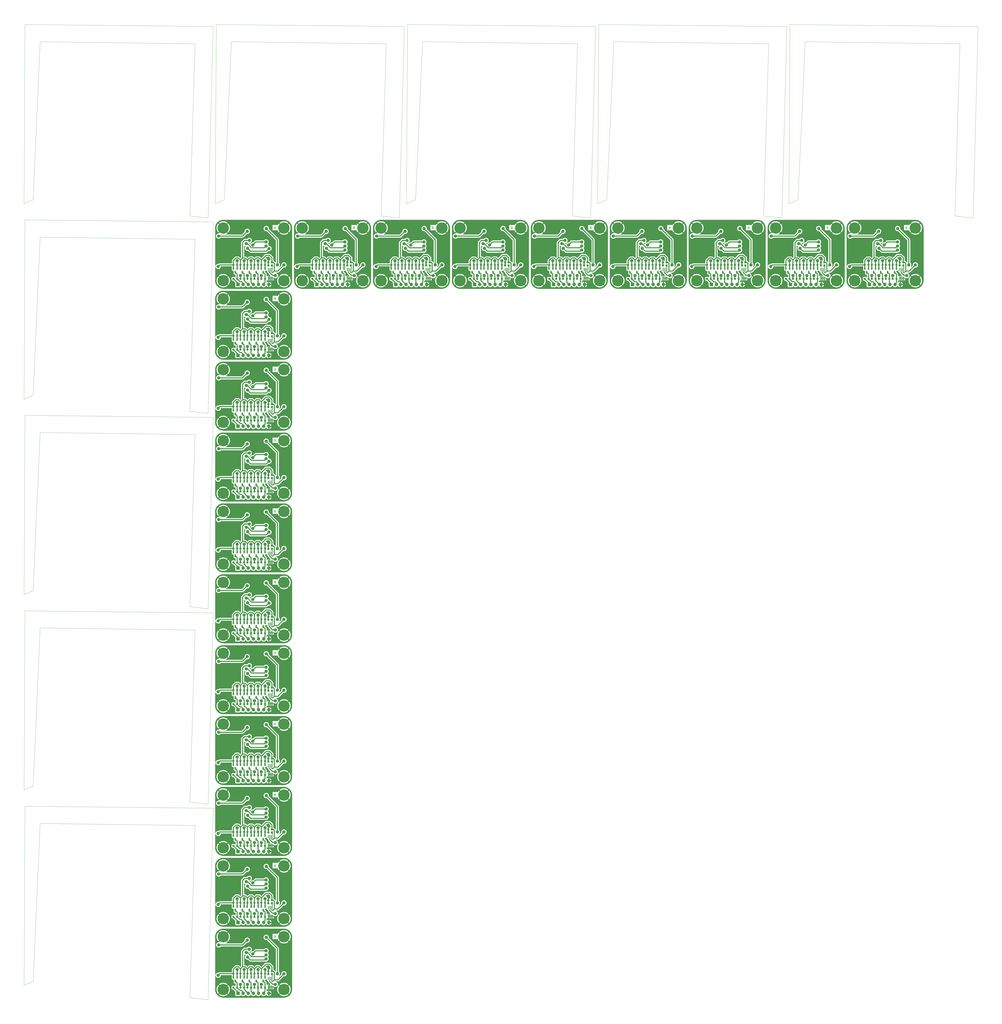
<source format=gbr>
%TF.GenerationSoftware,KiCad,Pcbnew,7.0.6-7.0.6~ubuntu20.04.1*%
%TF.CreationDate,2023-07-11T09:00:34+02:00*%
%TF.ProjectId,output_panel2023-07-11_070008.8206480000,6f757470-7574-45f7-9061-6e656c323032,rev?*%
%TF.SameCoordinates,Original*%
%TF.FileFunction,Copper,L2,Bot*%
%TF.FilePolarity,Positive*%
%FSLAX45Y45*%
G04 Gerber Fmt 4.5, Leading zero omitted, Abs format (unit mm)*
G04 Created by KiCad (PCBNEW 7.0.6-7.0.6~ubuntu20.04.1) date 2023-07-11 09:00:34*
%MOMM*%
%LPD*%
G01*
G04 APERTURE LIST*
G04 Aperture macros list*
%AMRoundRect*
0 Rectangle with rounded corners*
0 $1 Rounding radius*
0 $2 $3 $4 $5 $6 $7 $8 $9 X,Y pos of 4 corners*
0 Add a 4 corners polygon primitive as box body*
4,1,4,$2,$3,$4,$5,$6,$7,$8,$9,$2,$3,0*
0 Add four circle primitives for the rounded corners*
1,1,$1+$1,$2,$3*
1,1,$1+$1,$4,$5*
1,1,$1+$1,$6,$7*
1,1,$1+$1,$8,$9*
0 Add four rect primitives between the rounded corners*
20,1,$1+$1,$2,$3,$4,$5,0*
20,1,$1+$1,$4,$5,$6,$7,0*
20,1,$1+$1,$6,$7,$8,$9,0*
20,1,$1+$1,$8,$9,$2,$3,0*%
G04 Aperture macros list end*
%TA.AperFunction,Profile*%
%ADD10C,0.100000*%
%TD*%
%TA.AperFunction,Profile*%
%ADD11C,0.050000*%
%TD*%
%ADD12C,0.150000*%
%TA.AperFunction,NonConductor*%
%ADD13C,0.150000*%
%TD*%
%TA.AperFunction,ComponentPad*%
%ADD14C,5.600000*%
%TD*%
%TA.AperFunction,ComponentPad*%
%ADD15R,1.700000X1.700000*%
%TD*%
%TA.AperFunction,ComponentPad*%
%ADD16O,1.700000X1.700000*%
%TD*%
%TA.AperFunction,SMDPad,CuDef*%
%ADD17RoundRect,0.237500X0.300000X0.237500X-0.300000X0.237500X-0.300000X-0.237500X0.300000X-0.237500X0*%
%TD*%
%TA.AperFunction,SMDPad,CuDef*%
%ADD18RoundRect,0.237500X-0.250000X-0.237500X0.250000X-0.237500X0.250000X0.237500X-0.250000X0.237500X0*%
%TD*%
%TA.AperFunction,SMDPad,CuDef*%
%ADD19RoundRect,0.100000X-0.100000X0.712500X-0.100000X-0.712500X0.100000X-0.712500X0.100000X0.712500X0*%
%TD*%
%TA.AperFunction,SMDPad,CuDef*%
%ADD20RoundRect,0.150000X-0.150000X0.587500X-0.150000X-0.587500X0.150000X-0.587500X0.150000X0.587500X0*%
%TD*%
%TA.AperFunction,ViaPad*%
%ADD21C,1.600000*%
%TD*%
%TA.AperFunction,Conductor*%
%ADD22C,0.300000*%
%TD*%
%TA.AperFunction,Conductor*%
%ADD23C,0.500000*%
%TD*%
G04 APERTURE END LIST*
D10*
X36799979Y-12699691D02*
G75*
G03*
X37199982Y-13099691I400001J1D01*
G01*
X32799979Y-10099691D02*
G75*
G03*
X32399982Y-9699691I-399999J1D01*
G01*
D11*
X9149999Y-9599997D02*
X8249999Y-9499997D01*
D10*
X25099979Y-12699691D02*
G75*
G03*
X25499982Y-13099691I400001J1D01*
G01*
X41099982Y-9699692D02*
G75*
G03*
X40699982Y-10099691I-2J-399998D01*
G01*
X9899982Y-44699692D02*
G75*
G03*
X9499982Y-45099691I-2J-399998D01*
G01*
X41099982Y-9699691D02*
X44099982Y-9699691D01*
X13299979Y-10099691D02*
G75*
G03*
X12899982Y-9699691I-399999J1D01*
G01*
D11*
X17699981Y-9499997D02*
X17949981Y-999997D01*
X849999Y-20199380D02*
X499999Y-27999380D01*
D10*
X9899982Y-34199692D02*
G75*
G03*
X9499982Y-34599691I-2J-399998D01*
G01*
D11*
X49999Y-8899997D02*
X99999Y-49997D01*
D10*
X32799982Y-10099691D02*
X32799982Y-12699691D01*
X33299982Y-9699692D02*
G75*
G03*
X32899982Y-10099691I-2J-399998D01*
G01*
D11*
X8499999Y-39598762D02*
X849999Y-39498762D01*
D10*
X21199979Y-12699691D02*
G75*
G03*
X21599982Y-13099691I400001J1D01*
G01*
X9899982Y-13199692D02*
G75*
G03*
X9499982Y-13599691I-2J-399998D01*
G01*
X21599982Y-9699691D02*
X24599982Y-9699691D01*
X37199982Y-9699692D02*
G75*
G03*
X36799982Y-10099691I-2J-399998D01*
G01*
D11*
X19749963Y-899997D02*
X19399963Y-8699997D01*
D10*
X13299982Y-31099691D02*
X13299982Y-33699691D01*
X9899982Y-16699692D02*
G75*
G03*
X9499982Y-17099691I-2J-399998D01*
G01*
X9499982Y-26699691D02*
X9499982Y-24099691D01*
X13299982Y-34599691D02*
X13299982Y-37199691D01*
D11*
X8499999Y-10649688D02*
X849999Y-10549688D01*
X37849926Y-8899997D02*
X37899926Y-49997D01*
X49999Y-47498762D02*
X99999Y-38648762D01*
X27149963Y-9499997D02*
X27399963Y-999997D01*
X18949963Y-8899997D02*
X18999963Y-49997D01*
D10*
X9899982Y-9699692D02*
G75*
G03*
X9499982Y-10099691I-2J-399998D01*
G01*
X28899979Y-10099691D02*
G75*
G03*
X28499982Y-9699691I-399999J1D01*
G01*
X9499979Y-23199691D02*
G75*
G03*
X9899982Y-23599691I400001J1D01*
G01*
D11*
X18849981Y-149997D02*
X18599981Y-9599997D01*
D10*
X17199982Y-10099691D02*
X17199982Y-12699691D01*
D11*
X8249999Y-19149688D02*
X8499999Y-10649688D01*
X9949981Y-8699997D02*
X9499981Y-8899997D01*
X9149999Y-48198762D02*
X8249999Y-48098762D01*
D10*
X17299982Y-12699691D02*
X17299982Y-10099691D01*
X13299982Y-24099691D02*
X13299982Y-26699691D01*
D11*
X47199926Y-149997D02*
X46949926Y-9599997D01*
X9399999Y-149997D02*
X9149999Y-9599997D01*
D10*
X20699982Y-13099691D02*
X17699982Y-13099691D01*
X28499982Y-13099692D02*
G75*
G03*
X28899982Y-12699691I-2J400002D01*
G01*
X12899982Y-16599692D02*
G75*
G03*
X13299982Y-16199691I-2J400002D01*
G01*
X13399979Y-12699691D02*
G75*
G03*
X13799982Y-13099691I400001J1D01*
G01*
X9899982Y-34199691D02*
X12899982Y-34199691D01*
D11*
X8499999Y-20299380D02*
X849999Y-20199380D01*
D10*
X32399982Y-13099691D02*
X29399982Y-13099691D01*
X21599982Y-9699692D02*
G75*
G03*
X21199982Y-10099691I-2J-399998D01*
G01*
D11*
X849999Y-29849071D02*
X499999Y-37649071D01*
D10*
X40699979Y-12699691D02*
G75*
G03*
X41099982Y-13099691I400001J1D01*
G01*
X13299979Y-31099691D02*
G75*
G03*
X12899982Y-30699691I-399999J1D01*
G01*
D11*
X499999Y-8699997D02*
X49999Y-8899997D01*
X49999Y-28199380D02*
X99999Y-19349380D01*
D10*
X25499982Y-9699692D02*
G75*
G03*
X25099982Y-10099691I-2J-399998D01*
G01*
X9499979Y-26699691D02*
G75*
G03*
X9899982Y-27099691I400001J1D01*
G01*
D11*
X499999Y-47298762D02*
X49999Y-47498762D01*
X28849944Y-8699997D02*
X28399944Y-8899997D01*
D10*
X12899982Y-13099692D02*
G75*
G03*
X13299982Y-12699691I-2J400002D01*
G01*
X33299982Y-9699691D02*
X36299982Y-9699691D01*
X16799982Y-13099691D02*
X13799982Y-13099691D01*
X12899982Y-30599692D02*
G75*
G03*
X13299982Y-30199691I-2J400002D01*
G01*
X16799982Y-13099692D02*
G75*
G03*
X17199982Y-12699691I-2J400002D01*
G01*
X12899982Y-27099691D02*
X9899982Y-27099691D01*
X24999979Y-10099691D02*
G75*
G03*
X24599982Y-9699691I-399999J1D01*
G01*
D11*
X499999Y-27999380D02*
X49999Y-28199380D01*
D10*
X12899982Y-23599692D02*
G75*
G03*
X13299982Y-23199691I-2J400002D01*
G01*
D11*
X99999Y-9699688D02*
X9399999Y-9799688D01*
X8499999Y-999997D02*
X849999Y-899997D01*
D10*
X9899982Y-30699692D02*
G75*
G03*
X9499982Y-31099691I-2J-399998D01*
G01*
X9499979Y-30199691D02*
G75*
G03*
X9899982Y-30599691I400001J1D01*
G01*
X9499982Y-47699691D02*
X9499982Y-45099691D01*
D11*
X28049963Y-9599997D02*
X27149963Y-9499997D01*
X9499981Y-8899997D02*
X9549981Y-49997D01*
D10*
X13299979Y-27599691D02*
G75*
G03*
X12899982Y-27199691I-399999J1D01*
G01*
X36699982Y-10099691D02*
X36699982Y-12699691D01*
X9899982Y-23699691D02*
X12899982Y-23699691D01*
X9899982Y-16699691D02*
X12899982Y-16699691D01*
D11*
X849999Y-39498762D02*
X499999Y-47298762D01*
D10*
X13299982Y-41599691D02*
X13299982Y-44199691D01*
X9499979Y-40699691D02*
G75*
G03*
X9899982Y-41099691I400001J1D01*
G01*
X28999982Y-12699691D02*
X28999982Y-10099691D01*
D11*
X29199944Y-899997D02*
X28849944Y-8699997D01*
X8249999Y-28799380D02*
X8499999Y-20299380D01*
D10*
X13299982Y-27599691D02*
X13299982Y-30199691D01*
X44099982Y-13099692D02*
G75*
G03*
X44499982Y-12699691I-2J400002D01*
G01*
D11*
X9399999Y-19449380D02*
X9149999Y-28899380D01*
X9399999Y-9799688D02*
X9149999Y-19249688D01*
D10*
X17199979Y-10099691D02*
G75*
G03*
X16799982Y-9699691I-399999J1D01*
G01*
X9499982Y-16199691D02*
X9499982Y-13599691D01*
X24999982Y-10099691D02*
X24999982Y-12699691D01*
X9499979Y-19699691D02*
G75*
G03*
X9899982Y-20099691I400001J1D01*
G01*
X9499979Y-33699691D02*
G75*
G03*
X9899982Y-34099691I400001J1D01*
G01*
X12899982Y-41099692D02*
G75*
G03*
X13299982Y-40699691I-2J400002D01*
G01*
X37199982Y-9699691D02*
X40199982Y-9699691D01*
D11*
X19399963Y-8699997D02*
X18949963Y-8899997D01*
D10*
X13299979Y-45099691D02*
G75*
G03*
X12899982Y-44699691I-399999J1D01*
G01*
X13299982Y-20599691D02*
X13299982Y-23199691D01*
D11*
X8249999Y-9499997D02*
X8499999Y-999997D01*
D10*
X9499982Y-40699691D02*
X9499982Y-38099691D01*
X9499982Y-44199691D02*
X9499982Y-41599691D01*
X13299979Y-17099691D02*
G75*
G03*
X12899982Y-16699691I-399999J1D01*
G01*
D11*
X99999Y-38648762D02*
X9399999Y-38748762D01*
D10*
X13299982Y-17099691D02*
X13299982Y-19699691D01*
X40199982Y-13099692D02*
G75*
G03*
X40599982Y-12699691I-2J400002D01*
G01*
X13299979Y-38099691D02*
G75*
G03*
X12899982Y-37699691I-399999J1D01*
G01*
X13299979Y-41599691D02*
G75*
G03*
X12899982Y-41199691I-399999J1D01*
G01*
X44099982Y-13099691D02*
X41099982Y-13099691D01*
X40699982Y-12699691D02*
X40699982Y-10099691D01*
X24599982Y-13099692D02*
G75*
G03*
X24999982Y-12699691I-2J400002D01*
G01*
D11*
X28299963Y-149997D02*
X28049963Y-9599997D01*
X49999Y-18549688D02*
X99999Y-9699688D01*
X9399999Y-29099071D02*
X9149999Y-38549071D01*
D10*
X36699979Y-10099691D02*
G75*
G03*
X36299982Y-9699691I-399999J1D01*
G01*
D11*
X849999Y-899997D02*
X499999Y-8699997D01*
D10*
X13299982Y-45099691D02*
X13299982Y-47699691D01*
X12899982Y-48099692D02*
G75*
G03*
X13299982Y-47699691I-2J400002D01*
G01*
X9499979Y-44199691D02*
G75*
G03*
X9899982Y-44599691I400001J1D01*
G01*
X28899982Y-10099691D02*
X28899982Y-12699691D01*
X13299982Y-38099691D02*
X13299982Y-40699691D01*
D11*
X28399944Y-8899997D02*
X28449944Y-49997D01*
D10*
X9899982Y-44699691D02*
X12899982Y-44699691D01*
D11*
X36849944Y-999997D02*
X29199944Y-899997D01*
D10*
X44499979Y-10099691D02*
G75*
G03*
X44099982Y-9699691I-399999J1D01*
G01*
X21099982Y-10099691D02*
X21099982Y-12699691D01*
D11*
X18599981Y-9599997D02*
X17699981Y-9499997D01*
D10*
X9499982Y-37199691D02*
X9499982Y-34599691D01*
X25499982Y-9699691D02*
X28499982Y-9699691D01*
X9899982Y-20199691D02*
X12899982Y-20199691D01*
X9499979Y-37199691D02*
G75*
G03*
X9899982Y-37599691I400001J1D01*
G01*
D11*
X46049926Y-9499997D02*
X46299926Y-999997D01*
X37499944Y-9599997D02*
X36599944Y-9499997D01*
D10*
X9899982Y-37699691D02*
X12899982Y-37699691D01*
X13299979Y-34599691D02*
G75*
G03*
X12899982Y-34199691I-399999J1D01*
G01*
X29399982Y-9699692D02*
G75*
G03*
X28999982Y-10099691I-2J-399998D01*
G01*
X28499982Y-13099691D02*
X25499982Y-13099691D01*
X20699982Y-13099692D02*
G75*
G03*
X21099982Y-12699691I-2J400002D01*
G01*
X12899982Y-37599691D02*
X9899982Y-37599691D01*
X12899982Y-16599691D02*
X9899982Y-16599691D01*
X13399982Y-12699691D02*
X13399982Y-10099691D01*
D11*
X18999963Y-49997D02*
X28299963Y-149997D01*
X8499999Y-29949071D02*
X849999Y-29849071D01*
D10*
X9499979Y-47699691D02*
G75*
G03*
X9899982Y-48099691I400001J1D01*
G01*
X9499979Y-16199691D02*
G75*
G03*
X9899982Y-16599691I400001J1D01*
G01*
D11*
X499999Y-37649071D02*
X49999Y-37849071D01*
D10*
X32899982Y-12699691D02*
X32899982Y-10099691D01*
D11*
X28449944Y-49997D02*
X37749944Y-149997D01*
X8249999Y-38449071D02*
X8499999Y-29949071D01*
D10*
X9499979Y-12699691D02*
G75*
G03*
X9899982Y-13099691I400001J1D01*
G01*
D11*
X9149999Y-19249688D02*
X8249999Y-19149688D01*
D10*
X9899982Y-41199692D02*
G75*
G03*
X9499982Y-41599691I-2J-399998D01*
G01*
X13299982Y-10099691D02*
X13299982Y-12699691D01*
X24599982Y-13099691D02*
X21599982Y-13099691D01*
D11*
X9399999Y-38748762D02*
X9149999Y-48198762D01*
X37749944Y-149997D02*
X37499944Y-9599997D01*
D10*
X9499982Y-23199691D02*
X9499982Y-20599691D01*
D11*
X46299926Y-999997D02*
X38649926Y-899997D01*
X38299926Y-8699997D02*
X37849926Y-8899997D01*
D10*
X9499982Y-19699691D02*
X9499982Y-17099691D01*
X12899982Y-41099691D02*
X9899982Y-41099691D01*
X9499982Y-30199691D02*
X9499982Y-27599691D01*
D11*
X99999Y-19349380D02*
X9399999Y-19449380D01*
D10*
X13299979Y-24099691D02*
G75*
G03*
X12899982Y-23699691I-399999J1D01*
G01*
D11*
X499999Y-18349688D02*
X49999Y-18549688D01*
X849999Y-10549688D02*
X499999Y-18349688D01*
D10*
X9899982Y-20199692D02*
G75*
G03*
X9499982Y-20599691I-2J-399998D01*
G01*
X36299982Y-13099691D02*
X33299982Y-13099691D01*
X40599982Y-10099691D02*
X40599982Y-12699691D01*
D11*
X10299981Y-899997D02*
X9949981Y-8699997D01*
D10*
X28999979Y-12699691D02*
G75*
G03*
X29399982Y-13099691I400001J1D01*
G01*
X9899982Y-9699691D02*
X12899982Y-9699691D01*
X17699982Y-9699691D02*
X20699982Y-9699691D01*
X17699982Y-9699692D02*
G75*
G03*
X17299982Y-10099691I-2J-399998D01*
G01*
X13799982Y-9699691D02*
X16799982Y-9699691D01*
X12899982Y-44599691D02*
X9899982Y-44599691D01*
D11*
X9149999Y-38549071D02*
X8249999Y-38449071D01*
D10*
X12899982Y-27099692D02*
G75*
G03*
X13299982Y-26699691I-2J400002D01*
G01*
X13299979Y-13599691D02*
G75*
G03*
X12899982Y-13199691I-399999J1D01*
G01*
D11*
X49999Y-37849071D02*
X99999Y-28999071D01*
X27399963Y-999997D02*
X19749963Y-899997D01*
D10*
X9899982Y-41199691D02*
X12899982Y-41199691D01*
X12899982Y-34099692D02*
G75*
G03*
X13299982Y-33699691I-2J400002D01*
G01*
D11*
X99999Y-49997D02*
X9399999Y-149997D01*
D10*
X9899982Y-27199692D02*
G75*
G03*
X9499982Y-27599691I-2J-399998D01*
G01*
X12899982Y-23599691D02*
X9899982Y-23599691D01*
X40599979Y-10099691D02*
G75*
G03*
X40199982Y-9699691I-399999J1D01*
G01*
D11*
X17949981Y-999997D02*
X10299981Y-899997D01*
D10*
X9899982Y-13199691D02*
X12899982Y-13199691D01*
X9899982Y-30699691D02*
X12899982Y-30699691D01*
X12899982Y-30599691D02*
X9899982Y-30599691D01*
D11*
X99999Y-28999071D02*
X9399999Y-29099071D01*
D10*
X12899982Y-13099691D02*
X9899982Y-13099691D01*
D11*
X9149999Y-28899380D02*
X8249999Y-28799380D01*
X38649926Y-899997D02*
X38299926Y-8699997D01*
D10*
X9899982Y-23699692D02*
G75*
G03*
X9499982Y-24099691I-2J-399998D01*
G01*
X21099979Y-10099691D02*
G75*
G03*
X20699982Y-9699691I-399999J1D01*
G01*
X36799982Y-12699691D02*
X36799982Y-10099691D01*
X13799982Y-9699692D02*
G75*
G03*
X13399982Y-10099691I-2J-399998D01*
G01*
X9899982Y-37699692D02*
G75*
G03*
X9499982Y-38099691I-2J-399998D01*
G01*
X12899982Y-44599692D02*
G75*
G03*
X13299982Y-44199691I-2J400002D01*
G01*
X29399982Y-9699691D02*
X32399982Y-9699691D01*
X17299979Y-12699691D02*
G75*
G03*
X17699982Y-13099691I400001J1D01*
G01*
D11*
X46949926Y-9599997D02*
X46049926Y-9499997D01*
D10*
X12899982Y-20099691D02*
X9899982Y-20099691D01*
X9899982Y-27199691D02*
X12899982Y-27199691D01*
X12899982Y-20099692D02*
G75*
G03*
X13299982Y-19699691I-2J400002D01*
G01*
X9499982Y-12699691D02*
X9499982Y-10099691D01*
X12899982Y-34099691D02*
X9899982Y-34099691D01*
X25099982Y-12699691D02*
X25099982Y-10099691D01*
X21199982Y-12699691D02*
X21199982Y-10099691D01*
X13299979Y-20599691D02*
G75*
G03*
X12899982Y-20199691I-399999J1D01*
G01*
D11*
X36599944Y-9499997D02*
X36849944Y-999997D01*
X9549981Y-49997D02*
X18849981Y-149997D01*
D10*
X12899982Y-48099691D02*
X9899982Y-48099691D01*
X9499982Y-33699691D02*
X9499982Y-31099691D01*
D11*
X8249999Y-48098762D02*
X8499999Y-39598762D01*
D10*
X44499982Y-10099691D02*
X44499982Y-12699691D01*
X36299982Y-13099692D02*
G75*
G03*
X36699982Y-12699691I-2J400002D01*
G01*
X32399982Y-13099692D02*
G75*
G03*
X32799982Y-12699691I-2J400002D01*
G01*
X12899982Y-37599692D02*
G75*
G03*
X13299982Y-37199691I-2J400002D01*
G01*
X32899979Y-12699691D02*
G75*
G03*
X33299982Y-13099691I400001J1D01*
G01*
D11*
X37899926Y-49997D02*
X47199926Y-149997D01*
D10*
X13299982Y-13599691D02*
X13299982Y-16199691D01*
X40199982Y-13099691D02*
X37199982Y-13099691D01*
D12*
D13*
X12466993Y-17084292D02*
X12481279Y-17089054D01*
X12481279Y-17089054D02*
X12486040Y-17093816D01*
X12486040Y-17093816D02*
X12490802Y-17103340D01*
X12490802Y-17103340D02*
X12490802Y-17117626D01*
X12490802Y-17117626D02*
X12486040Y-17127149D01*
X12486040Y-17127149D02*
X12481279Y-17131911D01*
X12481279Y-17131911D02*
X12471755Y-17136673D01*
X12471755Y-17136673D02*
X12433660Y-17136673D01*
X12433660Y-17136673D02*
X12433660Y-17036673D01*
X12433660Y-17036673D02*
X12466993Y-17036673D01*
X12466993Y-17036673D02*
X12476517Y-17041435D01*
X12476517Y-17041435D02*
X12481279Y-17046197D01*
X12481279Y-17046197D02*
X12486040Y-17055721D01*
X12486040Y-17055721D02*
X12486040Y-17065245D01*
X12486040Y-17065245D02*
X12481279Y-17074768D01*
X12481279Y-17074768D02*
X12476517Y-17079530D01*
X12476517Y-17079530D02*
X12466993Y-17084292D01*
X12466993Y-17084292D02*
X12433660Y-17084292D01*
D12*
D13*
X12466993Y-38084292D02*
X12481279Y-38089054D01*
X12481279Y-38089054D02*
X12486040Y-38093816D01*
X12486040Y-38093816D02*
X12490802Y-38103340D01*
X12490802Y-38103340D02*
X12490802Y-38117626D01*
X12490802Y-38117626D02*
X12486040Y-38127149D01*
X12486040Y-38127149D02*
X12481279Y-38131911D01*
X12481279Y-38131911D02*
X12471755Y-38136673D01*
X12471755Y-38136673D02*
X12433660Y-38136673D01*
X12433660Y-38136673D02*
X12433660Y-38036673D01*
X12433660Y-38036673D02*
X12466993Y-38036673D01*
X12466993Y-38036673D02*
X12476517Y-38041435D01*
X12476517Y-38041435D02*
X12481279Y-38046197D01*
X12481279Y-38046197D02*
X12486040Y-38055721D01*
X12486040Y-38055721D02*
X12486040Y-38065245D01*
X12486040Y-38065245D02*
X12481279Y-38074768D01*
X12481279Y-38074768D02*
X12476517Y-38079530D01*
X12476517Y-38079530D02*
X12466993Y-38084292D01*
X12466993Y-38084292D02*
X12433660Y-38084292D01*
D12*
D13*
X28066993Y-10084292D02*
X28081279Y-10089054D01*
X28081279Y-10089054D02*
X28086040Y-10093816D01*
X28086040Y-10093816D02*
X28090802Y-10103340D01*
X28090802Y-10103340D02*
X28090802Y-10117626D01*
X28090802Y-10117626D02*
X28086040Y-10127149D01*
X28086040Y-10127149D02*
X28081279Y-10131911D01*
X28081279Y-10131911D02*
X28071755Y-10136673D01*
X28071755Y-10136673D02*
X28033660Y-10136673D01*
X28033660Y-10136673D02*
X28033660Y-10036673D01*
X28033660Y-10036673D02*
X28066993Y-10036673D01*
X28066993Y-10036673D02*
X28076517Y-10041435D01*
X28076517Y-10041435D02*
X28081279Y-10046197D01*
X28081279Y-10046197D02*
X28086040Y-10055721D01*
X28086040Y-10055721D02*
X28086040Y-10065245D01*
X28086040Y-10065245D02*
X28081279Y-10074768D01*
X28081279Y-10074768D02*
X28076517Y-10079530D01*
X28076517Y-10079530D02*
X28066993Y-10084292D01*
X28066993Y-10084292D02*
X28033660Y-10084292D01*
D12*
D13*
X12466993Y-13584292D02*
X12481279Y-13589054D01*
X12481279Y-13589054D02*
X12486040Y-13593816D01*
X12486040Y-13593816D02*
X12490802Y-13603340D01*
X12490802Y-13603340D02*
X12490802Y-13617625D01*
X12490802Y-13617625D02*
X12486040Y-13627149D01*
X12486040Y-13627149D02*
X12481279Y-13631911D01*
X12481279Y-13631911D02*
X12471755Y-13636673D01*
X12471755Y-13636673D02*
X12433660Y-13636673D01*
X12433660Y-13636673D02*
X12433660Y-13536673D01*
X12433660Y-13536673D02*
X12466993Y-13536673D01*
X12466993Y-13536673D02*
X12476517Y-13541435D01*
X12476517Y-13541435D02*
X12481279Y-13546197D01*
X12481279Y-13546197D02*
X12486040Y-13555721D01*
X12486040Y-13555721D02*
X12486040Y-13565245D01*
X12486040Y-13565245D02*
X12481279Y-13574768D01*
X12481279Y-13574768D02*
X12476517Y-13579530D01*
X12476517Y-13579530D02*
X12466993Y-13584292D01*
X12466993Y-13584292D02*
X12433660Y-13584292D01*
D12*
D13*
X12466993Y-20584292D02*
X12481279Y-20589054D01*
X12481279Y-20589054D02*
X12486040Y-20593816D01*
X12486040Y-20593816D02*
X12490802Y-20603340D01*
X12490802Y-20603340D02*
X12490802Y-20617626D01*
X12490802Y-20617626D02*
X12486040Y-20627149D01*
X12486040Y-20627149D02*
X12481279Y-20631911D01*
X12481279Y-20631911D02*
X12471755Y-20636673D01*
X12471755Y-20636673D02*
X12433660Y-20636673D01*
X12433660Y-20636673D02*
X12433660Y-20536673D01*
X12433660Y-20536673D02*
X12466993Y-20536673D01*
X12466993Y-20536673D02*
X12476517Y-20541435D01*
X12476517Y-20541435D02*
X12481279Y-20546197D01*
X12481279Y-20546197D02*
X12486040Y-20555721D01*
X12486040Y-20555721D02*
X12486040Y-20565245D01*
X12486040Y-20565245D02*
X12481279Y-20574768D01*
X12481279Y-20574768D02*
X12476517Y-20579530D01*
X12476517Y-20579530D02*
X12466993Y-20584292D01*
X12466993Y-20584292D02*
X12433660Y-20584292D01*
D12*
D13*
X12466993Y-10084292D02*
X12481279Y-10089054D01*
X12481279Y-10089054D02*
X12486040Y-10093816D01*
X12486040Y-10093816D02*
X12490802Y-10103340D01*
X12490802Y-10103340D02*
X12490802Y-10117626D01*
X12490802Y-10117626D02*
X12486040Y-10127149D01*
X12486040Y-10127149D02*
X12481279Y-10131911D01*
X12481279Y-10131911D02*
X12471755Y-10136673D01*
X12471755Y-10136673D02*
X12433660Y-10136673D01*
X12433660Y-10136673D02*
X12433660Y-10036673D01*
X12433660Y-10036673D02*
X12466993Y-10036673D01*
X12466993Y-10036673D02*
X12476517Y-10041435D01*
X12476517Y-10041435D02*
X12481279Y-10046197D01*
X12481279Y-10046197D02*
X12486040Y-10055721D01*
X12486040Y-10055721D02*
X12486040Y-10065245D01*
X12486040Y-10065245D02*
X12481279Y-10074768D01*
X12481279Y-10074768D02*
X12476517Y-10079530D01*
X12476517Y-10079530D02*
X12466993Y-10084292D01*
X12466993Y-10084292D02*
X12433660Y-10084292D01*
D12*
D13*
X39766993Y-10084292D02*
X39781279Y-10089054D01*
X39781279Y-10089054D02*
X39786041Y-10093816D01*
X39786041Y-10093816D02*
X39790802Y-10103340D01*
X39790802Y-10103340D02*
X39790802Y-10117626D01*
X39790802Y-10117626D02*
X39786041Y-10127149D01*
X39786041Y-10127149D02*
X39781279Y-10131911D01*
X39781279Y-10131911D02*
X39771755Y-10136673D01*
X39771755Y-10136673D02*
X39733660Y-10136673D01*
X39733660Y-10136673D02*
X39733660Y-10036673D01*
X39733660Y-10036673D02*
X39766993Y-10036673D01*
X39766993Y-10036673D02*
X39776517Y-10041435D01*
X39776517Y-10041435D02*
X39781279Y-10046197D01*
X39781279Y-10046197D02*
X39786041Y-10055721D01*
X39786041Y-10055721D02*
X39786041Y-10065245D01*
X39786041Y-10065245D02*
X39781279Y-10074768D01*
X39781279Y-10074768D02*
X39776517Y-10079530D01*
X39776517Y-10079530D02*
X39766993Y-10084292D01*
X39766993Y-10084292D02*
X39733660Y-10084292D01*
D12*
D13*
X24166993Y-10084292D02*
X24181279Y-10089054D01*
X24181279Y-10089054D02*
X24186040Y-10093816D01*
X24186040Y-10093816D02*
X24190802Y-10103340D01*
X24190802Y-10103340D02*
X24190802Y-10117626D01*
X24190802Y-10117626D02*
X24186040Y-10127149D01*
X24186040Y-10127149D02*
X24181279Y-10131911D01*
X24181279Y-10131911D02*
X24171755Y-10136673D01*
X24171755Y-10136673D02*
X24133660Y-10136673D01*
X24133660Y-10136673D02*
X24133660Y-10036673D01*
X24133660Y-10036673D02*
X24166993Y-10036673D01*
X24166993Y-10036673D02*
X24176517Y-10041435D01*
X24176517Y-10041435D02*
X24181279Y-10046197D01*
X24181279Y-10046197D02*
X24186040Y-10055721D01*
X24186040Y-10055721D02*
X24186040Y-10065245D01*
X24186040Y-10065245D02*
X24181279Y-10074768D01*
X24181279Y-10074768D02*
X24176517Y-10079530D01*
X24176517Y-10079530D02*
X24166993Y-10084292D01*
X24166993Y-10084292D02*
X24133660Y-10084292D01*
D12*
D13*
X12466993Y-45084292D02*
X12481279Y-45089054D01*
X12481279Y-45089054D02*
X12486040Y-45093816D01*
X12486040Y-45093816D02*
X12490802Y-45103340D01*
X12490802Y-45103340D02*
X12490802Y-45117625D01*
X12490802Y-45117625D02*
X12486040Y-45127149D01*
X12486040Y-45127149D02*
X12481279Y-45131911D01*
X12481279Y-45131911D02*
X12471755Y-45136673D01*
X12471755Y-45136673D02*
X12433660Y-45136673D01*
X12433660Y-45136673D02*
X12433660Y-45036673D01*
X12433660Y-45036673D02*
X12466993Y-45036673D01*
X12466993Y-45036673D02*
X12476517Y-45041435D01*
X12476517Y-45041435D02*
X12481279Y-45046197D01*
X12481279Y-45046197D02*
X12486040Y-45055721D01*
X12486040Y-45055721D02*
X12486040Y-45065245D01*
X12486040Y-45065245D02*
X12481279Y-45074768D01*
X12481279Y-45074768D02*
X12476517Y-45079530D01*
X12476517Y-45079530D02*
X12466993Y-45084292D01*
X12466993Y-45084292D02*
X12433660Y-45084292D01*
D12*
D13*
X31966993Y-10084292D02*
X31981279Y-10089054D01*
X31981279Y-10089054D02*
X31986040Y-10093816D01*
X31986040Y-10093816D02*
X31990802Y-10103340D01*
X31990802Y-10103340D02*
X31990802Y-10117626D01*
X31990802Y-10117626D02*
X31986040Y-10127149D01*
X31986040Y-10127149D02*
X31981279Y-10131911D01*
X31981279Y-10131911D02*
X31971755Y-10136673D01*
X31971755Y-10136673D02*
X31933660Y-10136673D01*
X31933660Y-10136673D02*
X31933660Y-10036673D01*
X31933660Y-10036673D02*
X31966993Y-10036673D01*
X31966993Y-10036673D02*
X31976517Y-10041435D01*
X31976517Y-10041435D02*
X31981279Y-10046197D01*
X31981279Y-10046197D02*
X31986040Y-10055721D01*
X31986040Y-10055721D02*
X31986040Y-10065245D01*
X31986040Y-10065245D02*
X31981279Y-10074768D01*
X31981279Y-10074768D02*
X31976517Y-10079530D01*
X31976517Y-10079530D02*
X31966993Y-10084292D01*
X31966993Y-10084292D02*
X31933660Y-10084292D01*
D12*
D13*
X12466993Y-27584292D02*
X12481279Y-27589054D01*
X12481279Y-27589054D02*
X12486040Y-27593816D01*
X12486040Y-27593816D02*
X12490802Y-27603340D01*
X12490802Y-27603340D02*
X12490802Y-27617625D01*
X12490802Y-27617625D02*
X12486040Y-27627149D01*
X12486040Y-27627149D02*
X12481279Y-27631911D01*
X12481279Y-27631911D02*
X12471755Y-27636673D01*
X12471755Y-27636673D02*
X12433660Y-27636673D01*
X12433660Y-27636673D02*
X12433660Y-27536673D01*
X12433660Y-27536673D02*
X12466993Y-27536673D01*
X12466993Y-27536673D02*
X12476517Y-27541435D01*
X12476517Y-27541435D02*
X12481279Y-27546197D01*
X12481279Y-27546197D02*
X12486040Y-27555721D01*
X12486040Y-27555721D02*
X12486040Y-27565245D01*
X12486040Y-27565245D02*
X12481279Y-27574768D01*
X12481279Y-27574768D02*
X12476517Y-27579530D01*
X12476517Y-27579530D02*
X12466993Y-27584292D01*
X12466993Y-27584292D02*
X12433660Y-27584292D01*
D12*
D13*
X12466993Y-34584292D02*
X12481279Y-34589054D01*
X12481279Y-34589054D02*
X12486040Y-34593816D01*
X12486040Y-34593816D02*
X12490802Y-34603340D01*
X12490802Y-34603340D02*
X12490802Y-34617626D01*
X12490802Y-34617626D02*
X12486040Y-34627149D01*
X12486040Y-34627149D02*
X12481279Y-34631911D01*
X12481279Y-34631911D02*
X12471755Y-34636673D01*
X12471755Y-34636673D02*
X12433660Y-34636673D01*
X12433660Y-34636673D02*
X12433660Y-34536673D01*
X12433660Y-34536673D02*
X12466993Y-34536673D01*
X12466993Y-34536673D02*
X12476517Y-34541435D01*
X12476517Y-34541435D02*
X12481279Y-34546197D01*
X12481279Y-34546197D02*
X12486040Y-34555721D01*
X12486040Y-34555721D02*
X12486040Y-34565245D01*
X12486040Y-34565245D02*
X12481279Y-34574768D01*
X12481279Y-34574768D02*
X12476517Y-34579530D01*
X12476517Y-34579530D02*
X12466993Y-34584292D01*
X12466993Y-34584292D02*
X12433660Y-34584292D01*
D12*
D13*
X20266993Y-10084292D02*
X20281279Y-10089054D01*
X20281279Y-10089054D02*
X20286041Y-10093816D01*
X20286041Y-10093816D02*
X20290802Y-10103340D01*
X20290802Y-10103340D02*
X20290802Y-10117626D01*
X20290802Y-10117626D02*
X20286041Y-10127149D01*
X20286041Y-10127149D02*
X20281279Y-10131911D01*
X20281279Y-10131911D02*
X20271755Y-10136673D01*
X20271755Y-10136673D02*
X20233660Y-10136673D01*
X20233660Y-10136673D02*
X20233660Y-10036673D01*
X20233660Y-10036673D02*
X20266993Y-10036673D01*
X20266993Y-10036673D02*
X20276517Y-10041435D01*
X20276517Y-10041435D02*
X20281279Y-10046197D01*
X20281279Y-10046197D02*
X20286041Y-10055721D01*
X20286041Y-10055721D02*
X20286041Y-10065245D01*
X20286041Y-10065245D02*
X20281279Y-10074768D01*
X20281279Y-10074768D02*
X20276517Y-10079530D01*
X20276517Y-10079530D02*
X20266993Y-10084292D01*
X20266993Y-10084292D02*
X20233660Y-10084292D01*
D12*
D13*
X16366993Y-10084292D02*
X16381279Y-10089054D01*
X16381279Y-10089054D02*
X16386040Y-10093816D01*
X16386040Y-10093816D02*
X16390802Y-10103340D01*
X16390802Y-10103340D02*
X16390802Y-10117626D01*
X16390802Y-10117626D02*
X16386040Y-10127149D01*
X16386040Y-10127149D02*
X16381279Y-10131911D01*
X16381279Y-10131911D02*
X16371755Y-10136673D01*
X16371755Y-10136673D02*
X16333660Y-10136673D01*
X16333660Y-10136673D02*
X16333660Y-10036673D01*
X16333660Y-10036673D02*
X16366993Y-10036673D01*
X16366993Y-10036673D02*
X16376517Y-10041435D01*
X16376517Y-10041435D02*
X16381279Y-10046197D01*
X16381279Y-10046197D02*
X16386040Y-10055721D01*
X16386040Y-10055721D02*
X16386040Y-10065245D01*
X16386040Y-10065245D02*
X16381279Y-10074768D01*
X16381279Y-10074768D02*
X16376517Y-10079530D01*
X16376517Y-10079530D02*
X16366993Y-10084292D01*
X16366993Y-10084292D02*
X16333660Y-10084292D01*
D12*
D13*
X12466993Y-41584292D02*
X12481279Y-41589054D01*
X12481279Y-41589054D02*
X12486040Y-41593816D01*
X12486040Y-41593816D02*
X12490802Y-41603340D01*
X12490802Y-41603340D02*
X12490802Y-41617626D01*
X12490802Y-41617626D02*
X12486040Y-41627149D01*
X12486040Y-41627149D02*
X12481279Y-41631911D01*
X12481279Y-41631911D02*
X12471755Y-41636673D01*
X12471755Y-41636673D02*
X12433660Y-41636673D01*
X12433660Y-41636673D02*
X12433660Y-41536673D01*
X12433660Y-41536673D02*
X12466993Y-41536673D01*
X12466993Y-41536673D02*
X12476517Y-41541435D01*
X12476517Y-41541435D02*
X12481279Y-41546197D01*
X12481279Y-41546197D02*
X12486040Y-41555721D01*
X12486040Y-41555721D02*
X12486040Y-41565245D01*
X12486040Y-41565245D02*
X12481279Y-41574768D01*
X12481279Y-41574768D02*
X12476517Y-41579530D01*
X12476517Y-41579530D02*
X12466993Y-41584292D01*
X12466993Y-41584292D02*
X12433660Y-41584292D01*
D12*
D13*
X35866993Y-10084292D02*
X35881279Y-10089054D01*
X35881279Y-10089054D02*
X35886041Y-10093816D01*
X35886041Y-10093816D02*
X35890802Y-10103340D01*
X35890802Y-10103340D02*
X35890802Y-10117626D01*
X35890802Y-10117626D02*
X35886041Y-10127149D01*
X35886041Y-10127149D02*
X35881279Y-10131911D01*
X35881279Y-10131911D02*
X35871755Y-10136673D01*
X35871755Y-10136673D02*
X35833660Y-10136673D01*
X35833660Y-10136673D02*
X35833660Y-10036673D01*
X35833660Y-10036673D02*
X35866993Y-10036673D01*
X35866993Y-10036673D02*
X35876517Y-10041435D01*
X35876517Y-10041435D02*
X35881279Y-10046197D01*
X35881279Y-10046197D02*
X35886041Y-10055721D01*
X35886041Y-10055721D02*
X35886041Y-10065245D01*
X35886041Y-10065245D02*
X35881279Y-10074768D01*
X35881279Y-10074768D02*
X35876517Y-10079530D01*
X35876517Y-10079530D02*
X35866993Y-10084292D01*
X35866993Y-10084292D02*
X35833660Y-10084292D01*
D12*
D13*
X12466993Y-31084292D02*
X12481279Y-31089054D01*
X12481279Y-31089054D02*
X12486040Y-31093816D01*
X12486040Y-31093816D02*
X12490802Y-31103340D01*
X12490802Y-31103340D02*
X12490802Y-31117625D01*
X12490802Y-31117625D02*
X12486040Y-31127149D01*
X12486040Y-31127149D02*
X12481279Y-31131911D01*
X12481279Y-31131911D02*
X12471755Y-31136673D01*
X12471755Y-31136673D02*
X12433660Y-31136673D01*
X12433660Y-31136673D02*
X12433660Y-31036673D01*
X12433660Y-31036673D02*
X12466993Y-31036673D01*
X12466993Y-31036673D02*
X12476517Y-31041435D01*
X12476517Y-31041435D02*
X12481279Y-31046197D01*
X12481279Y-31046197D02*
X12486040Y-31055721D01*
X12486040Y-31055721D02*
X12486040Y-31065245D01*
X12486040Y-31065245D02*
X12481279Y-31074768D01*
X12481279Y-31074768D02*
X12476517Y-31079530D01*
X12476517Y-31079530D02*
X12466993Y-31084292D01*
X12466993Y-31084292D02*
X12433660Y-31084292D01*
D12*
D13*
X43666993Y-10084292D02*
X43681279Y-10089054D01*
X43681279Y-10089054D02*
X43686041Y-10093816D01*
X43686041Y-10093816D02*
X43690802Y-10103340D01*
X43690802Y-10103340D02*
X43690802Y-10117626D01*
X43690802Y-10117626D02*
X43686041Y-10127149D01*
X43686041Y-10127149D02*
X43681279Y-10131911D01*
X43681279Y-10131911D02*
X43671755Y-10136673D01*
X43671755Y-10136673D02*
X43633660Y-10136673D01*
X43633660Y-10136673D02*
X43633660Y-10036673D01*
X43633660Y-10036673D02*
X43666993Y-10036673D01*
X43666993Y-10036673D02*
X43676517Y-10041435D01*
X43676517Y-10041435D02*
X43681279Y-10046197D01*
X43681279Y-10046197D02*
X43686041Y-10055721D01*
X43686041Y-10055721D02*
X43686041Y-10065245D01*
X43686041Y-10065245D02*
X43681279Y-10074768D01*
X43681279Y-10074768D02*
X43676517Y-10079530D01*
X43676517Y-10079530D02*
X43666993Y-10084292D01*
X43666993Y-10084292D02*
X43633660Y-10084292D01*
D12*
D13*
X12466993Y-24084292D02*
X12481279Y-24089054D01*
X12481279Y-24089054D02*
X12486040Y-24093816D01*
X12486040Y-24093816D02*
X12490802Y-24103340D01*
X12490802Y-24103340D02*
X12490802Y-24117625D01*
X12490802Y-24117625D02*
X12486040Y-24127149D01*
X12486040Y-24127149D02*
X12481279Y-24131911D01*
X12481279Y-24131911D02*
X12471755Y-24136673D01*
X12471755Y-24136673D02*
X12433660Y-24136673D01*
X12433660Y-24136673D02*
X12433660Y-24036673D01*
X12433660Y-24036673D02*
X12466993Y-24036673D01*
X12466993Y-24036673D02*
X12476517Y-24041435D01*
X12476517Y-24041435D02*
X12481279Y-24046197D01*
X12481279Y-24046197D02*
X12486040Y-24055721D01*
X12486040Y-24055721D02*
X12486040Y-24065245D01*
X12486040Y-24065245D02*
X12481279Y-24074768D01*
X12481279Y-24074768D02*
X12476517Y-24079530D01*
X12476517Y-24079530D02*
X12466993Y-24084292D01*
X12466993Y-24084292D02*
X12433660Y-24084292D01*
D14*
X9899982Y-24099691D03*
D15*
X34024982Y-12889691D03*
D16*
X34278982Y-12889691D03*
X34532982Y-12889691D03*
X34786982Y-12889691D03*
X35040982Y-12889691D03*
X35294982Y-12889691D03*
X35548982Y-12889691D03*
D14*
X9899982Y-20599691D03*
X41099982Y-10099691D03*
X9899982Y-40699691D03*
X36299982Y-10099691D03*
X12899982Y-41599691D03*
X9899982Y-19699691D03*
X20699982Y-10099691D03*
X12899982Y-26699691D03*
X12899982Y-13599691D03*
X20699982Y-12699691D03*
X24599982Y-12699691D03*
X17699982Y-10099691D03*
X13799982Y-10099691D03*
X12899982Y-19699691D03*
X17699982Y-12699691D03*
X25499982Y-10099691D03*
D15*
X14524982Y-12889691D03*
D16*
X14778982Y-12889691D03*
X15032982Y-12889691D03*
X15286982Y-12889691D03*
X15540982Y-12889691D03*
X15794982Y-12889691D03*
X16048982Y-12889691D03*
D14*
X28499982Y-10099691D03*
X40199982Y-10099691D03*
X9899982Y-23199691D03*
X12899982Y-38099691D03*
X29399982Y-12699691D03*
D15*
X10624982Y-16389691D03*
D16*
X10878982Y-16389691D03*
X11132982Y-16389691D03*
X11386982Y-16389691D03*
X11640982Y-16389691D03*
X11894982Y-16389691D03*
X12148982Y-16389691D03*
D14*
X16799982Y-12699691D03*
D15*
X30124982Y-12889691D03*
D16*
X30378982Y-12889691D03*
X30632982Y-12889691D03*
X30886982Y-12889691D03*
X31140982Y-12889691D03*
X31394982Y-12889691D03*
X31648982Y-12889691D03*
D14*
X12899982Y-45099691D03*
X12899982Y-40699691D03*
D15*
X22324982Y-12889691D03*
D16*
X22578982Y-12889691D03*
X22832982Y-12889691D03*
X23086982Y-12889691D03*
X23340982Y-12889691D03*
X23594982Y-12889691D03*
X23848982Y-12889691D03*
D14*
X12899982Y-17099691D03*
X9899982Y-26699691D03*
D15*
X37924982Y-12889691D03*
D16*
X38178982Y-12889691D03*
X38432982Y-12889691D03*
X38686982Y-12889691D03*
X38940982Y-12889691D03*
X39194982Y-12889691D03*
X39448982Y-12889691D03*
D15*
X10624982Y-37389691D03*
D16*
X10878982Y-37389691D03*
X11132982Y-37389691D03*
X11386982Y-37389691D03*
X11640982Y-37389691D03*
X11894982Y-37389691D03*
X12148982Y-37389691D03*
D15*
X26224982Y-12889691D03*
D16*
X26478982Y-12889691D03*
X26732982Y-12889691D03*
X26986982Y-12889691D03*
X27240982Y-12889691D03*
X27494982Y-12889691D03*
X27748982Y-12889691D03*
D14*
X9899982Y-45099691D03*
D15*
X10624982Y-19889691D03*
D16*
X10878982Y-19889691D03*
X11132982Y-19889691D03*
X11386982Y-19889691D03*
X11640982Y-19889691D03*
X11894982Y-19889691D03*
X12148982Y-19889691D03*
D14*
X9899982Y-31099691D03*
X9899982Y-44199691D03*
X9899982Y-33699691D03*
X12899982Y-16199691D03*
D15*
X10624982Y-40889691D03*
D16*
X10878982Y-40889691D03*
X11132982Y-40889691D03*
X11386982Y-40889691D03*
X11640982Y-40889691D03*
X11894982Y-40889691D03*
X12148982Y-40889691D03*
D14*
X12899982Y-24099691D03*
X9899982Y-17099691D03*
X9899982Y-12699691D03*
X29399982Y-10099691D03*
X37199982Y-10099691D03*
D15*
X10624982Y-44389691D03*
D16*
X10878982Y-44389691D03*
X11132982Y-44389691D03*
X11386982Y-44389691D03*
X11640982Y-44389691D03*
X11894982Y-44389691D03*
X12148982Y-44389691D03*
D14*
X12899982Y-31099691D03*
X9899982Y-37199691D03*
X28499982Y-12699691D03*
X12899982Y-44199691D03*
X12899982Y-33699691D03*
X9899982Y-34599691D03*
X13799982Y-12699691D03*
X32399982Y-10099691D03*
D15*
X41824982Y-12889691D03*
D16*
X42078982Y-12889691D03*
X42332982Y-12889691D03*
X42586982Y-12889691D03*
X42840982Y-12889691D03*
X43094982Y-12889691D03*
X43348982Y-12889691D03*
D14*
X12899982Y-23199691D03*
X12899982Y-10099691D03*
X44099982Y-12699691D03*
X12899982Y-20599691D03*
X21599982Y-12699691D03*
X12899982Y-37199691D03*
X9899982Y-13599691D03*
X25499982Y-12699691D03*
X12899982Y-30199691D03*
X36299982Y-12699691D03*
D15*
X18424982Y-12889691D03*
D16*
X18678982Y-12889691D03*
X18932982Y-12889691D03*
X19186982Y-12889691D03*
X19440982Y-12889691D03*
X19694982Y-12889691D03*
X19948982Y-12889691D03*
D14*
X9899982Y-27599691D03*
X41099982Y-12699691D03*
X21599982Y-10099691D03*
X9899982Y-10099691D03*
D15*
X10624982Y-33889691D03*
D16*
X10878982Y-33889691D03*
X11132982Y-33889691D03*
X11386982Y-33889691D03*
X11640982Y-33889691D03*
X11894982Y-33889691D03*
X12148982Y-33889691D03*
D14*
X9899982Y-16199691D03*
X37199982Y-12699691D03*
D15*
X10624982Y-12889691D03*
D16*
X10878982Y-12889691D03*
X11132982Y-12889691D03*
X11386982Y-12889691D03*
X11640982Y-12889691D03*
X11894982Y-12889691D03*
X12148982Y-12889691D03*
D14*
X9899982Y-30199691D03*
D15*
X10624982Y-47889691D03*
D16*
X10878982Y-47889691D03*
X11132982Y-47889691D03*
X11386982Y-47889691D03*
X11640982Y-47889691D03*
X11894982Y-47889691D03*
X12148982Y-47889691D03*
D15*
X10624982Y-30389691D03*
D16*
X10878982Y-30389691D03*
X11132982Y-30389691D03*
X11386982Y-30389691D03*
X11640982Y-30389691D03*
X11894982Y-30389691D03*
X12148982Y-30389691D03*
D15*
X10624982Y-23389691D03*
D16*
X10878982Y-23389691D03*
X11132982Y-23389691D03*
X11386982Y-23389691D03*
X11640982Y-23389691D03*
X11894982Y-23389691D03*
X12148982Y-23389691D03*
D14*
X33299982Y-12699691D03*
X12899982Y-27599691D03*
X33299982Y-10099691D03*
D15*
X10624982Y-26889691D03*
D16*
X10878982Y-26889691D03*
X11132982Y-26889691D03*
X11386982Y-26889691D03*
X11640982Y-26889691D03*
X11894982Y-26889691D03*
X12148982Y-26889691D03*
D14*
X44099982Y-10099691D03*
X12899982Y-12699691D03*
X16799982Y-10099691D03*
X9899982Y-38099691D03*
X9899982Y-41599691D03*
X32399982Y-12699691D03*
X9899982Y-47699691D03*
X12899982Y-34599691D03*
X12899982Y-47699691D03*
X24599982Y-10099691D03*
X40199982Y-12699691D03*
D17*
X39601232Y-11944691D03*
X39428732Y-11944691D03*
D18*
X11438732Y-32919691D03*
X11621232Y-32919691D03*
X19583732Y-12609691D03*
X19766232Y-12609691D03*
X15683732Y-11919691D03*
X15866232Y-11919691D03*
X11783732Y-25919691D03*
X11966232Y-25919691D03*
D19*
X12128732Y-15653441D03*
X12193732Y-15653441D03*
X12258732Y-15653441D03*
X12323732Y-15653441D03*
X12323732Y-16075941D03*
X12258732Y-16075941D03*
X12193732Y-16075941D03*
X12128732Y-16075941D03*
D18*
X11093732Y-16109691D03*
X11276232Y-16109691D03*
D20*
X34144982Y-12095941D03*
X34334982Y-12095941D03*
X34239982Y-12283441D03*
D17*
X12301232Y-25944691D03*
X12128732Y-25944691D03*
D18*
X10748732Y-33609691D03*
X10931232Y-33609691D03*
X11783732Y-32919691D03*
X11966232Y-32919691D03*
X29903732Y-11919691D03*
X30086232Y-11919691D03*
D20*
X10744982Y-29595941D03*
X10934982Y-29595941D03*
X10839982Y-29783441D03*
D18*
X10403732Y-18919691D03*
X10586232Y-18919691D03*
D20*
X10399982Y-12095941D03*
X10589982Y-12095941D03*
X10494982Y-12283441D03*
X22099982Y-12095941D03*
X22289982Y-12095941D03*
X22194982Y-12283441D03*
D18*
X30593732Y-12609691D03*
X30776232Y-12609691D03*
D20*
X11779982Y-19095941D03*
X11969982Y-19095941D03*
X11874982Y-19283441D03*
D17*
X12301232Y-25794691D03*
X12128732Y-25794691D03*
X39601232Y-11794691D03*
X39428732Y-11794691D03*
D18*
X22103732Y-11919691D03*
X22286232Y-11919691D03*
D20*
X10399982Y-33095941D03*
X10589982Y-33095941D03*
X10494982Y-33283441D03*
D17*
X12301232Y-18944691D03*
X12128732Y-18944691D03*
D19*
X12128732Y-26153441D03*
X12193732Y-26153441D03*
X12258732Y-26153441D03*
X12323732Y-26153441D03*
X12323732Y-26575941D03*
X12258732Y-26575941D03*
X12193732Y-26575941D03*
X12128732Y-26575941D03*
D20*
X35179982Y-12095941D03*
X35369982Y-12095941D03*
X35274982Y-12283441D03*
D18*
X11783732Y-37109691D03*
X11966232Y-37109691D03*
D20*
X11089982Y-36595941D03*
X11279982Y-36595941D03*
X11184982Y-36783441D03*
X11434982Y-22595941D03*
X11624982Y-22595941D03*
X11529982Y-22783441D03*
X11434982Y-43595941D03*
X11624982Y-43595941D03*
X11529982Y-43783441D03*
D18*
X11093732Y-46919691D03*
X11276232Y-46919691D03*
D20*
X11779982Y-47095941D03*
X11969982Y-47095941D03*
X11874982Y-47283441D03*
D18*
X10748732Y-43419691D03*
X10931232Y-43419691D03*
D20*
X10744982Y-19095941D03*
X10934982Y-19095941D03*
X10839982Y-19283441D03*
D18*
X11438732Y-23109691D03*
X11621232Y-23109691D03*
X10403732Y-12609691D03*
X10586232Y-12609691D03*
D20*
X42289982Y-12095941D03*
X42479982Y-12095941D03*
X42384982Y-12283441D03*
X11089982Y-47095941D03*
X11279982Y-47095941D03*
X11184982Y-47283441D03*
D18*
X42293732Y-11919691D03*
X42476232Y-11919691D03*
X19238732Y-12609691D03*
X19421232Y-12609691D03*
D17*
X12301232Y-46944691D03*
X12128732Y-46944691D03*
D18*
X10403732Y-22419691D03*
X10586232Y-22419691D03*
X37703732Y-12609691D03*
X37886232Y-12609691D03*
D19*
X43328732Y-12153441D03*
X43393732Y-12153441D03*
X43458732Y-12153441D03*
X43523732Y-12153441D03*
X43523732Y-12575941D03*
X43458732Y-12575941D03*
X43393732Y-12575941D03*
X43328732Y-12575941D03*
D18*
X10403732Y-23109691D03*
X10586232Y-23109691D03*
X11438732Y-29419691D03*
X11621232Y-29419691D03*
X10748732Y-47609691D03*
X10931232Y-47609691D03*
D19*
X12128732Y-29653441D03*
X12193732Y-29653441D03*
X12258732Y-29653441D03*
X12323732Y-29653441D03*
X12323732Y-30075941D03*
X12258732Y-30075941D03*
X12193732Y-30075941D03*
X12128732Y-30075941D03*
D20*
X14299982Y-12095941D03*
X14489982Y-12095941D03*
X14394982Y-12283441D03*
X27379982Y-12095941D03*
X27569982Y-12095941D03*
X27474982Y-12283441D03*
D18*
X42983732Y-11919691D03*
X43166232Y-11919691D03*
X11438732Y-30109691D03*
X11621232Y-30109691D03*
X10403732Y-33609691D03*
X10586232Y-33609691D03*
X11438732Y-39919691D03*
X11621232Y-39919691D03*
D20*
X10744982Y-43595941D03*
X10934982Y-43595941D03*
X10839982Y-43783441D03*
X41944982Y-12095941D03*
X42134982Y-12095941D03*
X42039982Y-12283441D03*
D17*
X12301232Y-36294691D03*
X12128732Y-36294691D03*
D18*
X10748732Y-32919691D03*
X10931232Y-32919691D03*
D20*
X33799982Y-12095941D03*
X33989982Y-12095941D03*
X33894982Y-12283441D03*
X19579982Y-12095941D03*
X19769982Y-12095941D03*
X19674982Y-12283441D03*
D18*
X14648732Y-12609691D03*
X14831232Y-12609691D03*
D20*
X31279982Y-12095941D03*
X31469982Y-12095941D03*
X31374982Y-12283441D03*
X11089982Y-33095941D03*
X11279982Y-33095941D03*
X11184982Y-33283441D03*
D19*
X12128732Y-47153441D03*
X12193732Y-47153441D03*
X12258732Y-47153441D03*
X12323732Y-47153441D03*
X12323732Y-47575941D03*
X12258732Y-47575941D03*
X12193732Y-47575941D03*
X12128732Y-47575941D03*
D20*
X11434982Y-12095941D03*
X11624982Y-12095941D03*
X11529982Y-12283441D03*
D19*
X12128732Y-22653441D03*
X12193732Y-22653441D03*
X12258732Y-22653441D03*
X12323732Y-22653441D03*
X12323732Y-23075941D03*
X12258732Y-23075941D03*
X12193732Y-23075941D03*
X12128732Y-23075941D03*
X12128732Y-12153441D03*
X12193732Y-12153441D03*
X12258732Y-12153441D03*
X12323732Y-12153441D03*
X12323732Y-12575941D03*
X12258732Y-12575941D03*
X12193732Y-12575941D03*
X12128732Y-12575941D03*
D18*
X14993732Y-12609691D03*
X15176232Y-12609691D03*
X30248732Y-12609691D03*
X30431232Y-12609691D03*
X11783732Y-19609691D03*
X11966232Y-19609691D03*
D17*
X31801232Y-11794691D03*
X31628732Y-11794691D03*
D18*
X11783732Y-33609691D03*
X11966232Y-33609691D03*
D20*
X11779982Y-36595941D03*
X11969982Y-36595941D03*
X11874982Y-36783441D03*
D18*
X10403732Y-39919691D03*
X10586232Y-39919691D03*
X10748732Y-44109691D03*
X10931232Y-44109691D03*
X18548732Y-11919691D03*
X18731232Y-11919691D03*
D17*
X12301232Y-32944691D03*
X12128732Y-32944691D03*
D18*
X31283732Y-12609691D03*
X31466232Y-12609691D03*
D20*
X18889982Y-12095941D03*
X19079982Y-12095941D03*
X18984982Y-12283441D03*
D18*
X10403732Y-43419691D03*
X10586232Y-43419691D03*
X18548732Y-12609691D03*
X18731232Y-12609691D03*
X41948732Y-11919691D03*
X42131232Y-11919691D03*
D20*
X10399982Y-47095941D03*
X10589982Y-47095941D03*
X10494982Y-47283441D03*
D18*
X10748732Y-30109691D03*
X10931232Y-30109691D03*
X38048732Y-11919691D03*
X38231232Y-11919691D03*
D20*
X10744982Y-12095941D03*
X10934982Y-12095941D03*
X10839982Y-12283441D03*
D17*
X12301232Y-15294691D03*
X12128732Y-15294691D03*
D20*
X11779982Y-33095941D03*
X11969982Y-33095941D03*
X11874982Y-33283441D03*
D17*
X12301232Y-32794691D03*
X12128732Y-32794691D03*
D20*
X18544982Y-12095941D03*
X18734982Y-12095941D03*
X18639982Y-12283441D03*
D18*
X11783732Y-23109691D03*
X11966232Y-23109691D03*
X41948732Y-12609691D03*
X42131232Y-12609691D03*
X10403732Y-25919691D03*
X10586232Y-25919691D03*
D17*
X12301232Y-29444691D03*
X12128732Y-29444691D03*
X12301232Y-43294691D03*
X12128732Y-43294691D03*
D18*
X34493732Y-11919691D03*
X34676232Y-11919691D03*
X11438732Y-22419691D03*
X11621232Y-22419691D03*
X11438732Y-44109691D03*
X11621232Y-44109691D03*
D19*
X12128732Y-43653441D03*
X12193732Y-43653441D03*
X12258732Y-43653441D03*
X12323732Y-43653441D03*
X12323732Y-44075941D03*
X12258732Y-44075941D03*
X12193732Y-44075941D03*
X12128732Y-44075941D03*
D20*
X30589982Y-12095941D03*
X30779982Y-12095941D03*
X30684982Y-12283441D03*
D18*
X10748732Y-29419691D03*
X10931232Y-29419691D03*
X27038732Y-12609691D03*
X27221232Y-12609691D03*
D17*
X12301232Y-29294691D03*
X12128732Y-29294691D03*
D18*
X19583732Y-11919691D03*
X19766232Y-11919691D03*
D20*
X29899982Y-12095941D03*
X30089982Y-12095941D03*
X29994982Y-12283441D03*
D18*
X10403732Y-15419691D03*
X10586232Y-15419691D03*
X11783732Y-29419691D03*
X11966232Y-29419691D03*
X26693732Y-12609691D03*
X26876232Y-12609691D03*
X42638732Y-11919691D03*
X42821232Y-11919691D03*
X41603732Y-11919691D03*
X41786232Y-11919691D03*
D20*
X10399982Y-15595941D03*
X10589982Y-15595941D03*
X10494982Y-15783441D03*
X10399982Y-19095941D03*
X10589982Y-19095941D03*
X10494982Y-19283441D03*
X11434982Y-26095941D03*
X11624982Y-26095941D03*
X11529982Y-26283441D03*
D18*
X11783732Y-30109691D03*
X11966232Y-30109691D03*
X34148732Y-12609691D03*
X34331232Y-12609691D03*
X10748732Y-16109691D03*
X10931232Y-16109691D03*
X10403732Y-16109691D03*
X10586232Y-16109691D03*
D17*
X20101232Y-11794691D03*
X19928732Y-11794691D03*
D20*
X22444982Y-12095941D03*
X22634982Y-12095941D03*
X22539982Y-12283441D03*
D18*
X22448732Y-11919691D03*
X22631232Y-11919691D03*
X11438732Y-40609691D03*
X11621232Y-40609691D03*
D20*
X10399982Y-36595941D03*
X10589982Y-36595941D03*
X10494982Y-36783441D03*
D18*
X33803732Y-12609691D03*
X33986232Y-12609691D03*
X18893732Y-11919691D03*
X19076232Y-11919691D03*
D19*
X12128732Y-19153441D03*
X12193732Y-19153441D03*
X12258732Y-19153441D03*
X12323732Y-19153441D03*
X12323732Y-19575941D03*
X12258732Y-19575941D03*
X12193732Y-19575941D03*
X12128732Y-19575941D03*
D18*
X11438732Y-33609691D03*
X11621232Y-33609691D03*
D20*
X11434982Y-36595941D03*
X11624982Y-36595941D03*
X11529982Y-36783441D03*
X10744982Y-47095941D03*
X10934982Y-47095941D03*
X10839982Y-47283441D03*
D18*
X18203732Y-11919691D03*
X18386232Y-11919691D03*
X34148732Y-11919691D03*
X34331232Y-11919691D03*
X15338732Y-12609691D03*
X15521232Y-12609691D03*
X11093732Y-29419691D03*
X11276232Y-29419691D03*
D20*
X25999982Y-12095941D03*
X26189982Y-12095941D03*
X26094982Y-12283441D03*
D17*
X12301232Y-36444691D03*
X12128732Y-36444691D03*
X12301232Y-43444691D03*
X12128732Y-43444691D03*
D18*
X11438732Y-26609691D03*
X11621232Y-26609691D03*
D20*
X10744982Y-40095941D03*
X10934982Y-40095941D03*
X10839982Y-40283441D03*
X14644982Y-12095941D03*
X14834982Y-12095941D03*
X14739982Y-12283441D03*
D18*
X11093732Y-40609691D03*
X11276232Y-40609691D03*
D20*
X10399982Y-43595941D03*
X10589982Y-43595941D03*
X10494982Y-43783441D03*
X15679982Y-12095941D03*
X15869982Y-12095941D03*
X15774982Y-12283441D03*
D18*
X23483732Y-11919691D03*
X23666232Y-11919691D03*
D17*
X43501232Y-11794691D03*
X43328732Y-11794691D03*
D20*
X42979982Y-12095941D03*
X43169982Y-12095941D03*
X43074982Y-12283441D03*
X11089982Y-22595941D03*
X11279982Y-22595941D03*
X11184982Y-22783441D03*
X11089982Y-12095941D03*
X11279982Y-12095941D03*
X11184982Y-12283441D03*
D17*
X27901232Y-11794691D03*
X27728732Y-11794691D03*
D18*
X26693732Y-11919691D03*
X26876232Y-11919691D03*
X11783732Y-36419691D03*
X11966232Y-36419691D03*
X42983732Y-12609691D03*
X43166232Y-12609691D03*
X10403732Y-46919691D03*
X10586232Y-46919691D03*
D20*
X11779982Y-40095941D03*
X11969982Y-40095941D03*
X11874982Y-40283441D03*
D18*
X11783732Y-12609691D03*
X11966232Y-12609691D03*
X11093732Y-15419691D03*
X11276232Y-15419691D03*
D20*
X10744982Y-33095941D03*
X10934982Y-33095941D03*
X10839982Y-33283441D03*
D19*
X35528732Y-12153441D03*
X35593732Y-12153441D03*
X35658732Y-12153441D03*
X35723732Y-12153441D03*
X35723732Y-12575941D03*
X35658732Y-12575941D03*
X35593732Y-12575941D03*
X35528732Y-12575941D03*
D18*
X30938732Y-12609691D03*
X31121232Y-12609691D03*
X11783732Y-46919691D03*
X11966232Y-46919691D03*
X11783732Y-18919691D03*
X11966232Y-18919691D03*
X10403732Y-44109691D03*
X10586232Y-44109691D03*
D20*
X11434982Y-19095941D03*
X11624982Y-19095941D03*
X11529982Y-19283441D03*
X11089982Y-19095941D03*
X11279982Y-19095941D03*
X11184982Y-19283441D03*
D18*
X11093732Y-47609691D03*
X11276232Y-47609691D03*
X10748732Y-40609691D03*
X10931232Y-40609691D03*
D20*
X22789982Y-12095941D03*
X22979982Y-12095941D03*
X22884982Y-12283441D03*
X19234982Y-12095941D03*
X19424982Y-12095941D03*
X19329982Y-12283441D03*
D18*
X26348732Y-11919691D03*
X26531232Y-11919691D03*
X11438732Y-11919691D03*
X11621232Y-11919691D03*
D17*
X12301232Y-39794691D03*
X12128732Y-39794691D03*
D18*
X11783732Y-26609691D03*
X11966232Y-26609691D03*
D17*
X12301232Y-22294691D03*
X12128732Y-22294691D03*
D19*
X39428732Y-12153441D03*
X39493732Y-12153441D03*
X39558732Y-12153441D03*
X39623732Y-12153441D03*
X39623732Y-12575941D03*
X39558732Y-12575941D03*
X39493732Y-12575941D03*
X39428732Y-12575941D03*
D20*
X41599982Y-12095941D03*
X41789982Y-12095941D03*
X41694982Y-12283441D03*
D19*
X16028732Y-12153441D03*
X16093732Y-12153441D03*
X16158732Y-12153441D03*
X16223732Y-12153441D03*
X16223732Y-12575941D03*
X16158732Y-12575941D03*
X16093732Y-12575941D03*
X16028732Y-12575941D03*
D18*
X39083732Y-11919691D03*
X39266232Y-11919691D03*
D20*
X11089982Y-40095941D03*
X11279982Y-40095941D03*
X11184982Y-40283441D03*
D18*
X11093732Y-25919691D03*
X11276232Y-25919691D03*
D19*
X12128732Y-33153441D03*
X12193732Y-33153441D03*
X12258732Y-33153441D03*
X12323732Y-33153441D03*
X12323732Y-33575941D03*
X12258732Y-33575941D03*
X12193732Y-33575941D03*
X12128732Y-33575941D03*
D18*
X42638732Y-12609691D03*
X42821232Y-12609691D03*
X18203732Y-12609691D03*
X18386232Y-12609691D03*
D17*
X20101232Y-11944691D03*
X19928732Y-11944691D03*
D18*
X10748732Y-37109691D03*
X10931232Y-37109691D03*
D20*
X11089982Y-43595941D03*
X11279982Y-43595941D03*
X11184982Y-43783441D03*
D18*
X38048732Y-12609691D03*
X38231232Y-12609691D03*
X22103732Y-12609691D03*
X22286232Y-12609691D03*
D17*
X12301232Y-18794691D03*
X12128732Y-18794691D03*
D18*
X11438732Y-15419691D03*
X11621232Y-15419691D03*
X38393732Y-12609691D03*
X38576232Y-12609691D03*
X22793732Y-11919691D03*
X22976232Y-11919691D03*
D20*
X10399982Y-26095941D03*
X10589982Y-26095941D03*
X10494982Y-26283441D03*
D19*
X12128732Y-36653441D03*
X12193732Y-36653441D03*
X12258732Y-36653441D03*
X12323732Y-36653441D03*
X12323732Y-37075941D03*
X12258732Y-37075941D03*
X12193732Y-37075941D03*
X12128732Y-37075941D03*
D18*
X11093732Y-23109691D03*
X11276232Y-23109691D03*
X11438732Y-18919691D03*
X11621232Y-18919691D03*
D20*
X38044982Y-12095941D03*
X38234982Y-12095941D03*
X38139982Y-12283441D03*
D17*
X24001232Y-11794691D03*
X23828732Y-11794691D03*
D18*
X27038732Y-11919691D03*
X27221232Y-11919691D03*
X26003732Y-11919691D03*
X26186232Y-11919691D03*
X23483732Y-12609691D03*
X23666232Y-12609691D03*
X11438732Y-37109691D03*
X11621232Y-37109691D03*
X10748732Y-18919691D03*
X10931232Y-18919691D03*
D20*
X11779982Y-12095941D03*
X11969982Y-12095941D03*
X11874982Y-12283441D03*
D18*
X11783732Y-44109691D03*
X11966232Y-44109691D03*
D19*
X23828732Y-12153441D03*
X23893732Y-12153441D03*
X23958732Y-12153441D03*
X24023732Y-12153441D03*
X24023732Y-12575941D03*
X23958732Y-12575941D03*
X23893732Y-12575941D03*
X23828732Y-12575941D03*
D18*
X34838732Y-11919691D03*
X35021232Y-11919691D03*
X11438732Y-16109691D03*
X11621232Y-16109691D03*
X10403732Y-36419691D03*
X10586232Y-36419691D03*
X10403732Y-47609691D03*
X10586232Y-47609691D03*
X11093732Y-37109691D03*
X11276232Y-37109691D03*
X11438732Y-43419691D03*
X11621232Y-43419691D03*
X10403732Y-11919691D03*
X10586232Y-11919691D03*
D20*
X42634982Y-12095941D03*
X42824982Y-12095941D03*
X42729982Y-12283441D03*
D18*
X10403732Y-40609691D03*
X10586232Y-40609691D03*
D17*
X24001232Y-11944691D03*
X23828732Y-11944691D03*
D18*
X23138732Y-12609691D03*
X23321232Y-12609691D03*
X11093732Y-32919691D03*
X11276232Y-32919691D03*
D19*
X27728732Y-12153441D03*
X27793732Y-12153441D03*
X27858732Y-12153441D03*
X27923732Y-12153441D03*
X27923732Y-12575941D03*
X27858732Y-12575941D03*
X27793732Y-12575941D03*
X27728732Y-12575941D03*
D20*
X14989982Y-12095941D03*
X15179982Y-12095941D03*
X15084982Y-12283441D03*
D18*
X10748732Y-46919691D03*
X10931232Y-46919691D03*
X11093732Y-39919691D03*
X11276232Y-39919691D03*
X31283732Y-11919691D03*
X31466232Y-11919691D03*
X27383732Y-12609691D03*
X27566232Y-12609691D03*
X22448732Y-12609691D03*
X22631232Y-12609691D03*
D20*
X37699982Y-12095941D03*
X37889982Y-12095941D03*
X37794982Y-12283441D03*
D17*
X12301232Y-15444691D03*
X12128732Y-15444691D03*
D18*
X11093732Y-19609691D03*
X11276232Y-19609691D03*
D20*
X10744982Y-15595941D03*
X10934982Y-15595941D03*
X10839982Y-15783441D03*
D18*
X14303732Y-11919691D03*
X14486232Y-11919691D03*
X38393732Y-11919691D03*
X38576232Y-11919691D03*
X11093732Y-18919691D03*
X11276232Y-18919691D03*
D20*
X30244982Y-12095941D03*
X30434982Y-12095941D03*
X30339982Y-12283441D03*
D18*
X11093732Y-22419691D03*
X11276232Y-22419691D03*
X11438732Y-25919691D03*
X11621232Y-25919691D03*
X10748732Y-39919691D03*
X10931232Y-39919691D03*
D17*
X16201232Y-11794691D03*
X16028732Y-11794691D03*
D18*
X10748732Y-11919691D03*
X10931232Y-11919691D03*
X26003732Y-12609691D03*
X26186232Y-12609691D03*
X38738732Y-11919691D03*
X38921232Y-11919691D03*
X11438732Y-12609691D03*
X11621232Y-12609691D03*
D17*
X12301232Y-22444691D03*
X12128732Y-22444691D03*
X12301232Y-46794691D03*
X12128732Y-46794691D03*
D20*
X34489982Y-12095941D03*
X34679982Y-12095941D03*
X34584982Y-12283441D03*
D17*
X12301232Y-39944691D03*
X12128732Y-39944691D03*
D18*
X30593732Y-11919691D03*
X30776232Y-11919691D03*
X11438732Y-19609691D03*
X11621232Y-19609691D03*
D20*
X26689982Y-12095941D03*
X26879982Y-12095941D03*
X26784982Y-12283441D03*
X11779982Y-15595941D03*
X11969982Y-15595941D03*
X11874982Y-15783441D03*
X23479982Y-12095941D03*
X23669982Y-12095941D03*
X23574982Y-12283441D03*
D18*
X10403732Y-19609691D03*
X10586232Y-19609691D03*
X30938732Y-11919691D03*
X31121232Y-11919691D03*
X11783732Y-39919691D03*
X11966232Y-39919691D03*
X33803732Y-11919691D03*
X33986232Y-11919691D03*
X35183732Y-11919691D03*
X35366232Y-11919691D03*
D17*
X12301232Y-11794691D03*
X12128732Y-11794691D03*
D18*
X10748732Y-23109691D03*
X10931232Y-23109691D03*
X38738732Y-12609691D03*
X38921232Y-12609691D03*
D20*
X34834982Y-12095941D03*
X35024982Y-12095941D03*
X34929982Y-12283441D03*
X10399982Y-40095941D03*
X10589982Y-40095941D03*
X10494982Y-40283441D03*
X11434982Y-33095941D03*
X11624982Y-33095941D03*
X11529982Y-33283441D03*
X26344982Y-12095941D03*
X26534982Y-12095941D03*
X26439982Y-12283441D03*
X11434982Y-29595941D03*
X11624982Y-29595941D03*
X11529982Y-29783441D03*
X39079982Y-12095941D03*
X39269982Y-12095941D03*
X39174982Y-12283441D03*
D18*
X11783732Y-43419691D03*
X11966232Y-43419691D03*
D20*
X11089982Y-29595941D03*
X11279982Y-29595941D03*
X11184982Y-29783441D03*
D18*
X19238732Y-11919691D03*
X19421232Y-11919691D03*
X23138732Y-11919691D03*
X23321232Y-11919691D03*
D20*
X38389982Y-12095941D03*
X38579982Y-12095941D03*
X38484982Y-12283441D03*
D17*
X27901232Y-11944691D03*
X27728732Y-11944691D03*
D18*
X10748732Y-26609691D03*
X10931232Y-26609691D03*
X11783732Y-11919691D03*
X11966232Y-11919691D03*
X10403732Y-29419691D03*
X10586232Y-29419691D03*
X11783732Y-47609691D03*
X11966232Y-47609691D03*
X11783732Y-40609691D03*
X11966232Y-40609691D03*
X11438732Y-47609691D03*
X11621232Y-47609691D03*
D19*
X19928732Y-12153441D03*
X19993732Y-12153441D03*
X20058732Y-12153441D03*
X20123732Y-12153441D03*
X20123732Y-12575941D03*
X20058732Y-12575941D03*
X19993732Y-12575941D03*
X19928732Y-12575941D03*
D18*
X11093732Y-11919691D03*
X11276232Y-11919691D03*
D20*
X10399982Y-22595941D03*
X10589982Y-22595941D03*
X10494982Y-22783441D03*
D17*
X12301232Y-11944691D03*
X12128732Y-11944691D03*
D20*
X10744982Y-22595941D03*
X10934982Y-22595941D03*
X10839982Y-22783441D03*
D18*
X30248732Y-11919691D03*
X30431232Y-11919691D03*
D17*
X35701232Y-11944691D03*
X35528732Y-11944691D03*
D18*
X11783732Y-16109691D03*
X11966232Y-16109691D03*
D20*
X27034982Y-12095941D03*
X27224982Y-12095941D03*
X27129982Y-12283441D03*
D18*
X34493732Y-12609691D03*
X34676232Y-12609691D03*
X42293732Y-12609691D03*
X42476232Y-12609691D03*
X41603732Y-12609691D03*
X41786232Y-12609691D03*
X10748732Y-19609691D03*
X10931232Y-19609691D03*
D20*
X11779982Y-22595941D03*
X11969982Y-22595941D03*
X11874982Y-22783441D03*
X30934982Y-12095941D03*
X31124982Y-12095941D03*
X31029982Y-12283441D03*
D18*
X11093732Y-33609691D03*
X11276232Y-33609691D03*
X15338732Y-11919691D03*
X15521232Y-11919691D03*
D20*
X38734982Y-12095941D03*
X38924982Y-12095941D03*
X38829982Y-12283441D03*
D17*
X31801232Y-11944691D03*
X31628732Y-11944691D03*
D18*
X14303732Y-12609691D03*
X14486232Y-12609691D03*
X11093732Y-26609691D03*
X11276232Y-26609691D03*
D20*
X11089982Y-26095941D03*
X11279982Y-26095941D03*
X11184982Y-26283441D03*
D18*
X26348732Y-12609691D03*
X26531232Y-12609691D03*
D20*
X18199982Y-12095941D03*
X18389982Y-12095941D03*
X18294982Y-12283441D03*
D18*
X10403732Y-32919691D03*
X10586232Y-32919691D03*
X10748732Y-22419691D03*
X10931232Y-22419691D03*
X37703732Y-11919691D03*
X37886232Y-11919691D03*
X11783732Y-15419691D03*
X11966232Y-15419691D03*
X11093732Y-30109691D03*
X11276232Y-30109691D03*
X11783732Y-22419691D03*
X11966232Y-22419691D03*
D20*
X11779982Y-26095941D03*
X11969982Y-26095941D03*
X11874982Y-26283441D03*
D18*
X15683732Y-12609691D03*
X15866232Y-12609691D03*
X18893732Y-12609691D03*
X19076232Y-12609691D03*
X10748732Y-25919691D03*
X10931232Y-25919691D03*
D20*
X10744982Y-26095941D03*
X10934982Y-26095941D03*
X10839982Y-26283441D03*
D18*
X11438732Y-46919691D03*
X11621232Y-46919691D03*
X14648732Y-11919691D03*
X14831232Y-11919691D03*
D20*
X11434982Y-47095941D03*
X11624982Y-47095941D03*
X11529982Y-47283441D03*
X11089982Y-15595941D03*
X11279982Y-15595941D03*
X11184982Y-15783441D03*
D18*
X14993732Y-11919691D03*
X15176232Y-11919691D03*
D20*
X15334982Y-12095941D03*
X15524982Y-12095941D03*
X15429982Y-12283441D03*
D18*
X10403732Y-26609691D03*
X10586232Y-26609691D03*
X27383732Y-11919691D03*
X27566232Y-11919691D03*
D20*
X11779982Y-29595941D03*
X11969982Y-29595941D03*
X11874982Y-29783441D03*
D17*
X35701232Y-11794691D03*
X35528732Y-11794691D03*
X43501232Y-11944691D03*
X43328732Y-11944691D03*
D19*
X31628732Y-12153441D03*
X31693732Y-12153441D03*
X31758732Y-12153441D03*
X31823732Y-12153441D03*
X31823732Y-12575941D03*
X31758732Y-12575941D03*
X31693732Y-12575941D03*
X31628732Y-12575941D03*
D18*
X11093732Y-44109691D03*
X11276232Y-44109691D03*
D20*
X11434982Y-40095941D03*
X11624982Y-40095941D03*
X11529982Y-40283441D03*
D18*
X22793732Y-12609691D03*
X22976232Y-12609691D03*
X11093732Y-36419691D03*
X11276232Y-36419691D03*
X35183732Y-12609691D03*
X35366232Y-12609691D03*
D19*
X12128732Y-40153441D03*
X12193732Y-40153441D03*
X12258732Y-40153441D03*
X12323732Y-40153441D03*
X12323732Y-40575941D03*
X12258732Y-40575941D03*
X12193732Y-40575941D03*
X12128732Y-40575941D03*
D18*
X29903732Y-12609691D03*
X30086232Y-12609691D03*
X10748732Y-15419691D03*
X10931232Y-15419691D03*
X10748732Y-12609691D03*
X10931232Y-12609691D03*
X39083732Y-12609691D03*
X39266232Y-12609691D03*
D20*
X11434982Y-15595941D03*
X11624982Y-15595941D03*
X11529982Y-15783441D03*
D18*
X11438732Y-36419691D03*
X11621232Y-36419691D03*
X10748732Y-36419691D03*
X10931232Y-36419691D03*
X11093732Y-12609691D03*
X11276232Y-12609691D03*
D20*
X11779982Y-43595941D03*
X11969982Y-43595941D03*
X11874982Y-43783441D03*
D18*
X34838732Y-12609691D03*
X35021232Y-12609691D03*
D20*
X23134982Y-12095941D03*
X23324982Y-12095941D03*
X23229982Y-12283441D03*
D17*
X16201232Y-11944691D03*
X16028732Y-11944691D03*
D18*
X11093732Y-43419691D03*
X11276232Y-43419691D03*
D20*
X10399982Y-29595941D03*
X10589982Y-29595941D03*
X10494982Y-29783441D03*
D18*
X10403732Y-37109691D03*
X10586232Y-37109691D03*
X10403732Y-30109691D03*
X10586232Y-30109691D03*
D20*
X10744982Y-36595941D03*
X10934982Y-36595941D03*
X10839982Y-36783441D03*
D21*
X10748732Y-12449691D03*
X11093732Y-12449691D03*
X12474982Y-12449691D03*
X11783732Y-12449691D03*
X11438732Y-12449691D03*
X12128732Y-11589691D03*
X12014901Y-10589691D03*
X10574982Y-11374691D03*
X10934982Y-10089691D03*
X12899982Y-11924691D03*
X9649982Y-11999691D03*
X11184982Y-10714691D03*
X11084982Y-10264691D03*
X9674982Y-10499691D03*
X10586232Y-11714691D03*
X10931232Y-11714691D03*
X12024982Y-10124691D03*
X12574982Y-11924691D03*
X11034982Y-10874691D03*
X12014901Y-10989691D03*
X12157058Y-11115677D03*
X11099982Y-11099691D03*
X11359982Y-10939691D03*
X12014901Y-10789691D03*
X11276232Y-11714691D03*
X11966232Y-11714691D03*
X11621232Y-11714691D03*
X11093732Y-15949691D03*
X12474982Y-15949691D03*
X11438732Y-15949691D03*
X11783732Y-15949691D03*
X10748732Y-15949691D03*
X12128732Y-15089691D03*
X12014901Y-14089691D03*
X10574982Y-14874691D03*
X10934982Y-13589691D03*
X9649982Y-15499691D03*
X11184982Y-14214691D03*
X12899982Y-15424691D03*
X9674982Y-13999691D03*
X11084982Y-13764691D03*
X10586232Y-15214691D03*
X10931232Y-15214691D03*
X12024982Y-13624691D03*
X12574982Y-15424691D03*
X12014901Y-14489691D03*
X11034982Y-14374691D03*
X12157058Y-14615677D03*
X11099982Y-14599691D03*
X11359982Y-14439691D03*
X12014901Y-14289691D03*
X11276232Y-15214691D03*
X11966232Y-15214691D03*
X11621232Y-15214691D03*
X11438732Y-19449691D03*
X12474982Y-19449691D03*
X11783732Y-19449691D03*
X10748732Y-19449691D03*
X11093732Y-19449691D03*
X10574982Y-18374691D03*
X10934982Y-17089691D03*
X12128732Y-18589691D03*
X12014901Y-17589691D03*
X9649982Y-18999691D03*
X11184982Y-17714691D03*
X12899982Y-18924691D03*
X9674982Y-17499691D03*
X11084982Y-17264691D03*
X10586232Y-18714691D03*
X10931232Y-18714691D03*
X12574982Y-18924691D03*
X12024982Y-17124691D03*
X11034982Y-17874691D03*
X12014901Y-17989691D03*
X11099982Y-18099691D03*
X12157058Y-18115677D03*
X11359982Y-17939691D03*
X12014901Y-17789691D03*
X11276232Y-18714691D03*
X11966232Y-18714691D03*
X11621232Y-18714691D03*
X11093732Y-22949691D03*
X11783732Y-22949691D03*
X10748732Y-22949691D03*
X12474982Y-22949691D03*
X11438732Y-22949691D03*
X10934982Y-20589691D03*
X12128732Y-22089691D03*
X12014901Y-21089691D03*
X10574982Y-21874691D03*
X11184982Y-21214691D03*
X12899982Y-22424691D03*
X9649982Y-22499691D03*
X11084982Y-20764691D03*
X9674982Y-20999691D03*
X10586232Y-22214691D03*
X10931232Y-22214691D03*
X12574982Y-22424691D03*
X12024982Y-20624691D03*
X12014901Y-21489691D03*
X11034982Y-21374691D03*
X12157058Y-21615677D03*
X11099982Y-21599691D03*
X11359982Y-21439691D03*
X12014901Y-21289691D03*
X11276232Y-22214691D03*
X11966232Y-22214691D03*
X11621232Y-22214691D03*
X10748732Y-26449691D03*
X11093732Y-26449691D03*
X11783732Y-26449691D03*
X12474982Y-26449691D03*
X11438732Y-26449691D03*
X12014901Y-24589691D03*
X12128732Y-25589691D03*
X10934982Y-24089691D03*
X10574982Y-25374691D03*
X9649982Y-25999691D03*
X11184982Y-24714691D03*
X12899982Y-25924691D03*
X9674982Y-24499691D03*
X11084982Y-24264691D03*
X10586232Y-25714691D03*
X10931232Y-25714691D03*
X12574982Y-25924691D03*
X12024982Y-24124691D03*
X12014901Y-24989691D03*
X11034982Y-24874691D03*
X11099982Y-25099691D03*
X12157058Y-25115677D03*
X12014901Y-24789691D03*
X11359982Y-24939691D03*
X11276232Y-25714691D03*
X11966232Y-25714691D03*
X11621232Y-25714691D03*
X11438732Y-29949691D03*
X12474982Y-29949691D03*
X10748732Y-29949691D03*
X11093732Y-29949691D03*
X11783732Y-29949691D03*
X10574982Y-28874691D03*
X10934982Y-27589691D03*
X12128732Y-29089691D03*
X12014901Y-28089691D03*
X9649982Y-29499691D03*
X11184982Y-28214691D03*
X12899982Y-29424691D03*
X11084982Y-27764691D03*
X9674982Y-27999691D03*
X10586232Y-29214691D03*
X10931232Y-29214691D03*
X12574982Y-29424691D03*
X12024982Y-27624691D03*
X12014901Y-28489691D03*
X11034982Y-28374691D03*
X11099982Y-28599691D03*
X12157058Y-28615677D03*
X11359982Y-28439691D03*
X12014901Y-28289691D03*
X11276232Y-29214691D03*
X11966232Y-29214691D03*
X11621232Y-29214691D03*
X11093732Y-33449691D03*
X11438732Y-33449691D03*
X12474982Y-33449691D03*
X11783732Y-33449691D03*
X10748732Y-33449691D03*
X12014901Y-31589691D03*
X10934982Y-31089691D03*
X10574982Y-32374691D03*
X12128732Y-32589691D03*
X11184982Y-31714691D03*
X12899982Y-32924691D03*
X9649982Y-32999691D03*
X9674982Y-31499691D03*
X11084982Y-31264691D03*
X10586232Y-32714691D03*
X10931232Y-32714691D03*
X12574982Y-32924691D03*
X12024982Y-31124691D03*
X12014901Y-31989691D03*
X11034982Y-31874691D03*
X11099982Y-32099691D03*
X12014901Y-32189691D03*
X12014901Y-31789691D03*
X11359982Y-31939691D03*
X11276232Y-32714691D03*
X11966232Y-32714691D03*
X11621232Y-32714691D03*
X11093732Y-36949691D03*
X11438732Y-36949691D03*
X12474982Y-36949691D03*
X11783732Y-36949691D03*
X10748732Y-36949691D03*
X12128732Y-36089691D03*
X12014901Y-35089691D03*
X10574982Y-35874691D03*
X10934982Y-34589691D03*
X9649982Y-36499691D03*
X12899982Y-36424691D03*
X11184982Y-35214691D03*
X11084982Y-34764691D03*
X9674982Y-34999691D03*
X10586232Y-36214691D03*
X10931232Y-36214691D03*
X12574982Y-36424691D03*
X12024982Y-34624691D03*
X11034982Y-35374691D03*
X12014901Y-35489691D03*
X11099982Y-35599691D03*
X12014901Y-35689691D03*
X12014901Y-35289691D03*
X11359982Y-35439691D03*
X11276232Y-36214691D03*
X11966232Y-36214691D03*
X11621232Y-36214691D03*
X11093732Y-40449691D03*
X11438732Y-40449691D03*
X10748732Y-40449691D03*
X12474982Y-40449691D03*
X11783732Y-40449691D03*
X12014901Y-38589691D03*
X10574982Y-39374691D03*
X10934982Y-38089691D03*
X12128732Y-39589691D03*
X12899982Y-39924691D03*
X9649982Y-39999691D03*
X11184982Y-38714691D03*
X11084982Y-38264691D03*
X9674982Y-38499691D03*
X10586232Y-39714691D03*
X10931232Y-39714691D03*
X12024982Y-38124691D03*
X12574982Y-39924691D03*
X11034982Y-38874691D03*
X12014901Y-38989691D03*
X12014901Y-39189691D03*
X11099982Y-39099691D03*
X12014901Y-38789691D03*
X11359982Y-38939691D03*
X11276232Y-39714691D03*
X11966232Y-39714691D03*
X11621232Y-39714691D03*
X12474982Y-43949691D03*
X11093732Y-43949691D03*
X10748732Y-43949691D03*
X11438732Y-43949691D03*
X11783732Y-43949691D03*
X10574982Y-42874691D03*
X12014901Y-42089691D03*
X10934982Y-41589691D03*
X12128732Y-43089691D03*
X12899982Y-43424691D03*
X11184982Y-42214691D03*
X9649982Y-43499691D03*
X11084982Y-41764691D03*
X9674982Y-41999691D03*
X10586232Y-43214691D03*
X10931232Y-43214691D03*
X12574982Y-43424691D03*
X12024982Y-41624691D03*
X12014901Y-42489691D03*
X11034982Y-42374691D03*
X12014901Y-42689691D03*
X11099982Y-42599691D03*
X12014901Y-42289691D03*
X11359982Y-42439691D03*
X11276232Y-43214691D03*
X11966232Y-43214691D03*
X11621232Y-43214691D03*
X11438732Y-47449691D03*
X12474982Y-47449691D03*
X10748732Y-47449691D03*
X11783732Y-47449691D03*
X11093732Y-47449691D03*
X12014901Y-45589691D03*
X10934982Y-45089691D03*
X10574982Y-46374691D03*
X12128732Y-46589691D03*
X12899982Y-46924691D03*
X9649982Y-46999691D03*
X11184982Y-45714691D03*
X9674982Y-45499691D03*
X11084982Y-45264691D03*
X10586232Y-46714691D03*
X10931232Y-46714691D03*
X12024982Y-45124691D03*
X12574982Y-46924691D03*
X12014901Y-45989691D03*
X11034982Y-45874691D03*
X12014901Y-46189691D03*
X11099982Y-46099691D03*
X11359982Y-45939691D03*
X12014901Y-45789691D03*
X11276232Y-46714691D03*
X11966232Y-46714691D03*
X11621232Y-46714691D03*
X14648732Y-12449691D03*
X15338732Y-12449691D03*
X14993732Y-12449691D03*
X16374982Y-12449691D03*
X15683732Y-12449691D03*
X15914901Y-10589691D03*
X16028732Y-11589691D03*
X14474982Y-11374691D03*
X14834982Y-10089691D03*
X13549982Y-11999691D03*
X15084982Y-10714691D03*
X16799982Y-11924691D03*
X14984982Y-10264691D03*
X13574982Y-10499691D03*
X14486232Y-11714691D03*
X14831232Y-11714691D03*
X16474982Y-11924691D03*
X15924982Y-10124691D03*
X14934982Y-10874691D03*
X15914901Y-10989691D03*
X14999982Y-11099691D03*
X15914901Y-11189691D03*
X15914901Y-10789691D03*
X15259982Y-10939691D03*
X15176232Y-11714691D03*
X15866232Y-11714691D03*
X15521232Y-11714691D03*
X18893732Y-12449691D03*
X20274982Y-12449691D03*
X19583732Y-12449691D03*
X18548732Y-12449691D03*
X19238732Y-12449691D03*
X19814901Y-10589691D03*
X19928732Y-11589691D03*
X18734982Y-10089691D03*
X18374982Y-11374691D03*
X20699982Y-11924691D03*
X17449982Y-11999691D03*
X18984982Y-10714691D03*
X17474982Y-10499691D03*
X18884982Y-10264691D03*
X18386232Y-11714691D03*
X18731232Y-11714691D03*
X19824982Y-10124691D03*
X20374982Y-11924691D03*
X18834982Y-10874691D03*
X19814901Y-10989691D03*
X18899982Y-11099691D03*
X19814901Y-11189691D03*
X19814901Y-10789691D03*
X19159982Y-10939691D03*
X19076232Y-11714691D03*
X19766232Y-11714691D03*
X19421232Y-11714691D03*
X22448732Y-12449691D03*
X22793732Y-12449691D03*
X23483732Y-12449691D03*
X24174982Y-12449691D03*
X23138732Y-12449691D03*
X23714901Y-10589691D03*
X22634982Y-10089691D03*
X23828732Y-11589691D03*
X22274982Y-11374691D03*
X21349982Y-11999691D03*
X24599982Y-11924691D03*
X22884982Y-10714691D03*
X21374982Y-10499691D03*
X22784982Y-10264691D03*
X22286232Y-11714691D03*
X22631232Y-11714691D03*
X24274982Y-11924691D03*
X23724982Y-10124691D03*
X23714901Y-10989691D03*
X22734982Y-10874691D03*
X22799982Y-11099691D03*
X23714901Y-11189691D03*
X23059982Y-10939691D03*
X23714901Y-10789691D03*
X22976232Y-11714691D03*
X23666232Y-11714691D03*
X23321232Y-11714691D03*
X26348732Y-12449691D03*
X27383732Y-12449691D03*
X27038732Y-12449691D03*
X28074982Y-12449691D03*
X26693732Y-12449691D03*
X27728732Y-11589691D03*
X26534982Y-10089691D03*
X27614901Y-10589691D03*
X26174982Y-11374691D03*
X25249982Y-11999691D03*
X26784982Y-10714691D03*
X28499982Y-11924691D03*
X26684982Y-10264691D03*
X25274982Y-10499691D03*
X26186232Y-11714691D03*
X26531232Y-11714691D03*
X27624982Y-10124691D03*
X28174982Y-11924691D03*
X26634982Y-10874691D03*
X27614901Y-10989691D03*
X27614901Y-11189691D03*
X26699982Y-11099691D03*
X26959982Y-10939691D03*
X27614901Y-10789691D03*
X26876232Y-11714691D03*
X27566232Y-11714691D03*
X27221232Y-11714691D03*
X31283732Y-12449691D03*
X30593732Y-12449691D03*
X30248732Y-12449691D03*
X30938732Y-12449691D03*
X31974982Y-12449691D03*
X31628732Y-11589691D03*
X30434982Y-10089691D03*
X30074982Y-11374691D03*
X31514901Y-10589691D03*
X30684982Y-10714691D03*
X32399982Y-11924691D03*
X29149982Y-11999691D03*
X29174982Y-10499691D03*
X30584982Y-10264691D03*
X30086232Y-11714691D03*
X30431232Y-11714691D03*
X32074982Y-11924691D03*
X31524982Y-10124691D03*
X31514901Y-10989691D03*
X30534982Y-10874691D03*
X31514901Y-11189691D03*
X30599982Y-11099691D03*
X31514901Y-10789691D03*
X30859982Y-10939691D03*
X30776232Y-11714691D03*
X31466232Y-11714691D03*
X31121232Y-11714691D03*
X35874982Y-12449691D03*
X34148732Y-12449691D03*
X34493732Y-12449691D03*
X34838732Y-12449691D03*
X35183732Y-12449691D03*
X34334982Y-10089691D03*
X33974982Y-11374691D03*
X35528732Y-11589691D03*
X35414901Y-10589691D03*
X36299982Y-11924691D03*
X33049982Y-11999691D03*
X34584982Y-10714691D03*
X33074982Y-10499691D03*
X34484982Y-10264691D03*
X33986232Y-11714691D03*
X34331232Y-11714691D03*
X35424982Y-10124691D03*
X35974982Y-11924691D03*
X35414901Y-10989691D03*
X34434982Y-10874691D03*
X34499982Y-11099691D03*
X35414901Y-11189691D03*
X34759982Y-10939691D03*
X35414901Y-10789691D03*
X34676232Y-11714691D03*
X35366232Y-11714691D03*
X35021232Y-11714691D03*
X38738732Y-12449691D03*
X39083732Y-12449691D03*
X39774982Y-12449691D03*
X38048732Y-12449691D03*
X38393732Y-12449691D03*
X39428732Y-11589691D03*
X38234982Y-10089691D03*
X37874982Y-11374691D03*
X39314901Y-10589691D03*
X40199982Y-11924691D03*
X36949982Y-11999691D03*
X38484982Y-10714691D03*
X36974982Y-10499691D03*
X38384982Y-10264691D03*
X37886232Y-11714691D03*
X38231232Y-11714691D03*
X39874982Y-11924691D03*
X39324982Y-10124691D03*
X38334982Y-10874691D03*
X39314901Y-10989691D03*
X39314901Y-11189691D03*
X38399982Y-11099691D03*
X39314901Y-10789691D03*
X38659982Y-10939691D03*
X38576232Y-11714691D03*
X39266232Y-11714691D03*
X38921232Y-11714691D03*
X43674982Y-12449691D03*
X41948732Y-12449691D03*
X42293732Y-12449691D03*
X42983732Y-12449691D03*
X42638732Y-12449691D03*
X43214901Y-10589691D03*
X42134982Y-10089691D03*
X43328732Y-11589691D03*
X41774982Y-11374691D03*
X44099982Y-11924691D03*
X42384982Y-10714691D03*
X40849982Y-11999691D03*
X42284982Y-10264691D03*
X40874982Y-10499691D03*
X41786232Y-11714691D03*
X42131232Y-11714691D03*
X43774982Y-11924691D03*
X43224982Y-10124691D03*
X43214901Y-10989691D03*
X42234982Y-10874691D03*
X42299982Y-11099691D03*
X43214901Y-11189691D03*
X42559982Y-10939691D03*
X43214901Y-10789691D03*
X42476232Y-11714691D03*
X43166232Y-11714691D03*
X42821232Y-11714691D03*
D22*
X12128732Y-12232767D02*
X12193732Y-12297767D01*
D23*
X10624982Y-12830941D02*
X10403732Y-12609691D01*
X10624982Y-12889691D02*
X10624982Y-12830941D01*
D22*
X12128732Y-12153441D02*
X12128732Y-12232767D01*
D23*
X12335656Y-12439691D02*
X12193732Y-12297767D01*
X11783732Y-12449691D02*
X11783732Y-12609691D01*
X12474982Y-12449691D02*
X12464982Y-12439691D01*
X12464982Y-12439691D02*
X12335656Y-12439691D01*
X11093732Y-12449691D02*
X11093732Y-12609691D01*
X10748732Y-12609691D02*
X10748732Y-12449691D01*
D22*
X12193732Y-12153441D02*
X12193732Y-12297767D01*
D23*
X11438732Y-12449691D02*
X11438732Y-12609691D01*
X11239982Y-10089691D02*
X10934982Y-10089691D01*
X11739982Y-10589691D02*
X11239982Y-10089691D01*
X12128732Y-11794691D02*
X12128732Y-11589691D01*
X12014901Y-10589691D02*
X11739982Y-10589691D01*
X12128732Y-11794691D02*
X12128732Y-11944691D01*
X12128732Y-11593441D02*
X12124982Y-11589691D01*
X10399982Y-12095941D02*
X10399982Y-11923441D01*
X10530313Y-11579691D02*
X10642151Y-11579691D01*
X10855313Y-10819360D02*
X10855313Y-11579691D01*
X11089982Y-11923441D02*
X11093732Y-11919691D01*
X11200313Y-11579691D02*
X11332151Y-11579691D01*
X12424982Y-12225365D02*
X12360656Y-12289691D01*
X10399982Y-11923441D02*
X10403732Y-11919691D01*
X11434982Y-11923441D02*
X11438732Y-11919691D01*
X12184651Y-11454691D02*
X12015313Y-11454691D01*
D22*
X12258732Y-12247473D02*
X12300950Y-12289691D01*
D23*
X11779982Y-11923441D02*
X11783732Y-11919691D01*
X9649982Y-11999691D02*
X9729982Y-11919691D01*
X11434982Y-12095941D02*
X11434982Y-11923441D01*
X11093732Y-11686272D02*
X10987151Y-11579691D01*
D22*
X12258732Y-12153441D02*
X12258732Y-12247473D01*
D23*
X9729982Y-11919691D02*
X10403732Y-11919691D01*
X12424982Y-11849691D02*
X12369982Y-11794691D01*
X10403732Y-11706272D02*
X10530313Y-11579691D01*
X11093732Y-11686272D02*
X11200313Y-11579691D01*
X11677151Y-11579691D02*
X11545313Y-11579691D01*
X11545313Y-11579691D02*
X11438732Y-11686272D01*
X12360656Y-12289691D02*
X12300950Y-12289691D01*
X10748732Y-11686272D02*
X10748732Y-11919691D01*
X11089982Y-12095941D02*
X11089982Y-11923441D01*
X12599308Y-12225365D02*
X12899982Y-11924691D01*
X11332151Y-11579691D02*
X11438732Y-11686272D01*
X10403732Y-11919691D02*
X10403732Y-11706272D01*
X12015313Y-11454691D02*
X11783732Y-11686272D01*
X12424982Y-12225365D02*
X12424982Y-11849691D01*
X12301232Y-11571272D02*
X12184651Y-11454691D01*
X10744982Y-12095941D02*
X10744982Y-11923441D01*
X10987151Y-11579691D02*
X10855313Y-11579691D01*
X11438732Y-11686272D02*
X11438732Y-11919691D01*
X11093732Y-11919691D02*
X11093732Y-11686272D01*
X12369982Y-11794691D02*
X12301232Y-11794691D01*
X11184982Y-10714691D02*
X10959982Y-10714691D01*
X11783732Y-11686272D02*
X11677151Y-11579691D01*
X11779982Y-12095941D02*
X11779982Y-11923441D01*
X10959982Y-10714691D02*
X10855313Y-10819360D01*
X10642151Y-11579691D02*
X10748732Y-11686272D01*
X10744982Y-11923441D02*
X10748732Y-11919691D01*
X12599308Y-12225365D02*
X12424982Y-12225365D01*
X10855313Y-11579691D02*
X10748732Y-11686272D01*
X12301232Y-11794691D02*
X12301232Y-11571272D01*
X11783732Y-11919691D02*
X11783732Y-11686272D01*
X10586232Y-12374691D02*
X10494982Y-12283441D01*
X10878982Y-12889691D02*
X10878982Y-12828691D01*
X10586232Y-12609691D02*
X10586232Y-12374691D01*
X10799982Y-12749691D02*
X10726232Y-12749691D01*
X10726232Y-12749691D02*
X10586232Y-12609691D01*
X10878982Y-12828691D02*
X10799982Y-12749691D01*
X10931232Y-12695941D02*
X11124982Y-12889691D01*
X10931232Y-12374691D02*
X10839982Y-12283441D01*
X10931232Y-12609691D02*
X10931232Y-12695941D01*
X10931232Y-12609691D02*
X10931232Y-12374691D01*
X11276232Y-12790941D02*
X11374982Y-12889691D01*
X11276232Y-12374691D02*
X11184982Y-12283441D01*
X11276232Y-12609691D02*
X11276232Y-12790941D01*
X11276232Y-12609691D02*
X11276232Y-12374691D01*
X11621232Y-12609691D02*
X11621232Y-12374691D01*
X11621232Y-12609691D02*
X11621232Y-12885941D01*
X11621232Y-12374691D02*
X11529982Y-12283441D01*
X11621232Y-12885941D02*
X11624982Y-12889691D01*
X10849982Y-10499691D02*
X11084982Y-10264691D01*
X9674982Y-10499691D02*
X10849982Y-10499691D01*
X11966232Y-12374691D02*
X11874982Y-12283441D01*
X11966232Y-12609691D02*
X11966232Y-12374691D01*
X11966232Y-12798441D02*
X11874982Y-12889691D01*
X11966232Y-12609691D02*
X11966232Y-12798441D01*
X10589982Y-11923441D02*
X10586232Y-11919691D01*
X10589982Y-12095941D02*
X10589982Y-11923441D01*
X10586232Y-11919691D02*
X10586232Y-11714691D01*
X10931232Y-11919691D02*
X10931232Y-11714691D01*
X10934982Y-11923441D02*
X10931232Y-11919691D01*
X10934982Y-12095941D02*
X10934982Y-11923441D01*
X12574982Y-11924691D02*
X12574982Y-10674691D01*
X12574982Y-10674691D02*
X12024982Y-10124691D01*
D22*
X12323732Y-12153441D02*
X12323732Y-11967191D01*
X12323732Y-11967191D02*
X12301232Y-11944691D01*
D23*
X11929901Y-11074691D02*
X12014901Y-10989691D01*
X11099982Y-10874691D02*
X11299982Y-11074691D01*
X11034982Y-10874691D02*
X11099982Y-10874691D01*
X11299982Y-11074691D02*
X11929901Y-11074691D01*
X12023044Y-11249691D02*
X11249982Y-11249691D01*
X11249982Y-11249691D02*
X11099982Y-11099691D01*
X12157058Y-11115677D02*
X12023044Y-11249691D01*
X11509982Y-10789691D02*
X11359982Y-10939691D01*
X12014901Y-10789691D02*
X11509982Y-10789691D01*
X11279982Y-11923441D02*
X11276232Y-11919691D01*
X11279982Y-12095941D02*
X11279982Y-11923441D01*
X11276232Y-11919691D02*
X11276232Y-11714691D01*
X11966232Y-11919691D02*
X11966232Y-11714691D01*
X11969982Y-11923441D02*
X11966232Y-11919691D01*
X11969982Y-12095941D02*
X11969982Y-11923441D01*
X11621232Y-11919691D02*
X11621232Y-11714691D01*
X11624982Y-12095941D02*
X11624982Y-11923441D01*
X11624982Y-11923441D02*
X11621232Y-11919691D01*
X10624982Y-16389691D02*
X10624982Y-16330941D01*
X12474982Y-15949691D02*
X12464982Y-15939691D01*
X12335656Y-15939691D02*
X12193732Y-15797767D01*
X10624982Y-16330941D02*
X10403732Y-16109691D01*
X11093732Y-15949691D02*
X11093732Y-16109691D01*
X11783732Y-15949691D02*
X11783732Y-16109691D01*
D22*
X12193732Y-15653441D02*
X12193732Y-15797767D01*
X12128732Y-15732767D02*
X12193732Y-15797767D01*
X12128732Y-15653441D02*
X12128732Y-15732767D01*
D23*
X11438732Y-15949691D02*
X11438732Y-16109691D01*
X12464982Y-15939691D02*
X12335656Y-15939691D01*
X10748732Y-16109691D02*
X10748732Y-15949691D01*
X11239982Y-13589691D02*
X10934982Y-13589691D01*
X12128732Y-15294691D02*
X12128732Y-15089691D01*
X12014901Y-14089691D02*
X11739982Y-14089691D01*
X12128732Y-15294691D02*
X12128732Y-15444691D01*
X11739982Y-14089691D02*
X11239982Y-13589691D01*
X12128732Y-15093441D02*
X12124982Y-15089691D01*
X10642151Y-15079691D02*
X10748732Y-15186272D01*
X11089982Y-15423441D02*
X11093732Y-15419691D01*
X10530313Y-15079691D02*
X10642151Y-15079691D01*
X10744982Y-15595941D02*
X10744982Y-15423441D01*
X12599308Y-15725365D02*
X12424982Y-15725365D01*
X12360656Y-15789691D02*
X12300950Y-15789691D01*
X10403732Y-15419691D02*
X10403732Y-15206272D01*
X10399982Y-15595941D02*
X10399982Y-15423441D01*
X10959982Y-14214691D02*
X10855313Y-14319360D01*
X12301232Y-15071272D02*
X12184651Y-14954691D01*
X11089982Y-15595941D02*
X11089982Y-15423441D01*
X12301232Y-15294691D02*
X12301232Y-15071272D01*
X12369982Y-15294691D02*
X12301232Y-15294691D01*
X10748732Y-15186272D02*
X10748732Y-15419691D01*
X11093732Y-15186272D02*
X10987151Y-15079691D01*
X10987151Y-15079691D02*
X10855313Y-15079691D01*
X10855313Y-15079691D02*
X10748732Y-15186272D01*
X10744982Y-15423441D02*
X10748732Y-15419691D01*
X11677151Y-15079691D02*
X11545313Y-15079691D01*
X11438732Y-15186272D02*
X11438732Y-15419691D01*
X12599308Y-15725365D02*
X12899982Y-15424691D01*
X11779982Y-15595941D02*
X11779982Y-15423441D01*
X9649982Y-15499691D02*
X9729982Y-15419691D01*
X12424982Y-15725365D02*
X12360656Y-15789691D01*
X11434982Y-15423441D02*
X11438732Y-15419691D01*
X11779982Y-15423441D02*
X11783732Y-15419691D01*
X12184651Y-14954691D02*
X12015313Y-14954691D01*
X12015313Y-14954691D02*
X11783732Y-15186272D01*
X12424982Y-15349691D02*
X12369982Y-15294691D01*
X12424982Y-15725365D02*
X12424982Y-15349691D01*
X11184982Y-14214691D02*
X10959982Y-14214691D01*
X10855313Y-14319360D02*
X10855313Y-15079691D01*
X11545313Y-15079691D02*
X11438732Y-15186272D01*
X11783732Y-15186272D02*
X11677151Y-15079691D01*
X10399982Y-15423441D02*
X10403732Y-15419691D01*
D22*
X12258732Y-15653441D02*
X12258732Y-15747473D01*
D23*
X11200313Y-15079691D02*
X11332151Y-15079691D01*
X10403732Y-15206272D02*
X10530313Y-15079691D01*
D22*
X12258732Y-15747473D02*
X12300950Y-15789691D01*
D23*
X11093732Y-15186272D02*
X11200313Y-15079691D01*
X11332151Y-15079691D02*
X11438732Y-15186272D01*
X11783732Y-15419691D02*
X11783732Y-15186272D01*
X9729982Y-15419691D02*
X10403732Y-15419691D01*
X11434982Y-15595941D02*
X11434982Y-15423441D01*
X11093732Y-15419691D02*
X11093732Y-15186272D01*
X10586232Y-15874691D02*
X10494982Y-15783441D01*
X10799982Y-16249691D02*
X10726232Y-16249691D01*
X10586232Y-16109691D02*
X10586232Y-15874691D01*
X10726232Y-16249691D02*
X10586232Y-16109691D01*
X10878982Y-16389691D02*
X10878982Y-16328691D01*
X10878982Y-16328691D02*
X10799982Y-16249691D01*
X10931232Y-16195941D02*
X11124982Y-16389691D01*
X10931232Y-16109691D02*
X10931232Y-15874691D01*
X10931232Y-16109691D02*
X10931232Y-16195941D01*
X10931232Y-15874691D02*
X10839982Y-15783441D01*
X11276232Y-15874691D02*
X11184982Y-15783441D01*
X11276232Y-16290941D02*
X11374982Y-16389691D01*
X11276232Y-16109691D02*
X11276232Y-16290941D01*
X11276232Y-16109691D02*
X11276232Y-15874691D01*
X11621232Y-16109691D02*
X11621232Y-15874691D01*
X11621232Y-16385941D02*
X11624982Y-16389691D01*
X11621232Y-16109691D02*
X11621232Y-16385941D01*
X11621232Y-15874691D02*
X11529982Y-15783441D01*
X10849982Y-13999691D02*
X11084982Y-13764691D01*
X9674982Y-13999691D02*
X10849982Y-13999691D01*
X11966232Y-16109691D02*
X11966232Y-16298441D01*
X11966232Y-16109691D02*
X11966232Y-15874691D01*
X11966232Y-16298441D02*
X11874982Y-16389691D01*
X11966232Y-15874691D02*
X11874982Y-15783441D01*
X10589982Y-15423441D02*
X10586232Y-15419691D01*
X10586232Y-15419691D02*
X10586232Y-15214691D01*
X10589982Y-15595941D02*
X10589982Y-15423441D01*
X10934982Y-15595941D02*
X10934982Y-15423441D01*
X10934982Y-15423441D02*
X10931232Y-15419691D01*
X10931232Y-15419691D02*
X10931232Y-15214691D01*
X12574982Y-15424691D02*
X12574982Y-14174691D01*
X12574982Y-14174691D02*
X12024982Y-13624691D01*
D22*
X12323732Y-15653441D02*
X12323732Y-15467191D01*
X12323732Y-15467191D02*
X12301232Y-15444691D01*
D23*
X11929901Y-14574691D02*
X12014901Y-14489691D01*
X11299982Y-14574691D02*
X11929901Y-14574691D01*
X11099982Y-14374691D02*
X11299982Y-14574691D01*
X11034982Y-14374691D02*
X11099982Y-14374691D01*
X12023044Y-14749691D02*
X11249982Y-14749691D01*
X11249982Y-14749691D02*
X11099982Y-14599691D01*
X12157058Y-14615677D02*
X12023044Y-14749691D01*
X12014901Y-14289691D02*
X11509982Y-14289691D01*
X11509982Y-14289691D02*
X11359982Y-14439691D01*
X11279982Y-15595941D02*
X11279982Y-15423441D01*
X11279982Y-15423441D02*
X11276232Y-15419691D01*
X11276232Y-15419691D02*
X11276232Y-15214691D01*
X11969982Y-15423441D02*
X11966232Y-15419691D01*
X11966232Y-15419691D02*
X11966232Y-15214691D01*
X11969982Y-15595941D02*
X11969982Y-15423441D01*
X11624982Y-15595941D02*
X11624982Y-15423441D01*
X11624982Y-15423441D02*
X11621232Y-15419691D01*
X11621232Y-15419691D02*
X11621232Y-15214691D01*
D22*
X12128732Y-19153441D02*
X12128732Y-19232767D01*
D23*
X10624982Y-19889691D02*
X10624982Y-19830941D01*
D22*
X12128732Y-19232767D02*
X12193732Y-19297767D01*
D23*
X12474982Y-19449691D02*
X12464982Y-19439691D01*
X10624982Y-19830941D02*
X10403732Y-19609691D01*
X11093732Y-19449691D02*
X11093732Y-19609691D01*
D22*
X12193732Y-19153441D02*
X12193732Y-19297767D01*
D23*
X12464982Y-19439691D02*
X12335656Y-19439691D01*
X10748732Y-19609691D02*
X10748732Y-19449691D01*
X11438732Y-19449691D02*
X11438732Y-19609691D01*
X12335656Y-19439691D02*
X12193732Y-19297767D01*
X11783732Y-19449691D02*
X11783732Y-19609691D01*
X12128732Y-18794691D02*
X12128732Y-18589691D01*
X11739982Y-17589691D02*
X11239982Y-17089691D01*
X11239982Y-17089691D02*
X10934982Y-17089691D01*
X12128732Y-18593441D02*
X12124982Y-18589691D01*
X12128732Y-18794691D02*
X12128732Y-18944691D01*
X12014901Y-17589691D02*
X11739982Y-17589691D01*
X10744982Y-19095941D02*
X10744982Y-18923441D01*
X11434982Y-19095941D02*
X11434982Y-18923441D01*
X11093732Y-18686272D02*
X10987151Y-18579691D01*
X12301232Y-18794691D02*
X12301232Y-18571272D01*
X11089982Y-19095941D02*
X11089982Y-18923441D01*
X11332151Y-18579691D02*
X11438732Y-18686272D01*
X11779982Y-18923441D02*
X11783732Y-18919691D01*
X10855313Y-17819360D02*
X10855313Y-18579691D01*
X10987151Y-18579691D02*
X10855313Y-18579691D01*
X10403732Y-18706272D02*
X10530313Y-18579691D01*
X12424982Y-19225365D02*
X12424982Y-18849691D01*
X10855313Y-18579691D02*
X10748732Y-18686272D01*
X10403732Y-18919691D02*
X10403732Y-18706272D01*
D22*
X12258732Y-19153441D02*
X12258732Y-19247473D01*
D23*
X12184651Y-18454691D02*
X12015313Y-18454691D01*
X11545313Y-18579691D02*
X11438732Y-18686272D01*
X11093732Y-18919691D02*
X11093732Y-18686272D01*
X12599308Y-19225365D02*
X12899982Y-18924691D01*
X11677151Y-18579691D02*
X11545313Y-18579691D01*
X12599308Y-19225365D02*
X12424982Y-19225365D01*
X10744982Y-18923441D02*
X10748732Y-18919691D01*
D22*
X12258732Y-19247473D02*
X12300950Y-19289691D01*
D23*
X10399982Y-18923441D02*
X10403732Y-18919691D01*
X12424982Y-19225365D02*
X12360656Y-19289691D01*
X10530313Y-18579691D02*
X10642151Y-18579691D01*
X12301232Y-18571272D02*
X12184651Y-18454691D01*
X12424982Y-18849691D02*
X12369982Y-18794691D01*
X11200313Y-18579691D02*
X11332151Y-18579691D01*
X9649982Y-18999691D02*
X9729982Y-18919691D01*
X11779982Y-19095941D02*
X11779982Y-18923441D01*
X11434982Y-18923441D02*
X11438732Y-18919691D01*
X11093732Y-18686272D02*
X11200313Y-18579691D01*
X11089982Y-18923441D02*
X11093732Y-18919691D01*
X12360656Y-19289691D02*
X12300950Y-19289691D01*
X11184982Y-17714691D02*
X10959982Y-17714691D01*
X9729982Y-18919691D02*
X10403732Y-18919691D01*
X10642151Y-18579691D02*
X10748732Y-18686272D01*
X10959982Y-17714691D02*
X10855313Y-17819360D01*
X10748732Y-18686272D02*
X10748732Y-18919691D01*
X11438732Y-18686272D02*
X11438732Y-18919691D01*
X11783732Y-18686272D02*
X11677151Y-18579691D01*
X11783732Y-18919691D02*
X11783732Y-18686272D01*
X10399982Y-19095941D02*
X10399982Y-18923441D01*
X12015313Y-18454691D02*
X11783732Y-18686272D01*
X12369982Y-18794691D02*
X12301232Y-18794691D01*
X10726232Y-19749691D02*
X10586232Y-19609691D01*
X10878982Y-19828691D02*
X10799982Y-19749691D01*
X10799982Y-19749691D02*
X10726232Y-19749691D01*
X10586232Y-19374691D02*
X10494982Y-19283441D01*
X10586232Y-19609691D02*
X10586232Y-19374691D01*
X10878982Y-19889691D02*
X10878982Y-19828691D01*
X10931232Y-19609691D02*
X10931232Y-19374691D01*
X10931232Y-19695941D02*
X11124982Y-19889691D01*
X10931232Y-19374691D02*
X10839982Y-19283441D01*
X10931232Y-19609691D02*
X10931232Y-19695941D01*
X11276232Y-19374691D02*
X11184982Y-19283441D01*
X11276232Y-19790941D02*
X11374982Y-19889691D01*
X11276232Y-19609691D02*
X11276232Y-19374691D01*
X11276232Y-19609691D02*
X11276232Y-19790941D01*
X11621232Y-19609691D02*
X11621232Y-19374691D01*
X11621232Y-19609691D02*
X11621232Y-19885941D01*
X11621232Y-19374691D02*
X11529982Y-19283441D01*
X11621232Y-19885941D02*
X11624982Y-19889691D01*
X10849982Y-17499691D02*
X11084982Y-17264691D01*
X9674982Y-17499691D02*
X10849982Y-17499691D01*
X11966232Y-19374691D02*
X11874982Y-19283441D01*
X11966232Y-19609691D02*
X11966232Y-19374691D01*
X11966232Y-19609691D02*
X11966232Y-19798441D01*
X11966232Y-19798441D02*
X11874982Y-19889691D01*
X10586232Y-18919691D02*
X10586232Y-18714691D01*
X10589982Y-18923441D02*
X10586232Y-18919691D01*
X10589982Y-19095941D02*
X10589982Y-18923441D01*
X10934982Y-19095941D02*
X10934982Y-18923441D01*
X10934982Y-18923441D02*
X10931232Y-18919691D01*
X10931232Y-18919691D02*
X10931232Y-18714691D01*
X12574982Y-17674691D02*
X12024982Y-17124691D01*
X12574982Y-18924691D02*
X12574982Y-17674691D01*
D22*
X12323732Y-19153441D02*
X12323732Y-18967191D01*
X12323732Y-18967191D02*
X12301232Y-18944691D01*
D23*
X11034982Y-17874691D02*
X11099982Y-17874691D01*
X11929901Y-18074691D02*
X12014901Y-17989691D01*
X11099982Y-17874691D02*
X11299982Y-18074691D01*
X11299982Y-18074691D02*
X11929901Y-18074691D01*
X11249982Y-18249691D02*
X11099982Y-18099691D01*
X12023044Y-18249691D02*
X11249982Y-18249691D01*
X12157058Y-18115677D02*
X12023044Y-18249691D01*
X11509982Y-17789691D02*
X11359982Y-17939691D01*
X12014901Y-17789691D02*
X11509982Y-17789691D01*
X11279982Y-19095941D02*
X11279982Y-18923441D01*
X11279982Y-18923441D02*
X11276232Y-18919691D01*
X11276232Y-18919691D02*
X11276232Y-18714691D01*
X11969982Y-19095941D02*
X11969982Y-18923441D01*
X11966232Y-18919691D02*
X11966232Y-18714691D01*
X11969982Y-18923441D02*
X11966232Y-18919691D01*
X11621232Y-18919691D02*
X11621232Y-18714691D01*
X11624982Y-19095941D02*
X11624982Y-18923441D01*
X11624982Y-18923441D02*
X11621232Y-18919691D01*
X11438732Y-22949691D02*
X11438732Y-23109691D01*
X12474982Y-22949691D02*
X12464982Y-22939691D01*
X11093732Y-22949691D02*
X11093732Y-23109691D01*
X11783732Y-22949691D02*
X11783732Y-23109691D01*
X12335656Y-22939691D02*
X12193732Y-22797767D01*
D22*
X12128732Y-22653441D02*
X12128732Y-22732767D01*
X12128732Y-22732767D02*
X12193732Y-22797767D01*
D23*
X10624982Y-23330941D02*
X10403732Y-23109691D01*
D22*
X12193732Y-22653441D02*
X12193732Y-22797767D01*
D23*
X10624982Y-23389691D02*
X10624982Y-23330941D01*
X10748732Y-23109691D02*
X10748732Y-22949691D01*
X12464982Y-22939691D02*
X12335656Y-22939691D01*
X11739982Y-21089691D02*
X11239982Y-20589691D01*
X12014901Y-21089691D02*
X11739982Y-21089691D01*
X11239982Y-20589691D02*
X10934982Y-20589691D01*
X12128732Y-22093441D02*
X12124982Y-22089691D01*
X12128732Y-22294691D02*
X12128732Y-22089691D01*
X12128732Y-22294691D02*
X12128732Y-22444691D01*
X12599308Y-22725365D02*
X12424982Y-22725365D01*
X11184982Y-21214691D02*
X10959982Y-21214691D01*
X10855313Y-22079691D02*
X10748732Y-22186272D01*
X11093732Y-22186272D02*
X10987151Y-22079691D01*
X10748732Y-22186272D02*
X10748732Y-22419691D01*
X10642151Y-22079691D02*
X10748732Y-22186272D01*
X11089982Y-22595941D02*
X11089982Y-22423441D01*
X12599308Y-22725365D02*
X12899982Y-22424691D01*
X10403732Y-22419691D02*
X10403732Y-22206272D01*
X11332151Y-22079691D02*
X11438732Y-22186272D01*
X11779982Y-22595941D02*
X11779982Y-22423441D01*
X11200313Y-22079691D02*
X11332151Y-22079691D01*
X9729982Y-22419691D02*
X10403732Y-22419691D01*
X12360656Y-22789691D02*
X12300950Y-22789691D01*
X10959982Y-21214691D02*
X10855313Y-21319360D01*
X12369982Y-22294691D02*
X12301232Y-22294691D01*
X10744982Y-22423441D02*
X10748732Y-22419691D01*
X10403732Y-22206272D02*
X10530313Y-22079691D01*
D22*
X12258732Y-22747473D02*
X12300950Y-22789691D01*
D23*
X12184651Y-21954691D02*
X12015313Y-21954691D01*
D22*
X12258732Y-22653441D02*
X12258732Y-22747473D01*
D23*
X10399982Y-22595941D02*
X10399982Y-22423441D01*
X10399982Y-22423441D02*
X10403732Y-22419691D01*
X10530313Y-22079691D02*
X10642151Y-22079691D01*
X11434982Y-22595941D02*
X11434982Y-22423441D01*
X11093732Y-22186272D02*
X11200313Y-22079691D01*
X12424982Y-22725365D02*
X12360656Y-22789691D01*
X11093732Y-22419691D02*
X11093732Y-22186272D01*
X11089982Y-22423441D02*
X11093732Y-22419691D01*
X10855313Y-21319360D02*
X10855313Y-22079691D01*
X12301232Y-22294691D02*
X12301232Y-22071272D01*
X11434982Y-22423441D02*
X11438732Y-22419691D01*
X11677151Y-22079691D02*
X11545313Y-22079691D01*
X10987151Y-22079691D02*
X10855313Y-22079691D01*
X12424982Y-22349691D02*
X12369982Y-22294691D01*
X10744982Y-22595941D02*
X10744982Y-22423441D01*
X12424982Y-22725365D02*
X12424982Y-22349691D01*
X12015313Y-21954691D02*
X11783732Y-22186272D01*
X12301232Y-22071272D02*
X12184651Y-21954691D01*
X11438732Y-22186272D02*
X11438732Y-22419691D01*
X9649982Y-22499691D02*
X9729982Y-22419691D01*
X11783732Y-22419691D02*
X11783732Y-22186272D01*
X11783732Y-22186272D02*
X11677151Y-22079691D01*
X11545313Y-22079691D02*
X11438732Y-22186272D01*
X11779982Y-22423441D02*
X11783732Y-22419691D01*
X10799982Y-23249691D02*
X10726232Y-23249691D01*
X10586232Y-22874691D02*
X10494982Y-22783441D01*
X10878982Y-23389691D02*
X10878982Y-23328691D01*
X10586232Y-23109691D02*
X10586232Y-22874691D01*
X10878982Y-23328691D02*
X10799982Y-23249691D01*
X10726232Y-23249691D02*
X10586232Y-23109691D01*
X10931232Y-22874691D02*
X10839982Y-22783441D01*
X10931232Y-23109691D02*
X10931232Y-23195941D01*
X10931232Y-23109691D02*
X10931232Y-22874691D01*
X10931232Y-23195941D02*
X11124982Y-23389691D01*
X11276232Y-22874691D02*
X11184982Y-22783441D01*
X11276232Y-23290941D02*
X11374982Y-23389691D01*
X11276232Y-23109691D02*
X11276232Y-23290941D01*
X11276232Y-23109691D02*
X11276232Y-22874691D01*
X11621232Y-23109691D02*
X11621232Y-23385941D01*
X11621232Y-23109691D02*
X11621232Y-22874691D01*
X11621232Y-23385941D02*
X11624982Y-23389691D01*
X11621232Y-22874691D02*
X11529982Y-22783441D01*
X10849982Y-20999691D02*
X11084982Y-20764691D01*
X9674982Y-20999691D02*
X10849982Y-20999691D01*
X11966232Y-23109691D02*
X11966232Y-22874691D01*
X11966232Y-23298441D02*
X11874982Y-23389691D01*
X11966232Y-22874691D02*
X11874982Y-22783441D01*
X11966232Y-23109691D02*
X11966232Y-23298441D01*
X10586232Y-22419691D02*
X10586232Y-22214691D01*
X10589982Y-22423441D02*
X10586232Y-22419691D01*
X10589982Y-22595941D02*
X10589982Y-22423441D01*
X10931232Y-22419691D02*
X10931232Y-22214691D01*
X10934982Y-22423441D02*
X10931232Y-22419691D01*
X10934982Y-22595941D02*
X10934982Y-22423441D01*
X12574982Y-21174691D02*
X12024982Y-20624691D01*
X12574982Y-22424691D02*
X12574982Y-21174691D01*
D22*
X12323732Y-22653441D02*
X12323732Y-22467191D01*
X12323732Y-22467191D02*
X12301232Y-22444691D01*
D23*
X11299982Y-21574691D02*
X11929901Y-21574691D01*
X11034982Y-21374691D02*
X11099982Y-21374691D01*
X11099982Y-21374691D02*
X11299982Y-21574691D01*
X11929901Y-21574691D02*
X12014901Y-21489691D01*
X11249982Y-21749691D02*
X11099982Y-21599691D01*
X12157058Y-21615677D02*
X12023044Y-21749691D01*
X12023044Y-21749691D02*
X11249982Y-21749691D01*
X11509982Y-21289691D02*
X11359982Y-21439691D01*
X12014901Y-21289691D02*
X11509982Y-21289691D01*
X11276232Y-22419691D02*
X11276232Y-22214691D01*
X11279982Y-22423441D02*
X11276232Y-22419691D01*
X11279982Y-22595941D02*
X11279982Y-22423441D01*
X11969982Y-22423441D02*
X11966232Y-22419691D01*
X11966232Y-22419691D02*
X11966232Y-22214691D01*
X11969982Y-22595941D02*
X11969982Y-22423441D01*
X11621232Y-22419691D02*
X11621232Y-22214691D01*
X11624982Y-22423441D02*
X11621232Y-22419691D01*
X11624982Y-22595941D02*
X11624982Y-22423441D01*
X11783732Y-26449691D02*
X11783732Y-26609691D01*
X10624982Y-26889691D02*
X10624982Y-26830941D01*
X11438732Y-26449691D02*
X11438732Y-26609691D01*
X12464982Y-26439691D02*
X12335656Y-26439691D01*
X10624982Y-26830941D02*
X10403732Y-26609691D01*
D22*
X12128732Y-26153441D02*
X12128732Y-26232767D01*
X12193732Y-26153441D02*
X12193732Y-26297767D01*
X12128732Y-26232767D02*
X12193732Y-26297767D01*
D23*
X12335656Y-26439691D02*
X12193732Y-26297767D01*
X10748732Y-26609691D02*
X10748732Y-26449691D01*
X11093732Y-26449691D02*
X11093732Y-26609691D01*
X12474982Y-26449691D02*
X12464982Y-26439691D01*
X12128732Y-25593441D02*
X12124982Y-25589691D01*
X12128732Y-25794691D02*
X12128732Y-25589691D01*
X12128732Y-25794691D02*
X12128732Y-25944691D01*
X11739982Y-24589691D02*
X11239982Y-24089691D01*
X12014901Y-24589691D02*
X11739982Y-24589691D01*
X11239982Y-24089691D02*
X10934982Y-24089691D01*
X11779982Y-25923441D02*
X11783732Y-25919691D01*
X10744982Y-25923441D02*
X10748732Y-25919691D01*
X12424982Y-26225365D02*
X12360656Y-26289691D01*
X11089982Y-26095941D02*
X11089982Y-25923441D01*
X11783732Y-25919691D02*
X11783732Y-25686272D01*
X11783732Y-25686272D02*
X11677151Y-25579691D01*
X10855313Y-25579691D02*
X10748732Y-25686272D01*
X12369982Y-25794691D02*
X12301232Y-25794691D01*
X11332151Y-25579691D02*
X11438732Y-25686272D01*
X11093732Y-25919691D02*
X11093732Y-25686272D01*
X11677151Y-25579691D02*
X11545313Y-25579691D01*
X10530313Y-25579691D02*
X10642151Y-25579691D01*
X10399982Y-25923441D02*
X10403732Y-25919691D01*
X10987151Y-25579691D02*
X10855313Y-25579691D01*
X12360656Y-26289691D02*
X12300950Y-26289691D01*
X11200313Y-25579691D02*
X11332151Y-25579691D01*
X11184982Y-24714691D02*
X10959982Y-24714691D01*
X9649982Y-25999691D02*
X9729982Y-25919691D01*
X10403732Y-25919691D02*
X10403732Y-25706272D01*
X10748732Y-25686272D02*
X10748732Y-25919691D01*
X12015313Y-25454691D02*
X11783732Y-25686272D01*
X11434982Y-25923441D02*
X11438732Y-25919691D01*
X12301232Y-25571272D02*
X12184651Y-25454691D01*
X9729982Y-25919691D02*
X10403732Y-25919691D01*
X10744982Y-26095941D02*
X10744982Y-25923441D01*
X11545313Y-25579691D02*
X11438732Y-25686272D01*
X10855313Y-24819360D02*
X10855313Y-25579691D01*
X12599308Y-26225365D02*
X12899982Y-25924691D01*
X11438732Y-25686272D02*
X11438732Y-25919691D01*
X12599308Y-26225365D02*
X12424982Y-26225365D01*
D22*
X12258732Y-26247473D02*
X12300950Y-26289691D01*
D23*
X11093732Y-25686272D02*
X11200313Y-25579691D01*
X12424982Y-25849691D02*
X12369982Y-25794691D01*
X11434982Y-26095941D02*
X11434982Y-25923441D01*
D22*
X12258732Y-26153441D02*
X12258732Y-26247473D01*
D23*
X12184651Y-25454691D02*
X12015313Y-25454691D01*
X11089982Y-25923441D02*
X11093732Y-25919691D01*
X10403732Y-25706272D02*
X10530313Y-25579691D01*
X11093732Y-25686272D02*
X10987151Y-25579691D01*
X10959982Y-24714691D02*
X10855313Y-24819360D01*
X10399982Y-26095941D02*
X10399982Y-25923441D01*
X12301232Y-25794691D02*
X12301232Y-25571272D01*
X11779982Y-26095941D02*
X11779982Y-25923441D01*
X10642151Y-25579691D02*
X10748732Y-25686272D01*
X12424982Y-26225365D02*
X12424982Y-25849691D01*
X10799982Y-26749691D02*
X10726232Y-26749691D01*
X10726232Y-26749691D02*
X10586232Y-26609691D01*
X10878982Y-26889691D02*
X10878982Y-26828691D01*
X10878982Y-26828691D02*
X10799982Y-26749691D01*
X10586232Y-26374691D02*
X10494982Y-26283441D01*
X10586232Y-26609691D02*
X10586232Y-26374691D01*
X10931232Y-26609691D02*
X10931232Y-26374691D01*
X10931232Y-26695941D02*
X11124982Y-26889691D01*
X10931232Y-26374691D02*
X10839982Y-26283441D01*
X10931232Y-26609691D02*
X10931232Y-26695941D01*
X11276232Y-26790941D02*
X11374982Y-26889691D01*
X11276232Y-26609691D02*
X11276232Y-26790941D01*
X11276232Y-26609691D02*
X11276232Y-26374691D01*
X11276232Y-26374691D02*
X11184982Y-26283441D01*
X11621232Y-26609691D02*
X11621232Y-26885941D01*
X11621232Y-26374691D02*
X11529982Y-26283441D01*
X11621232Y-26609691D02*
X11621232Y-26374691D01*
X11621232Y-26885941D02*
X11624982Y-26889691D01*
X9674982Y-24499691D02*
X10849982Y-24499691D01*
X10849982Y-24499691D02*
X11084982Y-24264691D01*
X11966232Y-26609691D02*
X11966232Y-26374691D01*
X11966232Y-26609691D02*
X11966232Y-26798441D01*
X11966232Y-26798441D02*
X11874982Y-26889691D01*
X11966232Y-26374691D02*
X11874982Y-26283441D01*
X10589982Y-25923441D02*
X10586232Y-25919691D01*
X10589982Y-26095941D02*
X10589982Y-25923441D01*
X10586232Y-25919691D02*
X10586232Y-25714691D01*
X10931232Y-25919691D02*
X10931232Y-25714691D01*
X10934982Y-26095941D02*
X10934982Y-25923441D01*
X10934982Y-25923441D02*
X10931232Y-25919691D01*
X12574982Y-25924691D02*
X12574982Y-24674691D01*
X12574982Y-24674691D02*
X12024982Y-24124691D01*
D22*
X12323732Y-26153441D02*
X12323732Y-25967191D01*
X12323732Y-25967191D02*
X12301232Y-25944691D01*
D23*
X11929901Y-25074691D02*
X12014901Y-24989691D01*
X11099982Y-24874691D02*
X11299982Y-25074691D01*
X11299982Y-25074691D02*
X11929901Y-25074691D01*
X11034982Y-24874691D02*
X11099982Y-24874691D01*
X12157058Y-25115677D02*
X12023044Y-25249691D01*
X11249982Y-25249691D02*
X11099982Y-25099691D01*
X12023044Y-25249691D02*
X11249982Y-25249691D01*
X11509982Y-24789691D02*
X11359982Y-24939691D01*
X12014901Y-24789691D02*
X11509982Y-24789691D01*
X11279982Y-25923441D02*
X11276232Y-25919691D01*
X11276232Y-25919691D02*
X11276232Y-25714691D01*
X11279982Y-26095941D02*
X11279982Y-25923441D01*
X11969982Y-26095941D02*
X11969982Y-25923441D01*
X11966232Y-25919691D02*
X11966232Y-25714691D01*
X11969982Y-25923441D02*
X11966232Y-25919691D01*
X11624982Y-25923441D02*
X11621232Y-25919691D01*
X11621232Y-25919691D02*
X11621232Y-25714691D01*
X11624982Y-26095941D02*
X11624982Y-25923441D01*
D22*
X12128732Y-29653441D02*
X12128732Y-29732767D01*
D23*
X12474982Y-29949691D02*
X12464982Y-29939691D01*
X12335656Y-29939691D02*
X12193732Y-29797767D01*
D22*
X12128732Y-29732767D02*
X12193732Y-29797767D01*
D23*
X10624982Y-30389691D02*
X10624982Y-30330941D01*
X12464982Y-29939691D02*
X12335656Y-29939691D01*
X10748732Y-30109691D02*
X10748732Y-29949691D01*
X10624982Y-30330941D02*
X10403732Y-30109691D01*
X11438732Y-29949691D02*
X11438732Y-30109691D01*
X11093732Y-29949691D02*
X11093732Y-30109691D01*
X11783732Y-29949691D02*
X11783732Y-30109691D01*
D22*
X12193732Y-29653441D02*
X12193732Y-29797767D01*
D23*
X12014901Y-28089691D02*
X11739982Y-28089691D01*
X12128732Y-29294691D02*
X12128732Y-29444691D01*
X11239982Y-27589691D02*
X10934982Y-27589691D01*
X12128732Y-29294691D02*
X12128732Y-29089691D01*
X12128732Y-29093441D02*
X12124982Y-29089691D01*
X11739982Y-28089691D02*
X11239982Y-27589691D01*
X12015313Y-28954691D02*
X11783732Y-29186272D01*
X11434982Y-29423441D02*
X11438732Y-29419691D01*
X10399982Y-29595941D02*
X10399982Y-29423441D01*
X10748732Y-29186272D02*
X10748732Y-29419691D01*
X12424982Y-29349691D02*
X12369982Y-29294691D01*
X11434982Y-29595941D02*
X11434982Y-29423441D01*
X11093732Y-29186272D02*
X10987151Y-29079691D01*
X11677151Y-29079691D02*
X11545313Y-29079691D01*
X9649982Y-29499691D02*
X9729982Y-29419691D01*
X11332151Y-29079691D02*
X11438732Y-29186272D01*
X10959982Y-28214691D02*
X10855313Y-28319360D01*
X12599308Y-29725365D02*
X12899982Y-29424691D01*
X12301232Y-29294691D02*
X12301232Y-29071272D01*
X10642151Y-29079691D02*
X10748732Y-29186272D01*
X12369982Y-29294691D02*
X12301232Y-29294691D01*
X10855313Y-29079691D02*
X10748732Y-29186272D01*
X10744982Y-29423441D02*
X10748732Y-29419691D01*
X10399982Y-29423441D02*
X10403732Y-29419691D01*
X11779982Y-29595941D02*
X11779982Y-29423441D01*
X11545313Y-29079691D02*
X11438732Y-29186272D01*
D22*
X12258732Y-29747473D02*
X12300950Y-29789691D01*
D23*
X10744982Y-29595941D02*
X10744982Y-29423441D01*
X11779982Y-29423441D02*
X11783732Y-29419691D01*
X12184651Y-28954691D02*
X12015313Y-28954691D01*
X10987151Y-29079691D02*
X10855313Y-29079691D01*
X12360656Y-29789691D02*
X12300950Y-29789691D01*
X12424982Y-29725365D02*
X12360656Y-29789691D01*
X12599308Y-29725365D02*
X12424982Y-29725365D01*
X12424982Y-29725365D02*
X12424982Y-29349691D01*
X10403732Y-29419691D02*
X10403732Y-29206272D01*
X11438732Y-29186272D02*
X11438732Y-29419691D01*
X12301232Y-29071272D02*
X12184651Y-28954691D01*
X11089982Y-29423441D02*
X11093732Y-29419691D01*
X11783732Y-29419691D02*
X11783732Y-29186272D01*
X10855313Y-28319360D02*
X10855313Y-29079691D01*
D22*
X12258732Y-29653441D02*
X12258732Y-29747473D01*
D23*
X11089982Y-29595941D02*
X11089982Y-29423441D01*
X11093732Y-29186272D02*
X11200313Y-29079691D01*
X10530313Y-29079691D02*
X10642151Y-29079691D01*
X11783732Y-29186272D02*
X11677151Y-29079691D01*
X11200313Y-29079691D02*
X11332151Y-29079691D01*
X11093732Y-29419691D02*
X11093732Y-29186272D01*
X10403732Y-29206272D02*
X10530313Y-29079691D01*
X11184982Y-28214691D02*
X10959982Y-28214691D01*
X9729982Y-29419691D02*
X10403732Y-29419691D01*
X10799982Y-30249691D02*
X10726232Y-30249691D01*
X10586232Y-30109691D02*
X10586232Y-29874691D01*
X10878982Y-30328691D02*
X10799982Y-30249691D01*
X10586232Y-29874691D02*
X10494982Y-29783441D01*
X10878982Y-30389691D02*
X10878982Y-30328691D01*
X10726232Y-30249691D02*
X10586232Y-30109691D01*
X10931232Y-30195941D02*
X11124982Y-30389691D01*
X10931232Y-30109691D02*
X10931232Y-29874691D01*
X10931232Y-29874691D02*
X10839982Y-29783441D01*
X10931232Y-30109691D02*
X10931232Y-30195941D01*
X11276232Y-29874691D02*
X11184982Y-29783441D01*
X11276232Y-30109691D02*
X11276232Y-30290941D01*
X11276232Y-30290941D02*
X11374982Y-30389691D01*
X11276232Y-30109691D02*
X11276232Y-29874691D01*
X11621232Y-30109691D02*
X11621232Y-29874691D01*
X11621232Y-30109691D02*
X11621232Y-30385941D01*
X11621232Y-29874691D02*
X11529982Y-29783441D01*
X11621232Y-30385941D02*
X11624982Y-30389691D01*
X10849982Y-27999691D02*
X11084982Y-27764691D01*
X9674982Y-27999691D02*
X10849982Y-27999691D01*
X11966232Y-30109691D02*
X11966232Y-30298441D01*
X11966232Y-29874691D02*
X11874982Y-29783441D01*
X11966232Y-30298441D02*
X11874982Y-30389691D01*
X11966232Y-30109691D02*
X11966232Y-29874691D01*
X10586232Y-29419691D02*
X10586232Y-29214691D01*
X10589982Y-29423441D02*
X10586232Y-29419691D01*
X10589982Y-29595941D02*
X10589982Y-29423441D01*
X10934982Y-29423441D02*
X10931232Y-29419691D01*
X10931232Y-29419691D02*
X10931232Y-29214691D01*
X10934982Y-29595941D02*
X10934982Y-29423441D01*
X12574982Y-29424691D02*
X12574982Y-28174691D01*
X12574982Y-28174691D02*
X12024982Y-27624691D01*
D22*
X12323732Y-29467191D02*
X12301232Y-29444691D01*
X12323732Y-29653441D02*
X12323732Y-29467191D01*
D23*
X11034982Y-28374691D02*
X11099982Y-28374691D01*
X11929901Y-28574691D02*
X12014901Y-28489691D01*
X11099982Y-28374691D02*
X11299982Y-28574691D01*
X11299982Y-28574691D02*
X11929901Y-28574691D01*
X12157058Y-28615677D02*
X12023044Y-28749691D01*
X11249982Y-28749691D02*
X11099982Y-28599691D01*
X12023044Y-28749691D02*
X11249982Y-28749691D01*
X11509982Y-28289691D02*
X11359982Y-28439691D01*
X12014901Y-28289691D02*
X11509982Y-28289691D01*
X11279982Y-29423441D02*
X11276232Y-29419691D01*
X11276232Y-29419691D02*
X11276232Y-29214691D01*
X11279982Y-29595941D02*
X11279982Y-29423441D01*
X11969982Y-29595941D02*
X11969982Y-29423441D01*
X11969982Y-29423441D02*
X11966232Y-29419691D01*
X11966232Y-29419691D02*
X11966232Y-29214691D01*
X11624982Y-29595941D02*
X11624982Y-29423441D01*
X11624982Y-29423441D02*
X11621232Y-29419691D01*
X11621232Y-29419691D02*
X11621232Y-29214691D01*
X10624982Y-33830941D02*
X10403732Y-33609691D01*
X11783732Y-33449691D02*
X11783732Y-33609691D01*
X12335656Y-33439691D02*
X12193732Y-33297767D01*
X10748732Y-33609691D02*
X10748732Y-33449691D01*
X12474982Y-33449691D02*
X12464982Y-33439691D01*
X11093732Y-33449691D02*
X11093732Y-33609691D01*
X10624982Y-33889691D02*
X10624982Y-33830941D01*
D22*
X12193732Y-33153441D02*
X12193732Y-33297767D01*
D23*
X12464982Y-33439691D02*
X12335656Y-33439691D01*
X11438732Y-33449691D02*
X11438732Y-33609691D01*
X12014901Y-31589691D02*
X11739982Y-31589691D01*
X12128732Y-32794691D02*
X12128732Y-32944691D01*
X12128732Y-32794691D02*
X12128732Y-32589691D01*
X12128732Y-32593441D02*
X12124982Y-32589691D01*
X11739982Y-31589691D02*
X11239982Y-31089691D01*
X11239982Y-31089691D02*
X10934982Y-31089691D01*
X9729982Y-32919691D02*
X10403732Y-32919691D01*
X12301232Y-32571272D02*
X12184651Y-32454691D01*
X11089982Y-33095941D02*
X11089982Y-32923441D01*
X9649982Y-32999691D02*
X9729982Y-32919691D01*
X11434982Y-32923441D02*
X11438732Y-32919691D01*
X12599308Y-33225365D02*
X12899982Y-32924691D01*
X12424982Y-33225365D02*
X12360656Y-33289691D01*
X10987151Y-32579691D02*
X10855313Y-32579691D01*
X10403732Y-32919691D02*
X10403732Y-32706272D01*
X10748732Y-32686272D02*
X10748732Y-32919691D01*
X10399982Y-33095941D02*
X10399982Y-32923441D01*
X11438732Y-32686272D02*
X11438732Y-32919691D01*
D22*
X12258732Y-33247473D02*
X12300950Y-33289691D01*
D23*
X12369982Y-32794691D02*
X12301232Y-32794691D01*
X11093732Y-32686272D02*
X10987151Y-32579691D01*
X11677151Y-32579691D02*
X11545313Y-32579691D01*
X11545313Y-32579691D02*
X11438732Y-32686272D01*
X12015313Y-32454691D02*
X11783732Y-32686272D01*
D22*
X12258732Y-33153441D02*
X12258732Y-33247473D01*
D23*
X12360656Y-33289691D02*
X12300950Y-33289691D01*
X11184982Y-31714691D02*
X10959982Y-31714691D01*
X12424982Y-33225365D02*
X12424982Y-32849691D01*
X11093732Y-32686272D02*
X11200313Y-32579691D01*
X12184651Y-32454691D02*
X12015313Y-32454691D01*
X11200313Y-32579691D02*
X11332151Y-32579691D01*
X11089982Y-32923441D02*
X11093732Y-32919691D01*
X10642151Y-32579691D02*
X10748732Y-32686272D01*
X10399982Y-32923441D02*
X10403732Y-32919691D01*
X10744982Y-32923441D02*
X10748732Y-32919691D01*
X12301232Y-32794691D02*
X12301232Y-32571272D01*
X11783732Y-32919691D02*
X11783732Y-32686272D01*
X11779982Y-33095941D02*
X11779982Y-32923441D01*
X11779982Y-32923441D02*
X11783732Y-32919691D01*
X11783732Y-32686272D02*
X11677151Y-32579691D01*
X11093732Y-32919691D02*
X11093732Y-32686272D01*
X10855313Y-32579691D02*
X10748732Y-32686272D01*
X10855313Y-31819360D02*
X10855313Y-32579691D01*
X11332151Y-32579691D02*
X11438732Y-32686272D01*
X10959982Y-31714691D02*
X10855313Y-31819360D01*
X10403732Y-32706272D02*
X10530313Y-32579691D01*
X10744982Y-33095941D02*
X10744982Y-32923441D01*
X11434982Y-33095941D02*
X11434982Y-32923441D01*
X10530313Y-32579691D02*
X10642151Y-32579691D01*
X12424982Y-32849691D02*
X12369982Y-32794691D01*
X12599308Y-33225365D02*
X12424982Y-33225365D01*
X10586232Y-33609691D02*
X10586232Y-33374691D01*
X10878982Y-33889691D02*
X10878982Y-33828691D01*
X10799982Y-33749691D02*
X10726232Y-33749691D01*
X10878982Y-33828691D02*
X10799982Y-33749691D01*
X10586232Y-33374691D02*
X10494982Y-33283441D01*
X10726232Y-33749691D02*
X10586232Y-33609691D01*
X10931232Y-33609691D02*
X10931232Y-33374691D01*
X10931232Y-33695941D02*
X11124982Y-33889691D01*
X10931232Y-33374691D02*
X10839982Y-33283441D01*
X10931232Y-33609691D02*
X10931232Y-33695941D01*
X11276232Y-33609691D02*
X11276232Y-33790941D01*
X11276232Y-33609691D02*
X11276232Y-33374691D01*
X11276232Y-33790941D02*
X11374982Y-33889691D01*
X11276232Y-33374691D02*
X11184982Y-33283441D01*
X11621232Y-33374691D02*
X11529982Y-33283441D01*
X11621232Y-33609691D02*
X11621232Y-33885941D01*
X11621232Y-33609691D02*
X11621232Y-33374691D01*
X11621232Y-33885941D02*
X11624982Y-33889691D01*
X9674982Y-31499691D02*
X10849982Y-31499691D01*
X10849982Y-31499691D02*
X11084982Y-31264691D01*
X11966232Y-33609691D02*
X11966232Y-33374691D01*
X11966232Y-33798441D02*
X11874982Y-33889691D01*
X11966232Y-33609691D02*
X11966232Y-33798441D01*
X11966232Y-33374691D02*
X11874982Y-33283441D01*
X10589982Y-32923441D02*
X10586232Y-32919691D01*
X10586232Y-32919691D02*
X10586232Y-32714691D01*
X10589982Y-33095941D02*
X10589982Y-32923441D01*
X10931232Y-32919691D02*
X10931232Y-32714691D01*
X10934982Y-32923441D02*
X10931232Y-32919691D01*
X10934982Y-33095941D02*
X10934982Y-32923441D01*
X12574982Y-32924691D02*
X12574982Y-31674691D01*
X12574982Y-31674691D02*
X12024982Y-31124691D01*
D22*
X12323732Y-33153441D02*
X12323732Y-32967191D01*
X12323732Y-32967191D02*
X12301232Y-32944691D01*
D23*
X11099982Y-31874691D02*
X11299982Y-32074691D01*
X11929901Y-32074691D02*
X12014901Y-31989691D01*
X11299982Y-32074691D02*
X11929901Y-32074691D01*
X11034982Y-31874691D02*
X11099982Y-31874691D01*
X11249982Y-32249691D02*
X11954901Y-32249691D01*
X11954901Y-32249691D02*
X12014901Y-32189691D01*
X11099982Y-32099691D02*
X11249982Y-32249691D01*
X11509982Y-31789691D02*
X11359982Y-31939691D01*
X12014901Y-31789691D02*
X11509982Y-31789691D01*
X11279982Y-33095941D02*
X11279982Y-32923441D01*
X11279982Y-32923441D02*
X11276232Y-32919691D01*
X11276232Y-32919691D02*
X11276232Y-32714691D01*
X11969982Y-33095941D02*
X11969982Y-32923441D01*
X11969982Y-32923441D02*
X11966232Y-32919691D01*
X11966232Y-32919691D02*
X11966232Y-32714691D01*
X11624982Y-33095941D02*
X11624982Y-32923441D01*
X11624982Y-32923441D02*
X11621232Y-32919691D01*
X11621232Y-32919691D02*
X11621232Y-32714691D01*
X10624982Y-37389691D02*
X10624982Y-37330941D01*
X12464982Y-36939691D02*
X12335656Y-36939691D01*
X11093732Y-36949691D02*
X11093732Y-37109691D01*
X12335656Y-36939691D02*
X12193732Y-36797767D01*
X11783732Y-36949691D02*
X11783732Y-37109691D01*
X12474982Y-36949691D02*
X12464982Y-36939691D01*
X11438732Y-36949691D02*
X11438732Y-37109691D01*
D22*
X12193732Y-36653441D02*
X12193732Y-36797767D01*
D23*
X10748732Y-37109691D02*
X10748732Y-36949691D01*
X10624982Y-37330941D02*
X10403732Y-37109691D01*
X12128732Y-36294691D02*
X12128732Y-36444691D01*
X12128732Y-36093441D02*
X12124982Y-36089691D01*
X12014901Y-35089691D02*
X11739982Y-35089691D01*
X11739982Y-35089691D02*
X11239982Y-34589691D01*
X12128732Y-36294691D02*
X12128732Y-36089691D01*
X11239982Y-34589691D02*
X10934982Y-34589691D01*
X12424982Y-36725365D02*
X12424982Y-36349691D01*
X11783732Y-36419691D02*
X11783732Y-36186272D01*
X11545313Y-36079691D02*
X11438732Y-36186272D01*
X12599308Y-36725365D02*
X12424982Y-36725365D01*
X10530313Y-36079691D02*
X10642151Y-36079691D01*
X11089982Y-36595941D02*
X11089982Y-36423441D01*
X12184651Y-35954691D02*
X12015313Y-35954691D01*
X12424982Y-36349691D02*
X12369982Y-36294691D01*
X12599308Y-36725365D02*
X12899982Y-36424691D01*
D22*
X12258732Y-36653441D02*
X12258732Y-36747473D01*
D23*
X11434982Y-36595941D02*
X11434982Y-36423441D01*
X10959982Y-35214691D02*
X10855313Y-35319360D01*
X11434982Y-36423441D02*
X11438732Y-36419691D01*
X11093732Y-36186272D02*
X11200313Y-36079691D01*
X11184982Y-35214691D02*
X10959982Y-35214691D01*
X10748732Y-36186272D02*
X10748732Y-36419691D01*
X11200313Y-36079691D02*
X11332151Y-36079691D01*
X10744982Y-36423441D02*
X10748732Y-36419691D01*
X10399982Y-36423441D02*
X10403732Y-36419691D01*
X12369982Y-36294691D02*
X12301232Y-36294691D01*
X11089982Y-36423441D02*
X11093732Y-36419691D01*
X10399982Y-36595941D02*
X10399982Y-36423441D01*
X10987151Y-36079691D02*
X10855313Y-36079691D01*
X9649982Y-36499691D02*
X9729982Y-36419691D01*
X10403732Y-36419691D02*
X10403732Y-36206272D01*
X12015313Y-35954691D02*
X11783732Y-36186272D01*
X10403732Y-36206272D02*
X10530313Y-36079691D01*
X9729982Y-36419691D02*
X10403732Y-36419691D01*
X11438732Y-36186272D02*
X11438732Y-36419691D01*
X11093732Y-36186272D02*
X10987151Y-36079691D01*
X11677151Y-36079691D02*
X11545313Y-36079691D01*
X12301232Y-36071272D02*
X12184651Y-35954691D01*
X11779982Y-36595941D02*
X11779982Y-36423441D01*
D22*
X12258732Y-36747473D02*
X12300950Y-36789691D01*
D23*
X12424982Y-36725365D02*
X12360656Y-36789691D01*
X11332151Y-36079691D02*
X11438732Y-36186272D01*
X10744982Y-36595941D02*
X10744982Y-36423441D01*
X10642151Y-36079691D02*
X10748732Y-36186272D01*
X11783732Y-36186272D02*
X11677151Y-36079691D01*
X12301232Y-36294691D02*
X12301232Y-36071272D01*
X10855313Y-36079691D02*
X10748732Y-36186272D01*
X10855313Y-35319360D02*
X10855313Y-36079691D01*
X11093732Y-36419691D02*
X11093732Y-36186272D01*
X11779982Y-36423441D02*
X11783732Y-36419691D01*
X12360656Y-36789691D02*
X12300950Y-36789691D01*
X10878982Y-37328691D02*
X10799982Y-37249691D01*
X10726232Y-37249691D02*
X10586232Y-37109691D01*
X10878982Y-37389691D02*
X10878982Y-37328691D01*
X10799982Y-37249691D02*
X10726232Y-37249691D01*
X10586232Y-37109691D02*
X10586232Y-36874691D01*
X10586232Y-36874691D02*
X10494982Y-36783441D01*
X10931232Y-37195941D02*
X11124982Y-37389691D01*
X10931232Y-37109691D02*
X10931232Y-36874691D01*
X10931232Y-36874691D02*
X10839982Y-36783441D01*
X10931232Y-37109691D02*
X10931232Y-37195941D01*
X11276232Y-37109691D02*
X11276232Y-36874691D01*
X11276232Y-36874691D02*
X11184982Y-36783441D01*
X11276232Y-37109691D02*
X11276232Y-37290941D01*
X11276232Y-37290941D02*
X11374982Y-37389691D01*
X11621232Y-37109691D02*
X11621232Y-36874691D01*
X11621232Y-36874691D02*
X11529982Y-36783441D01*
X11621232Y-37385941D02*
X11624982Y-37389691D01*
X11621232Y-37109691D02*
X11621232Y-37385941D01*
X10849982Y-34999691D02*
X11084982Y-34764691D01*
X9674982Y-34999691D02*
X10849982Y-34999691D01*
X11966232Y-37298441D02*
X11874982Y-37389691D01*
X11966232Y-37109691D02*
X11966232Y-36874691D01*
X11966232Y-37109691D02*
X11966232Y-37298441D01*
X11966232Y-36874691D02*
X11874982Y-36783441D01*
X10589982Y-36595941D02*
X10589982Y-36423441D01*
X10589982Y-36423441D02*
X10586232Y-36419691D01*
X10586232Y-36419691D02*
X10586232Y-36214691D01*
X10934982Y-36595941D02*
X10934982Y-36423441D01*
X10934982Y-36423441D02*
X10931232Y-36419691D01*
X10931232Y-36419691D02*
X10931232Y-36214691D01*
X12574982Y-36424691D02*
X12574982Y-35174691D01*
X12574982Y-35174691D02*
X12024982Y-34624691D01*
D22*
X12323732Y-36467191D02*
X12301232Y-36444691D01*
X12323732Y-36653441D02*
X12323732Y-36467191D01*
D23*
X11034982Y-35374691D02*
X11099982Y-35374691D01*
X11929901Y-35574691D02*
X12014901Y-35489691D01*
X11299982Y-35574691D02*
X11929901Y-35574691D01*
X11099982Y-35374691D02*
X11299982Y-35574691D01*
X11099982Y-35599691D02*
X11249982Y-35749691D01*
X11249982Y-35749691D02*
X11954901Y-35749691D01*
X11954901Y-35749691D02*
X12014901Y-35689691D01*
X12014901Y-35289691D02*
X11509982Y-35289691D01*
X11509982Y-35289691D02*
X11359982Y-35439691D01*
X11276232Y-36419691D02*
X11276232Y-36214691D01*
X11279982Y-36595941D02*
X11279982Y-36423441D01*
X11279982Y-36423441D02*
X11276232Y-36419691D01*
X11969982Y-36423441D02*
X11966232Y-36419691D01*
X11969982Y-36595941D02*
X11969982Y-36423441D01*
X11966232Y-36419691D02*
X11966232Y-36214691D01*
X11624982Y-36423441D02*
X11621232Y-36419691D01*
X11624982Y-36595941D02*
X11624982Y-36423441D01*
X11621232Y-36419691D02*
X11621232Y-36214691D01*
X10624982Y-40830941D02*
X10403732Y-40609691D01*
X10748732Y-40609691D02*
X10748732Y-40449691D01*
X10624982Y-40889691D02*
X10624982Y-40830941D01*
X12474982Y-40449691D02*
X12464982Y-40439691D01*
X12335656Y-40439691D02*
X12193732Y-40297767D01*
X11783732Y-40449691D02*
X11783732Y-40609691D01*
D22*
X12193732Y-40153441D02*
X12193732Y-40297767D01*
D23*
X12464982Y-40439691D02*
X12335656Y-40439691D01*
X11093732Y-40449691D02*
X11093732Y-40609691D01*
X11438732Y-40449691D02*
X11438732Y-40609691D01*
X11739982Y-38589691D02*
X11239982Y-38089691D01*
X12128732Y-39794691D02*
X12128732Y-39944691D01*
X12014901Y-38589691D02*
X11739982Y-38589691D01*
X12128732Y-39794691D02*
X12128732Y-39589691D01*
X11239982Y-38089691D02*
X10934982Y-38089691D01*
X12128732Y-39593441D02*
X12124982Y-39589691D01*
X11332151Y-39579691D02*
X11438732Y-39686272D01*
X12424982Y-40225365D02*
X12424982Y-39849691D01*
X11434982Y-40095941D02*
X11434982Y-39923441D01*
X12360656Y-40289691D02*
X12300950Y-40289691D01*
X10530313Y-39579691D02*
X10642151Y-39579691D01*
X11434982Y-39923441D02*
X11438732Y-39919691D01*
X11779982Y-39923441D02*
X11783732Y-39919691D01*
X10642151Y-39579691D02*
X10748732Y-39686272D01*
X11779982Y-40095941D02*
X11779982Y-39923441D01*
X12301232Y-39794691D02*
X12301232Y-39571272D01*
X11089982Y-40095941D02*
X11089982Y-39923441D01*
X12301232Y-39571272D02*
X12184651Y-39454691D01*
X11089982Y-39923441D02*
X11093732Y-39919691D01*
X11545313Y-39579691D02*
X11438732Y-39686272D01*
X10855313Y-38819360D02*
X10855313Y-39579691D01*
X12599308Y-40225365D02*
X12899982Y-39924691D01*
X10855313Y-39579691D02*
X10748732Y-39686272D01*
X10959982Y-38714691D02*
X10855313Y-38819360D01*
X11677151Y-39579691D02*
X11545313Y-39579691D01*
X12369982Y-39794691D02*
X12301232Y-39794691D01*
X9729982Y-39919691D02*
X10403732Y-39919691D01*
X11093732Y-39686272D02*
X11200313Y-39579691D01*
X12184651Y-39454691D02*
X12015313Y-39454691D01*
X10744982Y-39923441D02*
X10748732Y-39919691D01*
X12015313Y-39454691D02*
X11783732Y-39686272D01*
X11184982Y-38714691D02*
X10959982Y-38714691D01*
X11093732Y-39919691D02*
X11093732Y-39686272D01*
X11438732Y-39686272D02*
X11438732Y-39919691D01*
X10399982Y-40095941D02*
X10399982Y-39923441D01*
X10403732Y-39919691D02*
X10403732Y-39706272D01*
X11093732Y-39686272D02*
X10987151Y-39579691D01*
X12599308Y-40225365D02*
X12424982Y-40225365D01*
X10399982Y-39923441D02*
X10403732Y-39919691D01*
X12424982Y-40225365D02*
X12360656Y-40289691D01*
X10403732Y-39706272D02*
X10530313Y-39579691D01*
D22*
X12258732Y-40247473D02*
X12300950Y-40289691D01*
D23*
X9649982Y-39999691D02*
X9729982Y-39919691D01*
X11783732Y-39919691D02*
X11783732Y-39686272D01*
X10744982Y-40095941D02*
X10744982Y-39923441D01*
X11200313Y-39579691D02*
X11332151Y-39579691D01*
X10987151Y-39579691D02*
X10855313Y-39579691D01*
D22*
X12258732Y-40153441D02*
X12258732Y-40247473D01*
D23*
X11783732Y-39686272D02*
X11677151Y-39579691D01*
X12424982Y-39849691D02*
X12369982Y-39794691D01*
X10748732Y-39686272D02*
X10748732Y-39919691D01*
X10586232Y-40609691D02*
X10586232Y-40374691D01*
X10586232Y-40374691D02*
X10494982Y-40283441D01*
X10799982Y-40749691D02*
X10726232Y-40749691D01*
X10878982Y-40828691D02*
X10799982Y-40749691D01*
X10726232Y-40749691D02*
X10586232Y-40609691D01*
X10878982Y-40889691D02*
X10878982Y-40828691D01*
X10931232Y-40374691D02*
X10839982Y-40283441D01*
X10931232Y-40695941D02*
X11124982Y-40889691D01*
X10931232Y-40609691D02*
X10931232Y-40695941D01*
X10931232Y-40609691D02*
X10931232Y-40374691D01*
X11276232Y-40374691D02*
X11184982Y-40283441D01*
X11276232Y-40609691D02*
X11276232Y-40790941D01*
X11276232Y-40790941D02*
X11374982Y-40889691D01*
X11276232Y-40609691D02*
X11276232Y-40374691D01*
X11621232Y-40609691D02*
X11621232Y-40374691D01*
X11621232Y-40609691D02*
X11621232Y-40885941D01*
X11621232Y-40885941D02*
X11624982Y-40889691D01*
X11621232Y-40374691D02*
X11529982Y-40283441D01*
X10849982Y-38499691D02*
X11084982Y-38264691D01*
X9674982Y-38499691D02*
X10849982Y-38499691D01*
X11966232Y-40609691D02*
X11966232Y-40374691D01*
X11966232Y-40798441D02*
X11874982Y-40889691D01*
X11966232Y-40609691D02*
X11966232Y-40798441D01*
X11966232Y-40374691D02*
X11874982Y-40283441D01*
X10589982Y-39923441D02*
X10586232Y-39919691D01*
X10589982Y-40095941D02*
X10589982Y-39923441D01*
X10586232Y-39919691D02*
X10586232Y-39714691D01*
X10934982Y-40095941D02*
X10934982Y-39923441D01*
X10934982Y-39923441D02*
X10931232Y-39919691D01*
X10931232Y-39919691D02*
X10931232Y-39714691D01*
X12574982Y-38674691D02*
X12024982Y-38124691D01*
X12574982Y-39924691D02*
X12574982Y-38674691D01*
D22*
X12323732Y-40153441D02*
X12323732Y-39967191D01*
X12323732Y-39967191D02*
X12301232Y-39944691D01*
D23*
X11034982Y-38874691D02*
X11099982Y-38874691D01*
X11099982Y-38874691D02*
X11299982Y-39074691D01*
X11299982Y-39074691D02*
X11929901Y-39074691D01*
X11929901Y-39074691D02*
X12014901Y-38989691D01*
X11099982Y-39099691D02*
X11249982Y-39249691D01*
X11249982Y-39249691D02*
X11954901Y-39249691D01*
X11954901Y-39249691D02*
X12014901Y-39189691D01*
X11509982Y-38789691D02*
X11359982Y-38939691D01*
X12014901Y-38789691D02*
X11509982Y-38789691D01*
X11279982Y-40095941D02*
X11279982Y-39923441D01*
X11276232Y-39919691D02*
X11276232Y-39714691D01*
X11279982Y-39923441D02*
X11276232Y-39919691D01*
X11966232Y-39919691D02*
X11966232Y-39714691D01*
X11969982Y-40095941D02*
X11969982Y-39923441D01*
X11969982Y-39923441D02*
X11966232Y-39919691D01*
X11624982Y-39923441D02*
X11621232Y-39919691D01*
X11624982Y-40095941D02*
X11624982Y-39923441D01*
X11621232Y-39919691D02*
X11621232Y-39714691D01*
X12464982Y-43939691D02*
X12335656Y-43939691D01*
X11093732Y-43949691D02*
X11093732Y-44109691D01*
X12335656Y-43939691D02*
X12193732Y-43797767D01*
D22*
X12193732Y-43653441D02*
X12193732Y-43797767D01*
D23*
X10748732Y-44109691D02*
X10748732Y-43949691D01*
X12474982Y-43949691D02*
X12464982Y-43939691D01*
X10624982Y-44330941D02*
X10403732Y-44109691D01*
X11783732Y-43949691D02*
X11783732Y-44109691D01*
X11438732Y-43949691D02*
X11438732Y-44109691D01*
X10624982Y-44389691D02*
X10624982Y-44330941D01*
X11239982Y-41589691D02*
X10934982Y-41589691D01*
X11739982Y-42089691D02*
X11239982Y-41589691D01*
X12128732Y-43294691D02*
X12128732Y-43444691D01*
X12014901Y-42089691D02*
X11739982Y-42089691D01*
X12128732Y-43294691D02*
X12128732Y-43089691D01*
X12128732Y-43093441D02*
X12124982Y-43089691D01*
X10987151Y-43079691D02*
X10855313Y-43079691D01*
D22*
X12258732Y-43747473D02*
X12300950Y-43789691D01*
D23*
X11093732Y-43186272D02*
X10987151Y-43079691D01*
X11677151Y-43079691D02*
X11545313Y-43079691D01*
X10399982Y-43423441D02*
X10403732Y-43419691D01*
X10855313Y-42319360D02*
X10855313Y-43079691D01*
X10530313Y-43079691D02*
X10642151Y-43079691D01*
X9649982Y-43499691D02*
X9729982Y-43419691D01*
X10748732Y-43186272D02*
X10748732Y-43419691D01*
X10403732Y-43419691D02*
X10403732Y-43206272D01*
X10399982Y-43595941D02*
X10399982Y-43423441D01*
X12424982Y-43349691D02*
X12369982Y-43294691D01*
X12360656Y-43789691D02*
X12300950Y-43789691D01*
X11434982Y-43423441D02*
X11438732Y-43419691D01*
X12301232Y-43071272D02*
X12184651Y-42954691D01*
X11783732Y-43186272D02*
X11677151Y-43079691D01*
X11093732Y-43186272D02*
X11200313Y-43079691D01*
X12369982Y-43294691D02*
X12301232Y-43294691D01*
X12301232Y-43294691D02*
X12301232Y-43071272D01*
X12599308Y-43725365D02*
X12899982Y-43424691D01*
X11438732Y-43186272D02*
X11438732Y-43419691D01*
X11779982Y-43595941D02*
X11779982Y-43423441D01*
X11779982Y-43423441D02*
X11783732Y-43419691D01*
X12424982Y-43725365D02*
X12424982Y-43349691D01*
X10855313Y-43079691D02*
X10748732Y-43186272D01*
X11545313Y-43079691D02*
X11438732Y-43186272D01*
X11434982Y-43595941D02*
X11434982Y-43423441D01*
X10959982Y-42214691D02*
X10855313Y-42319360D01*
X11093732Y-43419691D02*
X11093732Y-43186272D01*
X11783732Y-43419691D02*
X11783732Y-43186272D01*
X9729982Y-43419691D02*
X10403732Y-43419691D01*
X12184651Y-42954691D02*
X12015313Y-42954691D01*
X10744982Y-43423441D02*
X10748732Y-43419691D01*
X11089982Y-43595941D02*
X11089982Y-43423441D01*
X12015313Y-42954691D02*
X11783732Y-43186272D01*
X11089982Y-43423441D02*
X11093732Y-43419691D01*
X11184982Y-42214691D02*
X10959982Y-42214691D01*
D22*
X12258732Y-43653441D02*
X12258732Y-43747473D01*
D23*
X11332151Y-43079691D02*
X11438732Y-43186272D01*
X11200313Y-43079691D02*
X11332151Y-43079691D01*
X10642151Y-43079691D02*
X10748732Y-43186272D01*
X12424982Y-43725365D02*
X12360656Y-43789691D01*
X12599308Y-43725365D02*
X12424982Y-43725365D01*
X10403732Y-43206272D02*
X10530313Y-43079691D01*
X10744982Y-43595941D02*
X10744982Y-43423441D01*
X10586232Y-43874691D02*
X10494982Y-43783441D01*
X10586232Y-44109691D02*
X10586232Y-43874691D01*
X10878982Y-44389691D02*
X10878982Y-44328691D01*
X10799982Y-44249691D02*
X10726232Y-44249691D01*
X10726232Y-44249691D02*
X10586232Y-44109691D01*
X10878982Y-44328691D02*
X10799982Y-44249691D01*
X10931232Y-43874691D02*
X10839982Y-43783441D01*
X10931232Y-44109691D02*
X10931232Y-43874691D01*
X10931232Y-44195941D02*
X11124982Y-44389691D01*
X10931232Y-44109691D02*
X10931232Y-44195941D01*
X11276232Y-44109691D02*
X11276232Y-43874691D01*
X11276232Y-44290941D02*
X11374982Y-44389691D01*
X11276232Y-43874691D02*
X11184982Y-43783441D01*
X11276232Y-44109691D02*
X11276232Y-44290941D01*
X11621232Y-44109691D02*
X11621232Y-44385941D01*
X11621232Y-43874691D02*
X11529982Y-43783441D01*
X11621232Y-44109691D02*
X11621232Y-43874691D01*
X11621232Y-44385941D02*
X11624982Y-44389691D01*
X10849982Y-41999691D02*
X11084982Y-41764691D01*
X9674982Y-41999691D02*
X10849982Y-41999691D01*
X11966232Y-44298441D02*
X11874982Y-44389691D01*
X11966232Y-43874691D02*
X11874982Y-43783441D01*
X11966232Y-44109691D02*
X11966232Y-43874691D01*
X11966232Y-44109691D02*
X11966232Y-44298441D01*
X10589982Y-43595941D02*
X10589982Y-43423441D01*
X10589982Y-43423441D02*
X10586232Y-43419691D01*
X10586232Y-43419691D02*
X10586232Y-43214691D01*
X10931232Y-43419691D02*
X10931232Y-43214691D01*
X10934982Y-43595941D02*
X10934982Y-43423441D01*
X10934982Y-43423441D02*
X10931232Y-43419691D01*
X12574982Y-42174691D02*
X12024982Y-41624691D01*
X12574982Y-43424691D02*
X12574982Y-42174691D01*
D22*
X12323732Y-43467191D02*
X12301232Y-43444691D01*
X12323732Y-43653441D02*
X12323732Y-43467191D01*
D23*
X11099982Y-42374691D02*
X11299982Y-42574691D01*
X11929901Y-42574691D02*
X12014901Y-42489691D01*
X11034982Y-42374691D02*
X11099982Y-42374691D01*
X11299982Y-42574691D02*
X11929901Y-42574691D01*
X11954901Y-42749691D02*
X12014901Y-42689691D01*
X11249982Y-42749691D02*
X11954901Y-42749691D01*
X11099982Y-42599691D02*
X11249982Y-42749691D01*
X12014901Y-42289691D02*
X11509982Y-42289691D01*
X11509982Y-42289691D02*
X11359982Y-42439691D01*
X11276232Y-43419691D02*
X11276232Y-43214691D01*
X11279982Y-43595941D02*
X11279982Y-43423441D01*
X11279982Y-43423441D02*
X11276232Y-43419691D01*
X11966232Y-43419691D02*
X11966232Y-43214691D01*
X11969982Y-43595941D02*
X11969982Y-43423441D01*
X11969982Y-43423441D02*
X11966232Y-43419691D01*
X11624982Y-43595941D02*
X11624982Y-43423441D01*
X11621232Y-43419691D02*
X11621232Y-43214691D01*
X11624982Y-43423441D02*
X11621232Y-43419691D01*
X10748732Y-47609691D02*
X10748732Y-47449691D01*
X12464982Y-47439691D02*
X12335656Y-47439691D01*
X12335656Y-47439691D02*
X12193732Y-47297767D01*
X11093732Y-47449691D02*
X11093732Y-47609691D01*
X12474982Y-47449691D02*
X12464982Y-47439691D01*
X11783732Y-47449691D02*
X11783732Y-47609691D01*
X10624982Y-47830941D02*
X10403732Y-47609691D01*
X11438732Y-47449691D02*
X11438732Y-47609691D01*
X10624982Y-47889691D02*
X10624982Y-47830941D01*
D22*
X12193732Y-47153441D02*
X12193732Y-47297767D01*
D23*
X12128732Y-46794691D02*
X12128732Y-46944691D01*
X12128732Y-46593441D02*
X12124982Y-46589691D01*
X12014901Y-45589691D02*
X11739982Y-45589691D01*
X12128732Y-46794691D02*
X12128732Y-46589691D01*
X11239982Y-45089691D02*
X10934982Y-45089691D01*
X11739982Y-45589691D02*
X11239982Y-45089691D01*
X11184982Y-45714691D02*
X10959982Y-45714691D01*
X10403732Y-46919691D02*
X10403732Y-46706272D01*
X11093732Y-46919691D02*
X11093732Y-46686272D01*
X11089982Y-46923441D02*
X11093732Y-46919691D01*
X10744982Y-46923441D02*
X10748732Y-46919691D01*
X9649982Y-46999691D02*
X9729982Y-46919691D01*
X12424982Y-46849691D02*
X12369982Y-46794691D01*
X11089982Y-47095941D02*
X11089982Y-46923441D01*
X12360656Y-47289691D02*
X12300950Y-47289691D01*
X11093732Y-46686272D02*
X11200313Y-46579691D01*
X10855313Y-45819360D02*
X10855313Y-46579691D01*
X10399982Y-47095941D02*
X10399982Y-46923441D01*
X12424982Y-47225365D02*
X12360656Y-47289691D01*
X10855313Y-46579691D02*
X10748732Y-46686272D01*
X11783732Y-46686272D02*
X11677151Y-46579691D01*
X12424982Y-47225365D02*
X12424982Y-46849691D01*
X11434982Y-47095941D02*
X11434982Y-46923441D01*
X12301232Y-46794691D02*
X12301232Y-46571272D01*
X11783732Y-46919691D02*
X11783732Y-46686272D01*
X11779982Y-46923441D02*
X11783732Y-46919691D01*
X11200313Y-46579691D02*
X11332151Y-46579691D01*
X12015313Y-46454691D02*
X11783732Y-46686272D01*
X10403732Y-46706272D02*
X10530313Y-46579691D01*
X10744982Y-47095941D02*
X10744982Y-46923441D01*
X11332151Y-46579691D02*
X11438732Y-46686272D01*
X11434982Y-46923441D02*
X11438732Y-46919691D01*
X11677151Y-46579691D02*
X11545313Y-46579691D01*
X11093732Y-46686272D02*
X10987151Y-46579691D01*
D22*
X12258732Y-47153441D02*
X12258732Y-47247473D01*
D23*
X10959982Y-45714691D02*
X10855313Y-45819360D01*
X10530313Y-46579691D02*
X10642151Y-46579691D01*
X12599308Y-47225365D02*
X12899982Y-46924691D01*
X11779982Y-47095941D02*
X11779982Y-46923441D01*
X11545313Y-46579691D02*
X11438732Y-46686272D01*
X12184651Y-46454691D02*
X12015313Y-46454691D01*
X11438732Y-46686272D02*
X11438732Y-46919691D01*
X10987151Y-46579691D02*
X10855313Y-46579691D01*
X10642151Y-46579691D02*
X10748732Y-46686272D01*
X12599308Y-47225365D02*
X12424982Y-47225365D01*
X9729982Y-46919691D02*
X10403732Y-46919691D01*
X12369982Y-46794691D02*
X12301232Y-46794691D01*
X10748732Y-46686272D02*
X10748732Y-46919691D01*
D22*
X12258732Y-47247473D02*
X12300950Y-47289691D01*
D23*
X12301232Y-46571272D02*
X12184651Y-46454691D01*
X10399982Y-46923441D02*
X10403732Y-46919691D01*
X10878982Y-47889691D02*
X10878982Y-47828691D01*
X10878982Y-47828691D02*
X10799982Y-47749691D01*
X10726232Y-47749691D02*
X10586232Y-47609691D01*
X10586232Y-47609691D02*
X10586232Y-47374691D01*
X10799982Y-47749691D02*
X10726232Y-47749691D01*
X10586232Y-47374691D02*
X10494982Y-47283441D01*
X10931232Y-47374691D02*
X10839982Y-47283441D01*
X10931232Y-47695941D02*
X11124982Y-47889691D01*
X10931232Y-47609691D02*
X10931232Y-47695941D01*
X10931232Y-47609691D02*
X10931232Y-47374691D01*
X11276232Y-47609691D02*
X11276232Y-47374691D01*
X11276232Y-47374691D02*
X11184982Y-47283441D01*
X11276232Y-47790941D02*
X11374982Y-47889691D01*
X11276232Y-47609691D02*
X11276232Y-47790941D01*
X11621232Y-47609691D02*
X11621232Y-47885941D01*
X11621232Y-47609691D02*
X11621232Y-47374691D01*
X11621232Y-47374691D02*
X11529982Y-47283441D01*
X11621232Y-47885941D02*
X11624982Y-47889691D01*
X10849982Y-45499691D02*
X11084982Y-45264691D01*
X9674982Y-45499691D02*
X10849982Y-45499691D01*
X11966232Y-47374691D02*
X11874982Y-47283441D01*
X11966232Y-47609691D02*
X11966232Y-47798441D01*
X11966232Y-47798441D02*
X11874982Y-47889691D01*
X11966232Y-47609691D02*
X11966232Y-47374691D01*
X10586232Y-46919691D02*
X10586232Y-46714691D01*
X10589982Y-46923441D02*
X10586232Y-46919691D01*
X10589982Y-47095941D02*
X10589982Y-46923441D01*
X10934982Y-47095941D02*
X10934982Y-46923441D01*
X10931232Y-46919691D02*
X10931232Y-46714691D01*
X10934982Y-46923441D02*
X10931232Y-46919691D01*
X12574982Y-45674691D02*
X12024982Y-45124691D01*
X12574982Y-46924691D02*
X12574982Y-45674691D01*
D22*
X12323732Y-47153441D02*
X12323732Y-46967191D01*
X12323732Y-46967191D02*
X12301232Y-46944691D01*
D23*
X11929901Y-46074691D02*
X12014901Y-45989691D01*
X11299982Y-46074691D02*
X11929901Y-46074691D01*
X11099982Y-45874691D02*
X11299982Y-46074691D01*
X11034982Y-45874691D02*
X11099982Y-45874691D01*
X11099982Y-46099691D02*
X11249982Y-46249691D01*
X11954901Y-46249691D02*
X12014901Y-46189691D01*
X11249982Y-46249691D02*
X11954901Y-46249691D01*
X12014901Y-45789691D02*
X11509982Y-45789691D01*
X11509982Y-45789691D02*
X11359982Y-45939691D01*
X11279982Y-46923441D02*
X11276232Y-46919691D01*
X11279982Y-47095941D02*
X11279982Y-46923441D01*
X11276232Y-46919691D02*
X11276232Y-46714691D01*
X11966232Y-46919691D02*
X11966232Y-46714691D01*
X11969982Y-47095941D02*
X11969982Y-46923441D01*
X11969982Y-46923441D02*
X11966232Y-46919691D01*
X11621232Y-46919691D02*
X11621232Y-46714691D01*
X11624982Y-46923441D02*
X11621232Y-46919691D01*
X11624982Y-47095941D02*
X11624982Y-46923441D01*
X14648732Y-12609691D02*
X14648732Y-12449691D01*
X16235656Y-12439691D02*
X16093732Y-12297767D01*
X14524982Y-12830941D02*
X14303732Y-12609691D01*
X16374982Y-12449691D02*
X16364982Y-12439691D01*
X14993732Y-12449691D02*
X14993732Y-12609691D01*
X16364982Y-12439691D02*
X16235656Y-12439691D01*
X14524982Y-12889691D02*
X14524982Y-12830941D01*
X15683732Y-12449691D02*
X15683732Y-12609691D01*
D22*
X16093732Y-12153441D02*
X16093732Y-12297767D01*
D23*
X15338732Y-12449691D02*
X15338732Y-12609691D01*
X16028732Y-11593441D02*
X16024982Y-11589691D01*
X16028732Y-11794691D02*
X16028732Y-11944691D01*
X15914901Y-10589691D02*
X15639982Y-10589691D01*
X15139982Y-10089691D02*
X14834982Y-10089691D01*
X15639982Y-10589691D02*
X15139982Y-10089691D01*
X16028732Y-11794691D02*
X16028732Y-11589691D01*
X15445313Y-11579691D02*
X15338732Y-11686272D01*
X16084651Y-11454691D02*
X15915313Y-11454691D01*
X15334982Y-11923441D02*
X15338732Y-11919691D01*
X16499308Y-12225365D02*
X16324982Y-12225365D01*
X14993732Y-11919691D02*
X14993732Y-11686272D01*
X14303732Y-11919691D02*
X14303732Y-11706272D01*
X16201232Y-11571272D02*
X16084651Y-11454691D01*
D22*
X16158732Y-12153441D02*
X16158732Y-12247473D01*
D23*
X15232151Y-11579691D02*
X15338732Y-11686272D01*
X14303732Y-11706272D02*
X14430313Y-11579691D01*
X16260656Y-12289691D02*
X16200950Y-12289691D01*
X14644982Y-11923441D02*
X14648732Y-11919691D01*
X14648732Y-11686272D02*
X14648732Y-11919691D01*
X14542151Y-11579691D02*
X14648732Y-11686272D01*
X14299982Y-11923441D02*
X14303732Y-11919691D01*
X13549982Y-11999691D02*
X13629982Y-11919691D01*
X16324982Y-12225365D02*
X16324982Y-11849691D01*
X15683732Y-11919691D02*
X15683732Y-11686272D01*
X14755313Y-11579691D02*
X14648732Y-11686272D01*
X14887151Y-11579691D02*
X14755313Y-11579691D01*
D22*
X16158732Y-12247473D02*
X16200950Y-12289691D01*
D23*
X16324982Y-12225365D02*
X16260656Y-12289691D01*
X14755313Y-10819360D02*
X14755313Y-11579691D01*
X15915313Y-11454691D02*
X15683732Y-11686272D01*
X14993732Y-11686272D02*
X15100313Y-11579691D01*
X15679982Y-12095941D02*
X15679982Y-11923441D01*
X14859982Y-10714691D02*
X14755313Y-10819360D01*
X15100313Y-11579691D02*
X15232151Y-11579691D01*
X16499308Y-12225365D02*
X16799982Y-11924691D01*
X16269982Y-11794691D02*
X16201232Y-11794691D01*
X14430313Y-11579691D02*
X14542151Y-11579691D01*
X15334982Y-12095941D02*
X15334982Y-11923441D01*
X14989982Y-11923441D02*
X14993732Y-11919691D01*
X14993732Y-11686272D02*
X14887151Y-11579691D01*
X14299982Y-12095941D02*
X14299982Y-11923441D01*
X15084982Y-10714691D02*
X14859982Y-10714691D01*
X16324982Y-11849691D02*
X16269982Y-11794691D01*
X15338732Y-11686272D02*
X15338732Y-11919691D01*
X14644982Y-12095941D02*
X14644982Y-11923441D01*
X15679982Y-11923441D02*
X15683732Y-11919691D01*
X13629982Y-11919691D02*
X14303732Y-11919691D01*
X16201232Y-11794691D02*
X16201232Y-11571272D01*
X15683732Y-11686272D02*
X15577151Y-11579691D01*
X15577151Y-11579691D02*
X15445313Y-11579691D01*
X14989982Y-12095941D02*
X14989982Y-11923441D01*
X14778982Y-12889691D02*
X14778982Y-12828691D01*
X14699982Y-12749691D02*
X14626232Y-12749691D01*
X14778982Y-12828691D02*
X14699982Y-12749691D01*
X14486232Y-12374691D02*
X14394982Y-12283441D01*
X14626232Y-12749691D02*
X14486232Y-12609691D01*
X14486232Y-12609691D02*
X14486232Y-12374691D01*
X14831232Y-12374691D02*
X14739982Y-12283441D01*
X14831232Y-12695941D02*
X15024982Y-12889691D01*
X14831232Y-12609691D02*
X14831232Y-12374691D01*
X14831232Y-12609691D02*
X14831232Y-12695941D01*
X15176232Y-12609691D02*
X15176232Y-12374691D01*
X15176232Y-12790941D02*
X15274982Y-12889691D01*
X15176232Y-12374691D02*
X15084982Y-12283441D01*
X15176232Y-12609691D02*
X15176232Y-12790941D01*
X15521232Y-12885941D02*
X15524982Y-12889691D01*
X15521232Y-12609691D02*
X15521232Y-12885941D01*
X15521232Y-12609691D02*
X15521232Y-12374691D01*
X15521232Y-12374691D02*
X15429982Y-12283441D01*
X13574982Y-10499691D02*
X14749982Y-10499691D01*
X14749982Y-10499691D02*
X14984982Y-10264691D01*
X15866232Y-12374691D02*
X15774982Y-12283441D01*
X15866232Y-12798441D02*
X15774982Y-12889691D01*
X15866232Y-12609691D02*
X15866232Y-12374691D01*
X15866232Y-12609691D02*
X15866232Y-12798441D01*
X14489982Y-11923441D02*
X14486232Y-11919691D01*
X14486232Y-11919691D02*
X14486232Y-11714691D01*
X14489982Y-12095941D02*
X14489982Y-11923441D01*
X14831232Y-11919691D02*
X14831232Y-11714691D01*
X14834982Y-11923441D02*
X14831232Y-11919691D01*
X14834982Y-12095941D02*
X14834982Y-11923441D01*
X16474982Y-10674691D02*
X15924982Y-10124691D01*
X16474982Y-11924691D02*
X16474982Y-10674691D01*
D22*
X16223732Y-12153441D02*
X16223732Y-11967191D01*
X16223732Y-11967191D02*
X16201232Y-11944691D01*
D23*
X14999982Y-10874691D02*
X15199982Y-11074691D01*
X15199982Y-11074691D02*
X15829901Y-11074691D01*
X14934982Y-10874691D02*
X14999982Y-10874691D01*
X15829901Y-11074691D02*
X15914901Y-10989691D01*
X15854901Y-11249691D02*
X15914901Y-11189691D01*
X15149982Y-11249691D02*
X15854901Y-11249691D01*
X14999982Y-11099691D02*
X15149982Y-11249691D01*
X15409982Y-10789691D02*
X15259982Y-10939691D01*
X15914901Y-10789691D02*
X15409982Y-10789691D01*
X15176232Y-11919691D02*
X15176232Y-11714691D01*
X15179982Y-12095941D02*
X15179982Y-11923441D01*
X15179982Y-11923441D02*
X15176232Y-11919691D01*
X15869982Y-12095941D02*
X15869982Y-11923441D01*
X15866232Y-11919691D02*
X15866232Y-11714691D01*
X15869982Y-11923441D02*
X15866232Y-11919691D01*
X15521232Y-11919691D02*
X15521232Y-11714691D01*
X15524982Y-12095941D02*
X15524982Y-11923441D01*
X15524982Y-11923441D02*
X15521232Y-11919691D01*
X20264982Y-12439691D02*
X20135656Y-12439691D01*
X19583732Y-12449691D02*
X19583732Y-12609691D01*
X20135656Y-12439691D02*
X19993732Y-12297767D01*
X18424982Y-12830941D02*
X18203732Y-12609691D01*
X19238732Y-12449691D02*
X19238732Y-12609691D01*
X20274982Y-12449691D02*
X20264982Y-12439691D01*
X18424982Y-12889691D02*
X18424982Y-12830941D01*
X18548732Y-12609691D02*
X18548732Y-12449691D01*
D22*
X19993732Y-12153441D02*
X19993732Y-12297767D01*
D23*
X18893732Y-12449691D02*
X18893732Y-12609691D01*
X19928732Y-11794691D02*
X19928732Y-11944691D01*
X19928732Y-11794691D02*
X19928732Y-11589691D01*
X19928732Y-11593441D02*
X19924982Y-11589691D01*
X19814901Y-10589691D02*
X19539982Y-10589691D01*
X19539982Y-10589691D02*
X19039982Y-10089691D01*
X19039982Y-10089691D02*
X18734982Y-10089691D01*
X18759982Y-10714691D02*
X18655313Y-10819360D01*
X19000313Y-11579691D02*
X19132151Y-11579691D01*
D22*
X20058732Y-12247473D02*
X20100950Y-12289691D01*
D23*
X18544982Y-11923441D02*
X18548732Y-11919691D01*
X18787151Y-11579691D02*
X18655313Y-11579691D01*
X17529982Y-11919691D02*
X18203732Y-11919691D01*
X18442151Y-11579691D02*
X18548732Y-11686272D01*
X20399308Y-12225365D02*
X20224982Y-12225365D01*
X18199982Y-12095941D02*
X18199982Y-11923441D01*
X18889982Y-11923441D02*
X18893732Y-11919691D01*
X18893732Y-11919691D02*
X18893732Y-11686272D01*
X18984982Y-10714691D02*
X18759982Y-10714691D01*
X20101232Y-11794691D02*
X20101232Y-11571272D01*
X19583732Y-11686272D02*
X19477151Y-11579691D01*
X18655313Y-10819360D02*
X18655313Y-11579691D01*
D22*
X20058732Y-12153441D02*
X20058732Y-12247473D01*
D23*
X20160656Y-12289691D02*
X20100950Y-12289691D01*
X19132151Y-11579691D02*
X19238732Y-11686272D01*
X19238732Y-11686272D02*
X19238732Y-11919691D01*
X19984651Y-11454691D02*
X19815313Y-11454691D01*
X20399308Y-12225365D02*
X20699982Y-11924691D01*
X20169982Y-11794691D02*
X20101232Y-11794691D01*
X18199982Y-11923441D02*
X18203732Y-11919691D01*
X18203732Y-11706272D02*
X18330313Y-11579691D01*
X19234982Y-12095941D02*
X19234982Y-11923441D01*
X19345313Y-11579691D02*
X19238732Y-11686272D01*
X20101232Y-11571272D02*
X19984651Y-11454691D01*
X18330313Y-11579691D02*
X18442151Y-11579691D01*
X18893732Y-11686272D02*
X19000313Y-11579691D01*
X20224982Y-12225365D02*
X20224982Y-11849691D01*
X19579982Y-11923441D02*
X19583732Y-11919691D01*
X19583732Y-11919691D02*
X19583732Y-11686272D01*
X20224982Y-12225365D02*
X20160656Y-12289691D01*
X19477151Y-11579691D02*
X19345313Y-11579691D01*
X18544982Y-12095941D02*
X18544982Y-11923441D01*
X18548732Y-11686272D02*
X18548732Y-11919691D01*
X18889982Y-12095941D02*
X18889982Y-11923441D01*
X19815313Y-11454691D02*
X19583732Y-11686272D01*
X20224982Y-11849691D02*
X20169982Y-11794691D01*
X18203732Y-11919691D02*
X18203732Y-11706272D01*
X19234982Y-11923441D02*
X19238732Y-11919691D01*
X17449982Y-11999691D02*
X17529982Y-11919691D01*
X18655313Y-11579691D02*
X18548732Y-11686272D01*
X18893732Y-11686272D02*
X18787151Y-11579691D01*
X19579982Y-12095941D02*
X19579982Y-11923441D01*
X18599982Y-12749691D02*
X18526232Y-12749691D01*
X18678982Y-12889691D02*
X18678982Y-12828691D01*
X18526232Y-12749691D02*
X18386232Y-12609691D01*
X18386232Y-12609691D02*
X18386232Y-12374691D01*
X18386232Y-12374691D02*
X18294982Y-12283441D01*
X18678982Y-12828691D02*
X18599982Y-12749691D01*
X18731232Y-12695941D02*
X18924982Y-12889691D01*
X18731232Y-12374691D02*
X18639982Y-12283441D01*
X18731232Y-12609691D02*
X18731232Y-12695941D01*
X18731232Y-12609691D02*
X18731232Y-12374691D01*
X19076232Y-12374691D02*
X18984982Y-12283441D01*
X19076232Y-12790941D02*
X19174982Y-12889691D01*
X19076232Y-12609691D02*
X19076232Y-12374691D01*
X19076232Y-12609691D02*
X19076232Y-12790941D01*
X19421232Y-12609691D02*
X19421232Y-12374691D01*
X19421232Y-12374691D02*
X19329982Y-12283441D01*
X19421232Y-12609691D02*
X19421232Y-12885941D01*
X19421232Y-12885941D02*
X19424982Y-12889691D01*
X17474982Y-10499691D02*
X18649982Y-10499691D01*
X18649982Y-10499691D02*
X18884982Y-10264691D01*
X19766232Y-12609691D02*
X19766232Y-12374691D01*
X19766232Y-12374691D02*
X19674982Y-12283441D01*
X19766232Y-12609691D02*
X19766232Y-12798441D01*
X19766232Y-12798441D02*
X19674982Y-12889691D01*
X18386232Y-11919691D02*
X18386232Y-11714691D01*
X18389982Y-12095941D02*
X18389982Y-11923441D01*
X18389982Y-11923441D02*
X18386232Y-11919691D01*
X18734982Y-11923441D02*
X18731232Y-11919691D01*
X18734982Y-12095941D02*
X18734982Y-11923441D01*
X18731232Y-11919691D02*
X18731232Y-11714691D01*
X20374982Y-11924691D02*
X20374982Y-10674691D01*
X20374982Y-10674691D02*
X19824982Y-10124691D01*
D22*
X20123732Y-12153441D02*
X20123732Y-11967191D01*
X20123732Y-11967191D02*
X20101232Y-11944691D01*
D23*
X19099982Y-11074691D02*
X19729901Y-11074691D01*
X18899982Y-10874691D02*
X19099982Y-11074691D01*
X18834982Y-10874691D02*
X18899982Y-10874691D01*
X19729901Y-11074691D02*
X19814901Y-10989691D01*
X19049982Y-11249691D02*
X19754901Y-11249691D01*
X18899982Y-11099691D02*
X19049982Y-11249691D01*
X19754901Y-11249691D02*
X19814901Y-11189691D01*
X19309982Y-10789691D02*
X19159982Y-10939691D01*
X19814901Y-10789691D02*
X19309982Y-10789691D01*
X19076232Y-11919691D02*
X19076232Y-11714691D01*
X19079982Y-11923441D02*
X19076232Y-11919691D01*
X19079982Y-12095941D02*
X19079982Y-11923441D01*
X19769982Y-11923441D02*
X19766232Y-11919691D01*
X19766232Y-11919691D02*
X19766232Y-11714691D01*
X19769982Y-12095941D02*
X19769982Y-11923441D01*
X19424982Y-12095941D02*
X19424982Y-11923441D01*
X19424982Y-11923441D02*
X19421232Y-11919691D01*
X19421232Y-11919691D02*
X19421232Y-11714691D01*
X24174982Y-12449691D02*
X24164982Y-12439691D01*
X23138732Y-12449691D02*
X23138732Y-12609691D01*
X24035656Y-12439691D02*
X23893732Y-12297767D01*
X24164982Y-12439691D02*
X24035656Y-12439691D01*
X22324982Y-12830941D02*
X22103732Y-12609691D01*
X22448732Y-12609691D02*
X22448732Y-12449691D01*
X22324982Y-12889691D02*
X22324982Y-12830941D01*
X22793732Y-12449691D02*
X22793732Y-12609691D01*
X23483732Y-12449691D02*
X23483732Y-12609691D01*
D22*
X23893732Y-12153441D02*
X23893732Y-12297767D01*
D23*
X22939982Y-10089691D02*
X22634982Y-10089691D01*
X23828732Y-11593441D02*
X23824982Y-11589691D01*
X23828732Y-11794691D02*
X23828732Y-11944691D01*
X23439982Y-10589691D02*
X22939982Y-10089691D01*
X23714901Y-10589691D02*
X23439982Y-10589691D01*
X23828732Y-11794691D02*
X23828732Y-11589691D01*
X21349982Y-11999691D02*
X21429982Y-11919691D01*
X23483732Y-11686272D02*
X23377151Y-11579691D01*
X23483732Y-11919691D02*
X23483732Y-11686272D01*
D22*
X23958732Y-12153441D02*
X23958732Y-12247473D01*
D23*
X23479982Y-12095941D02*
X23479982Y-11923441D01*
X22789982Y-11923441D02*
X22793732Y-11919691D01*
X24001232Y-11571272D02*
X23884651Y-11454691D01*
X22687151Y-11579691D02*
X22555313Y-11579691D01*
X24124982Y-12225365D02*
X24060656Y-12289691D01*
X22793732Y-11919691D02*
X22793732Y-11686272D01*
X24069982Y-11794691D02*
X24001232Y-11794691D01*
X22444982Y-11923441D02*
X22448732Y-11919691D01*
X23715313Y-11454691D02*
X23483732Y-11686272D01*
X22884982Y-10714691D02*
X22659982Y-10714691D01*
X22342151Y-11579691D02*
X22448732Y-11686272D01*
X22555313Y-11579691D02*
X22448732Y-11686272D01*
X23245313Y-11579691D02*
X23138732Y-11686272D01*
X24299308Y-12225365D02*
X24124982Y-12225365D01*
X22103732Y-11706272D02*
X22230313Y-11579691D01*
X23377151Y-11579691D02*
X23245313Y-11579691D01*
X23884651Y-11454691D02*
X23715313Y-11454691D01*
X23138732Y-11686272D02*
X23138732Y-11919691D01*
X21429982Y-11919691D02*
X22103732Y-11919691D01*
X23032151Y-11579691D02*
X23138732Y-11686272D01*
X24001232Y-11794691D02*
X24001232Y-11571272D01*
X24299308Y-12225365D02*
X24599982Y-11924691D01*
X22099982Y-11923441D02*
X22103732Y-11919691D01*
X23479982Y-11923441D02*
X23483732Y-11919691D01*
X22555313Y-10819360D02*
X22555313Y-11579691D01*
X22103732Y-11919691D02*
X22103732Y-11706272D01*
X22793732Y-11686272D02*
X22900313Y-11579691D01*
X24124982Y-11849691D02*
X24069982Y-11794691D01*
X22793732Y-11686272D02*
X22687151Y-11579691D01*
X23134982Y-11923441D02*
X23138732Y-11919691D01*
X22448732Y-11686272D02*
X22448732Y-11919691D01*
X22900313Y-11579691D02*
X23032151Y-11579691D01*
D22*
X23958732Y-12247473D02*
X24000950Y-12289691D01*
D23*
X24124982Y-12225365D02*
X24124982Y-11849691D01*
X22659982Y-10714691D02*
X22555313Y-10819360D01*
X22230313Y-11579691D02*
X22342151Y-11579691D01*
X22444982Y-12095941D02*
X22444982Y-11923441D01*
X22099982Y-12095941D02*
X22099982Y-11923441D01*
X22789982Y-12095941D02*
X22789982Y-11923441D01*
X24060656Y-12289691D02*
X24000950Y-12289691D01*
X23134982Y-12095941D02*
X23134982Y-11923441D01*
X22578982Y-12889691D02*
X22578982Y-12828691D01*
X22286232Y-12609691D02*
X22286232Y-12374691D01*
X22426232Y-12749691D02*
X22286232Y-12609691D01*
X22499982Y-12749691D02*
X22426232Y-12749691D01*
X22578982Y-12828691D02*
X22499982Y-12749691D01*
X22286232Y-12374691D02*
X22194982Y-12283441D01*
X22631232Y-12695941D02*
X22824982Y-12889691D01*
X22631232Y-12374691D02*
X22539982Y-12283441D01*
X22631232Y-12609691D02*
X22631232Y-12374691D01*
X22631232Y-12609691D02*
X22631232Y-12695941D01*
X22976232Y-12790941D02*
X23074982Y-12889691D01*
X22976232Y-12609691D02*
X22976232Y-12790941D01*
X22976232Y-12374691D02*
X22884982Y-12283441D01*
X22976232Y-12609691D02*
X22976232Y-12374691D01*
X23321232Y-12374691D02*
X23229982Y-12283441D01*
X23321232Y-12609691D02*
X23321232Y-12374691D01*
X23321232Y-12885941D02*
X23324982Y-12889691D01*
X23321232Y-12609691D02*
X23321232Y-12885941D01*
X22549982Y-10499691D02*
X22784982Y-10264691D01*
X21374982Y-10499691D02*
X22549982Y-10499691D01*
X23666232Y-12609691D02*
X23666232Y-12374691D01*
X23666232Y-12798441D02*
X23574982Y-12889691D01*
X23666232Y-12609691D02*
X23666232Y-12798441D01*
X23666232Y-12374691D02*
X23574982Y-12283441D01*
X22289982Y-12095941D02*
X22289982Y-11923441D01*
X22286232Y-11919691D02*
X22286232Y-11714691D01*
X22289982Y-11923441D02*
X22286232Y-11919691D01*
X22631232Y-11919691D02*
X22631232Y-11714691D01*
X22634982Y-11923441D02*
X22631232Y-11919691D01*
X22634982Y-12095941D02*
X22634982Y-11923441D01*
X24274982Y-11924691D02*
X24274982Y-10674691D01*
X24274982Y-10674691D02*
X23724982Y-10124691D01*
D22*
X24023732Y-11967191D02*
X24001232Y-11944691D01*
X24023732Y-12153441D02*
X24023732Y-11967191D01*
D23*
X22799982Y-10874691D02*
X22999982Y-11074691D01*
X22999982Y-11074691D02*
X23629901Y-11074691D01*
X22734982Y-10874691D02*
X22799982Y-10874691D01*
X23629901Y-11074691D02*
X23714901Y-10989691D01*
X22799982Y-11099691D02*
X22949982Y-11249691D01*
X22949982Y-11249691D02*
X23654901Y-11249691D01*
X23654901Y-11249691D02*
X23714901Y-11189691D01*
X23209982Y-10789691D02*
X23059982Y-10939691D01*
X23714901Y-10789691D02*
X23209982Y-10789691D01*
X22979982Y-11923441D02*
X22976232Y-11919691D01*
X22976232Y-11919691D02*
X22976232Y-11714691D01*
X22979982Y-12095941D02*
X22979982Y-11923441D01*
X23666232Y-11919691D02*
X23666232Y-11714691D01*
X23669982Y-12095941D02*
X23669982Y-11923441D01*
X23669982Y-11923441D02*
X23666232Y-11919691D01*
X23324982Y-11923441D02*
X23321232Y-11919691D01*
X23324982Y-12095941D02*
X23324982Y-11923441D01*
X23321232Y-11919691D02*
X23321232Y-11714691D01*
X27383732Y-12449691D02*
X27383732Y-12609691D01*
D22*
X27793732Y-12153441D02*
X27793732Y-12297767D01*
D23*
X27038732Y-12449691D02*
X27038732Y-12609691D01*
X26224982Y-12889691D02*
X26224982Y-12830941D01*
X26348732Y-12609691D02*
X26348732Y-12449691D01*
X27935656Y-12439691D02*
X27793732Y-12297767D01*
X28064982Y-12439691D02*
X27935656Y-12439691D01*
X26693732Y-12449691D02*
X26693732Y-12609691D01*
X28074982Y-12449691D02*
X28064982Y-12439691D01*
X26224982Y-12830941D02*
X26003732Y-12609691D01*
X27339982Y-10589691D02*
X26839982Y-10089691D01*
X26839982Y-10089691D02*
X26534982Y-10089691D01*
X27728732Y-11593441D02*
X27724982Y-11589691D01*
X27614901Y-10589691D02*
X27339982Y-10589691D01*
X27728732Y-11794691D02*
X27728732Y-11589691D01*
X27728732Y-11794691D02*
X27728732Y-11944691D01*
X26344982Y-11923441D02*
X26348732Y-11919691D01*
X26455313Y-10819360D02*
X26455313Y-11579691D01*
X26130313Y-11579691D02*
X26242151Y-11579691D01*
X27901232Y-11571272D02*
X27784651Y-11454691D01*
X26242151Y-11579691D02*
X26348732Y-11686272D01*
X25999982Y-11923441D02*
X26003732Y-11919691D01*
X27615313Y-11454691D02*
X27383732Y-11686272D01*
X28024982Y-11849691D02*
X27969982Y-11794691D01*
X27379982Y-11923441D02*
X27383732Y-11919691D01*
X26348732Y-11686272D02*
X26348732Y-11919691D01*
X26559982Y-10714691D02*
X26455313Y-10819360D01*
D22*
X27858732Y-12247473D02*
X27900950Y-12289691D01*
D23*
X26587151Y-11579691D02*
X26455313Y-11579691D01*
X26689982Y-12095941D02*
X26689982Y-11923441D01*
X26344982Y-12095941D02*
X26344982Y-11923441D01*
D22*
X27858732Y-12153441D02*
X27858732Y-12247473D01*
D23*
X27379982Y-12095941D02*
X27379982Y-11923441D01*
X27784651Y-11454691D02*
X27615313Y-11454691D01*
X26003732Y-11919691D02*
X26003732Y-11706272D01*
X26689982Y-11923441D02*
X26693732Y-11919691D01*
X27383732Y-11686272D02*
X27277151Y-11579691D01*
X25329982Y-11919691D02*
X26003732Y-11919691D01*
X26693732Y-11919691D02*
X26693732Y-11686272D01*
X27383732Y-11919691D02*
X27383732Y-11686272D01*
X27969982Y-11794691D02*
X27901232Y-11794691D01*
X27901232Y-11794691D02*
X27901232Y-11571272D01*
X26693732Y-11686272D02*
X26800313Y-11579691D01*
X27038732Y-11686272D02*
X27038732Y-11919691D01*
X26003732Y-11706272D02*
X26130313Y-11579691D01*
X27960656Y-12289691D02*
X27900950Y-12289691D01*
X26932151Y-11579691D02*
X27038732Y-11686272D01*
X26800313Y-11579691D02*
X26932151Y-11579691D01*
X26784982Y-10714691D02*
X26559982Y-10714691D01*
X28199308Y-12225365D02*
X28499982Y-11924691D01*
X26455313Y-11579691D02*
X26348732Y-11686272D01*
X28199308Y-12225365D02*
X28024982Y-12225365D01*
X25999982Y-12095941D02*
X25999982Y-11923441D01*
X27034982Y-12095941D02*
X27034982Y-11923441D01*
X25249982Y-11999691D02*
X25329982Y-11919691D01*
X26693732Y-11686272D02*
X26587151Y-11579691D01*
X28024982Y-12225365D02*
X27960656Y-12289691D01*
X27034982Y-11923441D02*
X27038732Y-11919691D01*
X28024982Y-12225365D02*
X28024982Y-11849691D01*
X27145313Y-11579691D02*
X27038732Y-11686272D01*
X27277151Y-11579691D02*
X27145313Y-11579691D01*
X26186232Y-12374691D02*
X26094982Y-12283441D01*
X26478982Y-12889691D02*
X26478982Y-12828691D01*
X26478982Y-12828691D02*
X26399982Y-12749691D01*
X26186232Y-12609691D02*
X26186232Y-12374691D01*
X26326232Y-12749691D02*
X26186232Y-12609691D01*
X26399982Y-12749691D02*
X26326232Y-12749691D01*
X26531232Y-12609691D02*
X26531232Y-12695941D01*
X26531232Y-12609691D02*
X26531232Y-12374691D01*
X26531232Y-12695941D02*
X26724982Y-12889691D01*
X26531232Y-12374691D02*
X26439982Y-12283441D01*
X26876232Y-12609691D02*
X26876232Y-12374691D01*
X26876232Y-12790941D02*
X26974982Y-12889691D01*
X26876232Y-12374691D02*
X26784982Y-12283441D01*
X26876232Y-12609691D02*
X26876232Y-12790941D01*
X27221232Y-12374691D02*
X27129982Y-12283441D01*
X27221232Y-12885941D02*
X27224982Y-12889691D01*
X27221232Y-12609691D02*
X27221232Y-12374691D01*
X27221232Y-12609691D02*
X27221232Y-12885941D01*
X25274982Y-10499691D02*
X26449982Y-10499691D01*
X26449982Y-10499691D02*
X26684982Y-10264691D01*
X27566232Y-12374691D02*
X27474982Y-12283441D01*
X27566232Y-12609691D02*
X27566232Y-12374691D01*
X27566232Y-12609691D02*
X27566232Y-12798441D01*
X27566232Y-12798441D02*
X27474982Y-12889691D01*
X26189982Y-12095941D02*
X26189982Y-11923441D01*
X26186232Y-11919691D02*
X26186232Y-11714691D01*
X26189982Y-11923441D02*
X26186232Y-11919691D01*
X26531232Y-11919691D02*
X26531232Y-11714691D01*
X26534982Y-12095941D02*
X26534982Y-11923441D01*
X26534982Y-11923441D02*
X26531232Y-11919691D01*
X28174982Y-10674691D02*
X27624982Y-10124691D01*
X28174982Y-11924691D02*
X28174982Y-10674691D01*
D22*
X27923732Y-11967191D02*
X27901232Y-11944691D01*
X27923732Y-12153441D02*
X27923732Y-11967191D01*
D23*
X26899982Y-11074691D02*
X27529901Y-11074691D01*
X26699982Y-10874691D02*
X26899982Y-11074691D01*
X26634982Y-10874691D02*
X26699982Y-10874691D01*
X27529901Y-11074691D02*
X27614901Y-10989691D01*
X26849982Y-11249691D02*
X27554901Y-11249691D01*
X26699982Y-11099691D02*
X26849982Y-11249691D01*
X27554901Y-11249691D02*
X27614901Y-11189691D01*
X27614901Y-10789691D02*
X27109982Y-10789691D01*
X27109982Y-10789691D02*
X26959982Y-10939691D01*
X26879982Y-11923441D02*
X26876232Y-11919691D01*
X26879982Y-12095941D02*
X26879982Y-11923441D01*
X26876232Y-11919691D02*
X26876232Y-11714691D01*
X27566232Y-11919691D02*
X27566232Y-11714691D01*
X27569982Y-12095941D02*
X27569982Y-11923441D01*
X27569982Y-11923441D02*
X27566232Y-11919691D01*
X27224982Y-12095941D02*
X27224982Y-11923441D01*
X27221232Y-11919691D02*
X27221232Y-11714691D01*
X27224982Y-11923441D02*
X27221232Y-11919691D01*
X30938732Y-12449691D02*
X30938732Y-12609691D01*
X30593732Y-12449691D02*
X30593732Y-12609691D01*
D22*
X31693732Y-12153441D02*
X31693732Y-12297767D01*
D23*
X30124982Y-12889691D02*
X30124982Y-12830941D01*
X31835656Y-12439691D02*
X31693732Y-12297767D01*
X31964982Y-12439691D02*
X31835656Y-12439691D01*
X31974982Y-12449691D02*
X31964982Y-12439691D01*
X30248732Y-12609691D02*
X30248732Y-12449691D01*
X30124982Y-12830941D02*
X29903732Y-12609691D01*
X31283732Y-12449691D02*
X31283732Y-12609691D01*
X30739982Y-10089691D02*
X30434982Y-10089691D01*
X31628732Y-11794691D02*
X31628732Y-11944691D01*
X31239982Y-10589691D02*
X30739982Y-10089691D01*
X31628732Y-11794691D02*
X31628732Y-11589691D01*
X31628732Y-11593441D02*
X31624982Y-11589691D01*
X31514901Y-10589691D02*
X31239982Y-10589691D01*
X30244982Y-11923441D02*
X30248732Y-11919691D01*
X31283732Y-11919691D02*
X31283732Y-11686272D01*
X31801232Y-11571272D02*
X31684651Y-11454691D01*
X29229982Y-11919691D02*
X29903732Y-11919691D01*
X31924982Y-11849691D02*
X31869982Y-11794691D01*
X30934982Y-11923441D02*
X30938732Y-11919691D01*
X31283732Y-11686272D02*
X31177151Y-11579691D01*
X30589982Y-11923441D02*
X30593732Y-11919691D01*
X31924982Y-12225365D02*
X31924982Y-11849691D01*
X30487151Y-11579691D02*
X30355313Y-11579691D01*
X29149982Y-11999691D02*
X29229982Y-11919691D01*
X31177151Y-11579691D02*
X31045313Y-11579691D01*
X31279982Y-12095941D02*
X31279982Y-11923441D01*
X31869982Y-11794691D02*
X31801232Y-11794691D01*
X31860656Y-12289691D02*
X31800950Y-12289691D01*
X31801232Y-11794691D02*
X31801232Y-11571272D01*
X30832151Y-11579691D02*
X30938732Y-11686272D01*
X30248732Y-11686272D02*
X30248732Y-11919691D01*
X29903732Y-11706272D02*
X30030313Y-11579691D01*
X29899982Y-11923441D02*
X29903732Y-11919691D01*
X30459982Y-10714691D02*
X30355313Y-10819360D01*
X31684651Y-11454691D02*
X31515313Y-11454691D01*
X30030313Y-11579691D02*
X30142151Y-11579691D01*
X31045313Y-11579691D02*
X30938732Y-11686272D01*
X30593732Y-11686272D02*
X30700313Y-11579691D01*
X29903732Y-11919691D02*
X29903732Y-11706272D01*
D22*
X31758732Y-12153441D02*
X31758732Y-12247473D01*
D23*
X31279982Y-11923441D02*
X31283732Y-11919691D01*
D22*
X31758732Y-12247473D02*
X31800950Y-12289691D01*
D23*
X29899982Y-12095941D02*
X29899982Y-11923441D01*
X31924982Y-12225365D02*
X31860656Y-12289691D01*
X30700313Y-11579691D02*
X30832151Y-11579691D01*
X30355313Y-11579691D02*
X30248732Y-11686272D01*
X31515313Y-11454691D02*
X31283732Y-11686272D01*
X30684982Y-10714691D02*
X30459982Y-10714691D01*
X30593732Y-11686272D02*
X30487151Y-11579691D01*
X30355313Y-10819360D02*
X30355313Y-11579691D01*
X30142151Y-11579691D02*
X30248732Y-11686272D01*
X30589982Y-12095941D02*
X30589982Y-11923441D01*
X30934982Y-12095941D02*
X30934982Y-11923441D01*
X32099308Y-12225365D02*
X31924982Y-12225365D01*
X30938732Y-11686272D02*
X30938732Y-11919691D01*
X30244982Y-12095941D02*
X30244982Y-11923441D01*
X32099308Y-12225365D02*
X32399982Y-11924691D01*
X30593732Y-11919691D02*
X30593732Y-11686272D01*
X30378982Y-12828691D02*
X30299982Y-12749691D01*
X30086232Y-12374691D02*
X29994982Y-12283441D01*
X30226232Y-12749691D02*
X30086232Y-12609691D01*
X30299982Y-12749691D02*
X30226232Y-12749691D01*
X30086232Y-12609691D02*
X30086232Y-12374691D01*
X30378982Y-12889691D02*
X30378982Y-12828691D01*
X30431232Y-12374691D02*
X30339982Y-12283441D01*
X30431232Y-12695941D02*
X30624982Y-12889691D01*
X30431232Y-12609691D02*
X30431232Y-12374691D01*
X30431232Y-12609691D02*
X30431232Y-12695941D01*
X30776232Y-12609691D02*
X30776232Y-12374691D01*
X30776232Y-12609691D02*
X30776232Y-12790941D01*
X30776232Y-12374691D02*
X30684982Y-12283441D01*
X30776232Y-12790941D02*
X30874982Y-12889691D01*
X31121232Y-12609691D02*
X31121232Y-12885941D01*
X31121232Y-12609691D02*
X31121232Y-12374691D01*
X31121232Y-12374691D02*
X31029982Y-12283441D01*
X31121232Y-12885941D02*
X31124982Y-12889691D01*
X29174982Y-10499691D02*
X30349982Y-10499691D01*
X30349982Y-10499691D02*
X30584982Y-10264691D01*
X31466232Y-12609691D02*
X31466232Y-12374691D01*
X31466232Y-12374691D02*
X31374982Y-12283441D01*
X31466232Y-12798441D02*
X31374982Y-12889691D01*
X31466232Y-12609691D02*
X31466232Y-12798441D01*
X30089982Y-12095941D02*
X30089982Y-11923441D01*
X30089982Y-11923441D02*
X30086232Y-11919691D01*
X30086232Y-11919691D02*
X30086232Y-11714691D01*
X30434982Y-11923441D02*
X30431232Y-11919691D01*
X30434982Y-12095941D02*
X30434982Y-11923441D01*
X30431232Y-11919691D02*
X30431232Y-11714691D01*
X32074982Y-11924691D02*
X32074982Y-10674691D01*
X32074982Y-10674691D02*
X31524982Y-10124691D01*
D22*
X31823732Y-12153441D02*
X31823732Y-11967191D01*
X31823732Y-11967191D02*
X31801232Y-11944691D01*
D23*
X30599982Y-10874691D02*
X30799982Y-11074691D01*
X31429901Y-11074691D02*
X31514901Y-10989691D01*
X30799982Y-11074691D02*
X31429901Y-11074691D01*
X30534982Y-10874691D02*
X30599982Y-10874691D01*
X30599982Y-11099691D02*
X30749982Y-11249691D01*
X30749982Y-11249691D02*
X31454901Y-11249691D01*
X31454901Y-11249691D02*
X31514901Y-11189691D01*
X31009982Y-10789691D02*
X30859982Y-10939691D01*
X31514901Y-10789691D02*
X31009982Y-10789691D01*
X30776232Y-11919691D02*
X30776232Y-11714691D01*
X30779982Y-11923441D02*
X30776232Y-11919691D01*
X30779982Y-12095941D02*
X30779982Y-11923441D01*
X31466232Y-11919691D02*
X31466232Y-11714691D01*
X31469982Y-12095941D02*
X31469982Y-11923441D01*
X31469982Y-11923441D02*
X31466232Y-11919691D01*
X31124982Y-12095941D02*
X31124982Y-11923441D01*
X31121232Y-11919691D02*
X31121232Y-11714691D01*
X31124982Y-11923441D02*
X31121232Y-11919691D01*
X35864982Y-12439691D02*
X35735656Y-12439691D01*
X35735656Y-12439691D02*
X35593732Y-12297767D01*
X35874982Y-12449691D02*
X35864982Y-12439691D01*
X34493732Y-12449691D02*
X34493732Y-12609691D01*
D22*
X35593732Y-12153441D02*
X35593732Y-12297767D01*
D23*
X34024982Y-12830941D02*
X33803732Y-12609691D01*
X34024982Y-12889691D02*
X34024982Y-12830941D01*
X34838732Y-12449691D02*
X34838732Y-12609691D01*
X34148732Y-12609691D02*
X34148732Y-12449691D01*
X35183732Y-12449691D02*
X35183732Y-12609691D01*
X35528732Y-11593441D02*
X35524982Y-11589691D01*
X35139982Y-10589691D02*
X34639982Y-10089691D01*
X35414901Y-10589691D02*
X35139982Y-10589691D01*
X35528732Y-11794691D02*
X35528732Y-11944691D01*
X35528732Y-11794691D02*
X35528732Y-11589691D01*
X34639982Y-10089691D02*
X34334982Y-10089691D01*
X34584982Y-10714691D02*
X34359982Y-10714691D01*
X34144982Y-11923441D02*
X34148732Y-11919691D01*
X35999308Y-12225365D02*
X36299982Y-11924691D01*
X35077151Y-11579691D02*
X34945313Y-11579691D01*
X33129982Y-11919691D02*
X33803732Y-11919691D01*
X35824982Y-12225365D02*
X35760656Y-12289691D01*
X35179982Y-11923441D02*
X35183732Y-11919691D01*
X35701232Y-11571272D02*
X35584651Y-11454691D01*
X34838732Y-11686272D02*
X34838732Y-11919691D01*
X35824982Y-11849691D02*
X35769982Y-11794691D01*
X35584651Y-11454691D02*
X35415313Y-11454691D01*
X35999308Y-12225365D02*
X35824982Y-12225365D01*
X34489982Y-11923441D02*
X34493732Y-11919691D01*
D22*
X35658732Y-12153441D02*
X35658732Y-12247473D01*
D23*
X33930313Y-11579691D02*
X34042151Y-11579691D01*
X35760656Y-12289691D02*
X35700950Y-12289691D01*
X35701232Y-11794691D02*
X35701232Y-11571272D01*
X35824982Y-12225365D02*
X35824982Y-11849691D01*
X34042151Y-11579691D02*
X34148732Y-11686272D01*
X34493732Y-11686272D02*
X34387151Y-11579691D01*
X35183732Y-11919691D02*
X35183732Y-11686272D01*
X34387151Y-11579691D02*
X34255313Y-11579691D01*
X34144982Y-12095941D02*
X34144982Y-11923441D01*
X33803732Y-11919691D02*
X33803732Y-11706272D01*
X33803732Y-11706272D02*
X33930313Y-11579691D01*
X34600313Y-11579691D02*
X34732151Y-11579691D01*
X34834982Y-12095941D02*
X34834982Y-11923441D01*
X35415313Y-11454691D02*
X35183732Y-11686272D01*
X34359982Y-10714691D02*
X34255313Y-10819360D01*
D22*
X35658732Y-12247473D02*
X35700950Y-12289691D01*
D23*
X34255313Y-11579691D02*
X34148732Y-11686272D01*
X35769982Y-11794691D02*
X35701232Y-11794691D01*
X34732151Y-11579691D02*
X34838732Y-11686272D01*
X34489982Y-12095941D02*
X34489982Y-11923441D01*
X34493732Y-11919691D02*
X34493732Y-11686272D01*
X33799982Y-11923441D02*
X33803732Y-11919691D01*
X33799982Y-12095941D02*
X33799982Y-11923441D01*
X35179982Y-12095941D02*
X35179982Y-11923441D01*
X33049982Y-11999691D02*
X33129982Y-11919691D01*
X34493732Y-11686272D02*
X34600313Y-11579691D01*
X35183732Y-11686272D02*
X35077151Y-11579691D01*
X34255313Y-10819360D02*
X34255313Y-11579691D01*
X34834982Y-11923441D02*
X34838732Y-11919691D01*
X34148732Y-11686272D02*
X34148732Y-11919691D01*
X34945313Y-11579691D02*
X34838732Y-11686272D01*
X34126232Y-12749691D02*
X33986232Y-12609691D01*
X33986232Y-12609691D02*
X33986232Y-12374691D01*
X34199982Y-12749691D02*
X34126232Y-12749691D01*
X33986232Y-12374691D02*
X33894982Y-12283441D01*
X34278982Y-12889691D02*
X34278982Y-12828691D01*
X34278982Y-12828691D02*
X34199982Y-12749691D01*
X34331232Y-12695941D02*
X34524982Y-12889691D01*
X34331232Y-12374691D02*
X34239982Y-12283441D01*
X34331232Y-12609691D02*
X34331232Y-12374691D01*
X34331232Y-12609691D02*
X34331232Y-12695941D01*
X34676232Y-12609691D02*
X34676232Y-12374691D01*
X34676232Y-12790941D02*
X34774982Y-12889691D01*
X34676232Y-12374691D02*
X34584982Y-12283441D01*
X34676232Y-12609691D02*
X34676232Y-12790941D01*
X35021232Y-12609691D02*
X35021232Y-12374691D01*
X35021232Y-12885941D02*
X35024982Y-12889691D01*
X35021232Y-12374691D02*
X34929982Y-12283441D01*
X35021232Y-12609691D02*
X35021232Y-12885941D01*
X33074982Y-10499691D02*
X34249982Y-10499691D01*
X34249982Y-10499691D02*
X34484982Y-10264691D01*
X35366232Y-12798441D02*
X35274982Y-12889691D01*
X35366232Y-12609691D02*
X35366232Y-12798441D01*
X35366232Y-12374691D02*
X35274982Y-12283441D01*
X35366232Y-12609691D02*
X35366232Y-12374691D01*
X33986232Y-11919691D02*
X33986232Y-11714691D01*
X33989982Y-11923441D02*
X33986232Y-11919691D01*
X33989982Y-12095941D02*
X33989982Y-11923441D01*
X34331232Y-11919691D02*
X34331232Y-11714691D01*
X34334982Y-11923441D02*
X34331232Y-11919691D01*
X34334982Y-12095941D02*
X34334982Y-11923441D01*
X35974982Y-11924691D02*
X35974982Y-10674691D01*
X35974982Y-10674691D02*
X35424982Y-10124691D01*
D22*
X35723732Y-11967191D02*
X35701232Y-11944691D01*
X35723732Y-12153441D02*
X35723732Y-11967191D01*
D23*
X34699982Y-11074691D02*
X35329901Y-11074691D01*
X34499982Y-10874691D02*
X34699982Y-11074691D01*
X35329901Y-11074691D02*
X35414901Y-10989691D01*
X34434982Y-10874691D02*
X34499982Y-10874691D01*
X34499982Y-11099691D02*
X34649982Y-11249691D01*
X35354901Y-11249691D02*
X35414901Y-11189691D01*
X34649982Y-11249691D02*
X35354901Y-11249691D01*
X35414901Y-10789691D02*
X34909982Y-10789691D01*
X34909982Y-10789691D02*
X34759982Y-10939691D01*
X34679982Y-12095941D02*
X34679982Y-11923441D01*
X34679982Y-11923441D02*
X34676232Y-11919691D01*
X34676232Y-11919691D02*
X34676232Y-11714691D01*
X35369982Y-11923441D02*
X35366232Y-11919691D01*
X35369982Y-12095941D02*
X35369982Y-11923441D01*
X35366232Y-11919691D02*
X35366232Y-11714691D01*
X35024982Y-12095941D02*
X35024982Y-11923441D01*
X35021232Y-11919691D02*
X35021232Y-11714691D01*
X35024982Y-11923441D02*
X35021232Y-11919691D01*
X39083732Y-12449691D02*
X39083732Y-12609691D01*
X37924982Y-12830941D02*
X37703732Y-12609691D01*
X37924982Y-12889691D02*
X37924982Y-12830941D01*
X39774982Y-12449691D02*
X39764982Y-12439691D01*
D22*
X39493732Y-12153441D02*
X39493732Y-12297767D01*
D23*
X38738732Y-12449691D02*
X38738732Y-12609691D01*
X38048732Y-12609691D02*
X38048732Y-12449691D01*
X39764982Y-12439691D02*
X39635656Y-12439691D01*
X38393732Y-12449691D02*
X38393732Y-12609691D01*
X39635656Y-12439691D02*
X39493732Y-12297767D01*
X39314901Y-10589691D02*
X39039982Y-10589691D01*
X39428732Y-11794691D02*
X39428732Y-11589691D01*
X38539982Y-10089691D02*
X38234982Y-10089691D01*
X39428732Y-11593441D02*
X39424982Y-11589691D01*
X39039982Y-10589691D02*
X38539982Y-10089691D01*
X39428732Y-11794691D02*
X39428732Y-11944691D01*
X39899308Y-12225365D02*
X40199982Y-11924691D01*
D22*
X39558732Y-12153441D02*
X39558732Y-12247473D01*
D23*
X39079982Y-11923441D02*
X39083732Y-11919691D01*
X39669982Y-11794691D02*
X39601232Y-11794691D01*
X38393732Y-11686272D02*
X38287151Y-11579691D01*
X39079982Y-12095941D02*
X39079982Y-11923441D01*
X38977151Y-11579691D02*
X38845313Y-11579691D01*
X39083732Y-11919691D02*
X39083732Y-11686272D01*
X38393732Y-11919691D02*
X38393732Y-11686272D01*
X38048732Y-11686272D02*
X38048732Y-11919691D01*
X39315313Y-11454691D02*
X39083732Y-11686272D01*
X39601232Y-11794691D02*
X39601232Y-11571272D01*
X38287151Y-11579691D02*
X38155313Y-11579691D01*
X38734982Y-12095941D02*
X38734982Y-11923441D01*
X38044982Y-12095941D02*
X38044982Y-11923441D01*
X37942151Y-11579691D02*
X38048732Y-11686272D01*
X37830313Y-11579691D02*
X37942151Y-11579691D01*
X37703732Y-11919691D02*
X37703732Y-11706272D01*
X38734982Y-11923441D02*
X38738732Y-11919691D01*
X38484982Y-10714691D02*
X38259982Y-10714691D01*
X38389982Y-11923441D02*
X38393732Y-11919691D01*
X37703732Y-11706272D02*
X37830313Y-11579691D01*
X38044982Y-11923441D02*
X38048732Y-11919691D01*
X39724982Y-11849691D02*
X39669982Y-11794691D01*
X39724982Y-12225365D02*
X39724982Y-11849691D01*
X37699982Y-12095941D02*
X37699982Y-11923441D01*
X38845313Y-11579691D02*
X38738732Y-11686272D01*
X38155313Y-11579691D02*
X38048732Y-11686272D01*
X38393732Y-11686272D02*
X38500313Y-11579691D01*
D22*
X39558732Y-12247473D02*
X39600950Y-12289691D01*
D23*
X38500313Y-11579691D02*
X38632151Y-11579691D01*
X39899308Y-12225365D02*
X39724982Y-12225365D01*
X36949982Y-11999691D02*
X37029982Y-11919691D01*
X38259982Y-10714691D02*
X38155313Y-10819360D01*
X39660656Y-12289691D02*
X39600950Y-12289691D01*
X38632151Y-11579691D02*
X38738732Y-11686272D01*
X39601232Y-11571272D02*
X39484651Y-11454691D01*
X37029982Y-11919691D02*
X37703732Y-11919691D01*
X39724982Y-12225365D02*
X39660656Y-12289691D01*
X37699982Y-11923441D02*
X37703732Y-11919691D01*
X39484651Y-11454691D02*
X39315313Y-11454691D01*
X39083732Y-11686272D02*
X38977151Y-11579691D01*
X38738732Y-11686272D02*
X38738732Y-11919691D01*
X38155313Y-10819360D02*
X38155313Y-11579691D01*
X38389982Y-12095941D02*
X38389982Y-11923441D01*
X38026232Y-12749691D02*
X37886232Y-12609691D01*
X38178982Y-12828691D02*
X38099982Y-12749691D01*
X37886232Y-12609691D02*
X37886232Y-12374691D01*
X37886232Y-12374691D02*
X37794982Y-12283441D01*
X38178982Y-12889691D02*
X38178982Y-12828691D01*
X38099982Y-12749691D02*
X38026232Y-12749691D01*
X38231232Y-12695941D02*
X38424982Y-12889691D01*
X38231232Y-12609691D02*
X38231232Y-12374691D01*
X38231232Y-12374691D02*
X38139982Y-12283441D01*
X38231232Y-12609691D02*
X38231232Y-12695941D01*
X38576232Y-12609691D02*
X38576232Y-12374691D01*
X38576232Y-12790941D02*
X38674982Y-12889691D01*
X38576232Y-12609691D02*
X38576232Y-12790941D01*
X38576232Y-12374691D02*
X38484982Y-12283441D01*
X38921232Y-12609691D02*
X38921232Y-12885941D01*
X38921232Y-12609691D02*
X38921232Y-12374691D01*
X38921232Y-12374691D02*
X38829982Y-12283441D01*
X38921232Y-12885941D02*
X38924982Y-12889691D01*
X36974982Y-10499691D02*
X38149982Y-10499691D01*
X38149982Y-10499691D02*
X38384982Y-10264691D01*
X39266232Y-12798441D02*
X39174982Y-12889691D01*
X39266232Y-12609691D02*
X39266232Y-12374691D01*
X39266232Y-12374691D02*
X39174982Y-12283441D01*
X39266232Y-12609691D02*
X39266232Y-12798441D01*
X37889982Y-12095941D02*
X37889982Y-11923441D01*
X37889982Y-11923441D02*
X37886232Y-11919691D01*
X37886232Y-11919691D02*
X37886232Y-11714691D01*
X38234982Y-12095941D02*
X38234982Y-11923441D01*
X38231232Y-11919691D02*
X38231232Y-11714691D01*
X38234982Y-11923441D02*
X38231232Y-11919691D01*
X39874982Y-11924691D02*
X39874982Y-10674691D01*
X39874982Y-10674691D02*
X39324982Y-10124691D01*
D22*
X39623732Y-12153441D02*
X39623732Y-11967191D01*
X39623732Y-11967191D02*
X39601232Y-11944691D01*
D23*
X39229901Y-11074691D02*
X39314901Y-10989691D01*
X38599982Y-11074691D02*
X39229901Y-11074691D01*
X38334982Y-10874691D02*
X38399982Y-10874691D01*
X38399982Y-10874691D02*
X38599982Y-11074691D01*
X38399982Y-11099691D02*
X38549982Y-11249691D01*
X39254901Y-11249691D02*
X39314901Y-11189691D01*
X38549982Y-11249691D02*
X39254901Y-11249691D01*
X39314901Y-10789691D02*
X38809982Y-10789691D01*
X38809982Y-10789691D02*
X38659982Y-10939691D01*
X38579982Y-11923441D02*
X38576232Y-11919691D01*
X38576232Y-11919691D02*
X38576232Y-11714691D01*
X38579982Y-12095941D02*
X38579982Y-11923441D01*
X39269982Y-11923441D02*
X39266232Y-11919691D01*
X39266232Y-11919691D02*
X39266232Y-11714691D01*
X39269982Y-12095941D02*
X39269982Y-11923441D01*
X38924982Y-11923441D02*
X38921232Y-11919691D01*
X38921232Y-11919691D02*
X38921232Y-11714691D01*
X38924982Y-12095941D02*
X38924982Y-11923441D01*
X41948732Y-12609691D02*
X41948732Y-12449691D01*
D22*
X43393732Y-12153441D02*
X43393732Y-12297767D01*
D23*
X41824982Y-12830941D02*
X41603732Y-12609691D01*
X43664982Y-12439691D02*
X43535656Y-12439691D01*
X42638732Y-12449691D02*
X42638732Y-12609691D01*
X43674982Y-12449691D02*
X43664982Y-12439691D01*
X42983732Y-12449691D02*
X42983732Y-12609691D01*
X41824982Y-12889691D02*
X41824982Y-12830941D01*
X43535656Y-12439691D02*
X43393732Y-12297767D01*
X42293732Y-12449691D02*
X42293732Y-12609691D01*
X43328732Y-11794691D02*
X43328732Y-11589691D01*
X43214901Y-10589691D02*
X42939982Y-10589691D01*
X42439982Y-10089691D02*
X42134982Y-10089691D01*
X43328732Y-11593441D02*
X43324982Y-11589691D01*
X43328732Y-11794691D02*
X43328732Y-11944691D01*
X42939982Y-10589691D02*
X42439982Y-10089691D01*
X42979982Y-12095941D02*
X42979982Y-11923441D01*
X41944982Y-12095941D02*
X41944982Y-11923441D01*
X43799308Y-12225365D02*
X43624982Y-12225365D01*
X42634982Y-12095941D02*
X42634982Y-11923441D01*
X42400313Y-11579691D02*
X42532151Y-11579691D01*
X43501232Y-11571272D02*
X43384651Y-11454691D01*
X41603732Y-11919691D02*
X41603732Y-11706272D01*
X40929982Y-11919691D02*
X41603732Y-11919691D01*
X42293732Y-11686272D02*
X42400313Y-11579691D01*
X41599982Y-12095941D02*
X41599982Y-11923441D01*
X42293732Y-11686272D02*
X42187151Y-11579691D01*
X42983732Y-11919691D02*
X42983732Y-11686272D01*
X42979982Y-11923441D02*
X42983732Y-11919691D01*
X41944982Y-11923441D02*
X41948732Y-11919691D01*
X42384982Y-10714691D02*
X42159982Y-10714691D01*
X41948732Y-11686272D02*
X41948732Y-11919691D01*
X43624982Y-11849691D02*
X43569982Y-11794691D01*
X43569982Y-11794691D02*
X43501232Y-11794691D01*
X43799308Y-12225365D02*
X44099982Y-11924691D01*
D22*
X43458732Y-12247473D02*
X43500950Y-12289691D01*
D23*
X43501232Y-11794691D02*
X43501232Y-11571272D01*
X42634982Y-11923441D02*
X42638732Y-11919691D01*
X41842151Y-11579691D02*
X41948732Y-11686272D01*
X42745313Y-11579691D02*
X42638732Y-11686272D01*
X41603732Y-11706272D02*
X41730313Y-11579691D01*
X42532151Y-11579691D02*
X42638732Y-11686272D01*
X43624982Y-12225365D02*
X43560656Y-12289691D01*
X41730313Y-11579691D02*
X41842151Y-11579691D01*
X42055313Y-11579691D02*
X41948732Y-11686272D01*
X42055313Y-10819360D02*
X42055313Y-11579691D01*
X43384651Y-11454691D02*
X43215313Y-11454691D01*
D22*
X43458732Y-12153441D02*
X43458732Y-12247473D01*
D23*
X41599982Y-11923441D02*
X41603732Y-11919691D01*
X42159982Y-10714691D02*
X42055313Y-10819360D01*
X40849982Y-11999691D02*
X40929982Y-11919691D01*
X42877151Y-11579691D02*
X42745313Y-11579691D01*
X43624982Y-12225365D02*
X43624982Y-11849691D01*
X42638732Y-11686272D02*
X42638732Y-11919691D01*
X42289982Y-11923441D02*
X42293732Y-11919691D01*
X43560656Y-12289691D02*
X43500950Y-12289691D01*
X42293732Y-11919691D02*
X42293732Y-11686272D01*
X42187151Y-11579691D02*
X42055313Y-11579691D01*
X42289982Y-12095941D02*
X42289982Y-11923441D01*
X42983732Y-11686272D02*
X42877151Y-11579691D01*
X43215313Y-11454691D02*
X42983732Y-11686272D01*
X42078982Y-12889691D02*
X42078982Y-12828691D01*
X41786232Y-12609691D02*
X41786232Y-12374691D01*
X41926232Y-12749691D02*
X41786232Y-12609691D01*
X42078982Y-12828691D02*
X41999982Y-12749691D01*
X41786232Y-12374691D02*
X41694982Y-12283441D01*
X41999982Y-12749691D02*
X41926232Y-12749691D01*
X42131232Y-12609691D02*
X42131232Y-12695941D01*
X42131232Y-12374691D02*
X42039982Y-12283441D01*
X42131232Y-12609691D02*
X42131232Y-12374691D01*
X42131232Y-12695941D02*
X42324982Y-12889691D01*
X42476232Y-12790941D02*
X42574982Y-12889691D01*
X42476232Y-12609691D02*
X42476232Y-12374691D01*
X42476232Y-12374691D02*
X42384982Y-12283441D01*
X42476232Y-12609691D02*
X42476232Y-12790941D01*
X42821232Y-12609691D02*
X42821232Y-12885941D01*
X42821232Y-12374691D02*
X42729982Y-12283441D01*
X42821232Y-12885941D02*
X42824982Y-12889691D01*
X42821232Y-12609691D02*
X42821232Y-12374691D01*
X40874982Y-10499691D02*
X42049982Y-10499691D01*
X42049982Y-10499691D02*
X42284982Y-10264691D01*
X43166232Y-12609691D02*
X43166232Y-12374691D01*
X43166232Y-12609691D02*
X43166232Y-12798441D01*
X43166232Y-12798441D02*
X43074982Y-12889691D01*
X43166232Y-12374691D02*
X43074982Y-12283441D01*
X41786232Y-11919691D02*
X41786232Y-11714691D01*
X41789982Y-11923441D02*
X41786232Y-11919691D01*
X41789982Y-12095941D02*
X41789982Y-11923441D01*
X42134982Y-11923441D02*
X42131232Y-11919691D01*
X42134982Y-12095941D02*
X42134982Y-11923441D01*
X42131232Y-11919691D02*
X42131232Y-11714691D01*
X43774982Y-10674691D02*
X43224982Y-10124691D01*
X43774982Y-11924691D02*
X43774982Y-10674691D01*
D22*
X43523732Y-12153441D02*
X43523732Y-11967191D01*
X43523732Y-11967191D02*
X43501232Y-11944691D01*
D23*
X43129901Y-11074691D02*
X43214901Y-10989691D01*
X42234982Y-10874691D02*
X42299982Y-10874691D01*
X42499982Y-11074691D02*
X43129901Y-11074691D01*
X42299982Y-10874691D02*
X42499982Y-11074691D01*
X43154901Y-11249691D02*
X43214901Y-11189691D01*
X42449982Y-11249691D02*
X43154901Y-11249691D01*
X42299982Y-11099691D02*
X42449982Y-11249691D01*
X43214901Y-10789691D02*
X42709982Y-10789691D01*
X42709982Y-10789691D02*
X42559982Y-10939691D01*
X42476232Y-11919691D02*
X42476232Y-11714691D01*
X42479982Y-11923441D02*
X42476232Y-11919691D01*
X42479982Y-12095941D02*
X42479982Y-11923441D01*
X43166232Y-11919691D02*
X43166232Y-11714691D01*
X43169982Y-11923441D02*
X43166232Y-11919691D01*
X43169982Y-12095941D02*
X43169982Y-11923441D01*
X42824982Y-11923441D02*
X42821232Y-11919691D01*
X42821232Y-11919691D02*
X42821232Y-11714691D01*
X42824982Y-12095941D02*
X42824982Y-11923441D01*
%TA.AperFunction,Conductor*%
G36*
X12900267Y-23699754D02*
G01*
X12901863Y-23699828D01*
X12917290Y-23700541D01*
X12936961Y-23701508D01*
X12938060Y-23701611D01*
X12956269Y-23704151D01*
X12956360Y-23704164D01*
X12974708Y-23706886D01*
X12975723Y-23707080D01*
X12993843Y-23711342D01*
X12993984Y-23711376D01*
X13011769Y-23715831D01*
X13012691Y-23716101D01*
X13030429Y-23722046D01*
X13030643Y-23722120D01*
X13047804Y-23728260D01*
X13048634Y-23728592D01*
X13065780Y-23736162D01*
X13066073Y-23736296D01*
X13074708Y-23740380D01*
X13082494Y-23744063D01*
X13083223Y-23744438D01*
X13092895Y-23749825D01*
X13099625Y-23753574D01*
X13099963Y-23753769D01*
X13115519Y-23763093D01*
X13116149Y-23763497D01*
X13131652Y-23774117D01*
X13132028Y-23774385D01*
X13146583Y-23785179D01*
X13147112Y-23785595D01*
X13161583Y-23797611D01*
X13161976Y-23797953D01*
X13175402Y-23810122D01*
X13175841Y-23810539D01*
X13189134Y-23823832D01*
X13189551Y-23824271D01*
X13201719Y-23837696D01*
X13202062Y-23838091D01*
X13214077Y-23852560D01*
X13214494Y-23853091D01*
X13225286Y-23867642D01*
X13225556Y-23868021D01*
X13236176Y-23883524D01*
X13236581Y-23884156D01*
X13244733Y-23897756D01*
X13245902Y-23899707D01*
X13246099Y-23900048D01*
X13255234Y-23916449D01*
X13255611Y-23917181D01*
X13263376Y-23933600D01*
X13263510Y-23933893D01*
X13271081Y-23951039D01*
X13271413Y-23951870D01*
X13277548Y-23969018D01*
X13277630Y-23969255D01*
X13283571Y-23986979D01*
X13283842Y-23987907D01*
X13288292Y-24005672D01*
X13288334Y-24005846D01*
X13292592Y-24023947D01*
X13292787Y-24024967D01*
X13295507Y-24043307D01*
X13295523Y-24043413D01*
X13298061Y-24061610D01*
X13298165Y-24062714D01*
X13299133Y-24082415D01*
X13299135Y-24082451D01*
X13299918Y-24099406D01*
X13299932Y-24099978D01*
X13299932Y-26699404D01*
X13299918Y-26699977D01*
X13299135Y-26716932D01*
X13299133Y-26716967D01*
X13298165Y-26736668D01*
X13298061Y-26737773D01*
X13295523Y-26755969D01*
X13295507Y-26756075D01*
X13292787Y-26774415D01*
X13292592Y-26775435D01*
X13288334Y-26793537D01*
X13288292Y-26793711D01*
X13283842Y-26811475D01*
X13283571Y-26812403D01*
X13277630Y-26830128D01*
X13277548Y-26830365D01*
X13271413Y-26847512D01*
X13271081Y-26848343D01*
X13263510Y-26865489D01*
X13263376Y-26865782D01*
X13255611Y-26882201D01*
X13255234Y-26882934D01*
X13246099Y-26899335D01*
X13245902Y-26899676D01*
X13236582Y-26915225D01*
X13236176Y-26915858D01*
X13225556Y-26931361D01*
X13225286Y-26931740D01*
X13214495Y-26946290D01*
X13214075Y-26946825D01*
X13207794Y-26954389D01*
X13204603Y-26958232D01*
X13202067Y-26961286D01*
X13201715Y-26961692D01*
X13189553Y-26975110D01*
X13189134Y-26975550D01*
X13175841Y-26988843D01*
X13175400Y-26989263D01*
X13161982Y-27001424D01*
X13161576Y-27001776D01*
X13147115Y-27013785D01*
X13146580Y-27014205D01*
X13132031Y-27024995D01*
X13131652Y-27025265D01*
X13116149Y-27035885D01*
X13115516Y-27036291D01*
X13099966Y-27045611D01*
X13099625Y-27045808D01*
X13083224Y-27054944D01*
X13082492Y-27055320D01*
X13066073Y-27063086D01*
X13065780Y-27063220D01*
X13048634Y-27070791D01*
X13047802Y-27071122D01*
X13030655Y-27077258D01*
X13030418Y-27077340D01*
X13012693Y-27083281D01*
X13011766Y-27083552D01*
X12994001Y-27088002D01*
X12993827Y-27088044D01*
X12975725Y-27092301D01*
X12974706Y-27092497D01*
X12956366Y-27095217D01*
X12956260Y-27095232D01*
X12938063Y-27097771D01*
X12936958Y-27097875D01*
X12917275Y-27098842D01*
X12917239Y-27098843D01*
X12900721Y-27099607D01*
X12900267Y-27099628D01*
X12899694Y-27099641D01*
X9900269Y-27099641D01*
X9899696Y-27099628D01*
X9899212Y-27099606D01*
X9882724Y-27098843D01*
X9882688Y-27098842D01*
X9863005Y-27097875D01*
X9861900Y-27097771D01*
X9843704Y-27095232D01*
X9843597Y-27095217D01*
X9825258Y-27092497D01*
X9824238Y-27092301D01*
X9806136Y-27088044D01*
X9805962Y-27088002D01*
X9788197Y-27083552D01*
X9787270Y-27083281D01*
X9769545Y-27077340D01*
X9769308Y-27077258D01*
X9752161Y-27071122D01*
X9751330Y-27070791D01*
X9734184Y-27063220D01*
X9733891Y-27063086D01*
X9717471Y-27055320D01*
X9716739Y-27054944D01*
X9700338Y-27045808D01*
X9699997Y-27045611D01*
X9698047Y-27044442D01*
X9684446Y-27036290D01*
X9683815Y-27035885D01*
X9668312Y-27025265D01*
X9667933Y-27024995D01*
X9653382Y-27014204D01*
X9652850Y-27013786D01*
X9638382Y-27001772D01*
X9637986Y-27001429D01*
X9624561Y-26989261D01*
X9624123Y-26988843D01*
X9610830Y-26975550D01*
X9610412Y-26975112D01*
X9598243Y-26961686D01*
X9597902Y-26961292D01*
X9588786Y-26950314D01*
X9685215Y-26950314D01*
X9685898Y-26951437D01*
X9686297Y-26951777D01*
X9714251Y-26973027D01*
X9714806Y-26973403D01*
X9744892Y-26991505D01*
X9745486Y-26991820D01*
X9777351Y-27006562D01*
X9777975Y-27006811D01*
X9811250Y-27018023D01*
X9811895Y-27018202D01*
X9846187Y-27025750D01*
X9846849Y-27025859D01*
X9881756Y-27029655D01*
X9882425Y-27029691D01*
X9917538Y-27029691D01*
X9918208Y-27029655D01*
X9953114Y-27025859D01*
X9953776Y-27025750D01*
X9988069Y-27018202D01*
X9988713Y-27018023D01*
X10021988Y-27006811D01*
X10022612Y-27006562D01*
X10054478Y-26991820D01*
X10055072Y-26991505D01*
X10085158Y-26973403D01*
X10085712Y-26973027D01*
X10113666Y-26951777D01*
X10114066Y-26951437D01*
X10114749Y-26950314D01*
X10114081Y-26949146D01*
X9901136Y-26736201D01*
X9899982Y-26735534D01*
X9898827Y-26736201D01*
X9685882Y-26949146D01*
X9685215Y-26950314D01*
X9588786Y-26950314D01*
X9585886Y-26946822D01*
X9585470Y-26946292D01*
X9574675Y-26931737D01*
X9574407Y-26931361D01*
X9565849Y-26918868D01*
X9563787Y-26915858D01*
X9563383Y-26915228D01*
X9554059Y-26899672D01*
X9553864Y-26899335D01*
X9551208Y-26894565D01*
X9544728Y-26882932D01*
X9544353Y-26882203D01*
X9540671Y-26874418D01*
X9536587Y-26865782D01*
X9536453Y-26865489D01*
X9528882Y-26848343D01*
X9528551Y-26847513D01*
X9522411Y-26830353D01*
X9522337Y-26830139D01*
X9516391Y-26812400D01*
X9516122Y-26811479D01*
X9511667Y-26793694D01*
X9511633Y-26793553D01*
X9507371Y-26775433D01*
X9507177Y-26774417D01*
X9504455Y-26756069D01*
X9504441Y-26755969D01*
X9501902Y-26737770D01*
X9501798Y-26736671D01*
X9500830Y-26716952D01*
X9500047Y-26700027D01*
X9569515Y-26700027D01*
X9571416Y-26735087D01*
X9571489Y-26735754D01*
X9577169Y-26770404D01*
X9577313Y-26771060D01*
X9586707Y-26804891D01*
X9586921Y-26805528D01*
X9599918Y-26838146D01*
X9600199Y-26838754D01*
X9616647Y-26869778D01*
X9616992Y-26870352D01*
X9636696Y-26899414D01*
X9637102Y-26899948D01*
X9648514Y-26913382D01*
X9649648Y-26914144D01*
X9650841Y-26913477D01*
X9863472Y-26700845D01*
X9864139Y-26699691D01*
X9935825Y-26699691D01*
X9936491Y-26700845D01*
X10149123Y-26913477D01*
X10150315Y-26914144D01*
X10151450Y-26913382D01*
X10162861Y-26899948D01*
X10163267Y-26899414D01*
X10182971Y-26870352D01*
X10183317Y-26869778D01*
X10199765Y-26838754D01*
X10200046Y-26838146D01*
X10213042Y-26805528D01*
X10213257Y-26804891D01*
X10222650Y-26771060D01*
X10222794Y-26770404D01*
X10228475Y-26735754D01*
X10228547Y-26735087D01*
X10230448Y-26700027D01*
X10230448Y-26699356D01*
X10228547Y-26664295D01*
X10228475Y-26663628D01*
X10222794Y-26628978D01*
X10222650Y-26628323D01*
X10213257Y-26594491D01*
X10213042Y-26593854D01*
X10200046Y-26561236D01*
X10199765Y-26560629D01*
X10183317Y-26529604D01*
X10182971Y-26529031D01*
X10163267Y-26499969D01*
X10162861Y-26499435D01*
X10151450Y-26486000D01*
X10150315Y-26485238D01*
X10149123Y-26485906D01*
X9936491Y-26698537D01*
X9935825Y-26699691D01*
X9864139Y-26699691D01*
X9863472Y-26698537D01*
X9650841Y-26485906D01*
X9649648Y-26485238D01*
X9648514Y-26486000D01*
X9637102Y-26499435D01*
X9636696Y-26499969D01*
X9616992Y-26529031D01*
X9616647Y-26529604D01*
X9600199Y-26560629D01*
X9599918Y-26561236D01*
X9586921Y-26593854D01*
X9586707Y-26594491D01*
X9577313Y-26628323D01*
X9577169Y-26628978D01*
X9571489Y-26663628D01*
X9571416Y-26664295D01*
X9569515Y-26699356D01*
X9569515Y-26700027D01*
X9500047Y-26700027D01*
X9500045Y-26699977D01*
X9500032Y-26699404D01*
X9500032Y-26449068D01*
X9685215Y-26449068D01*
X9685882Y-26450236D01*
X9898827Y-26663182D01*
X9899982Y-26663848D01*
X9901136Y-26663182D01*
X10114082Y-26450236D01*
X10114749Y-26449068D01*
X10114066Y-26447945D01*
X10113666Y-26447605D01*
X10085712Y-26426355D01*
X10085158Y-26425979D01*
X10055072Y-26407877D01*
X10054478Y-26407563D01*
X10022612Y-26392820D01*
X10021988Y-26392571D01*
X9988713Y-26381360D01*
X9988069Y-26381181D01*
X9953776Y-26373632D01*
X9953114Y-26373524D01*
X9918208Y-26369728D01*
X9917538Y-26369691D01*
X9882425Y-26369691D01*
X9881756Y-26369728D01*
X9846849Y-26373524D01*
X9846187Y-26373632D01*
X9811895Y-26381181D01*
X9811250Y-26381360D01*
X9777975Y-26392571D01*
X9777351Y-26392820D01*
X9745486Y-26407563D01*
X9744892Y-26407877D01*
X9714806Y-26425979D01*
X9714251Y-26426355D01*
X9686297Y-26447606D01*
X9685898Y-26447945D01*
X9685215Y-26449068D01*
X9500032Y-26449068D01*
X9500032Y-26036732D01*
X9501433Y-26031007D01*
X9505319Y-26026575D01*
X9510813Y-26024438D01*
X9516673Y-26025080D01*
X9521574Y-26028355D01*
X9524409Y-26033523D01*
X9527168Y-26043818D01*
X9527168Y-26043818D01*
X9527308Y-26044341D01*
X9536925Y-26064965D01*
X9549977Y-26083605D01*
X9566068Y-26099696D01*
X9584708Y-26112748D01*
X9605332Y-26122365D01*
X9627313Y-26128255D01*
X9649982Y-26130238D01*
X9672651Y-26128255D01*
X9694631Y-26122365D01*
X9715255Y-26112748D01*
X9733896Y-26099696D01*
X9749986Y-26083605D01*
X9763039Y-26064965D01*
X9772656Y-26044341D01*
X9778545Y-26022360D01*
X9779544Y-26010941D01*
X9779971Y-26006060D01*
X9781964Y-26000327D01*
X9786439Y-25996227D01*
X9792324Y-25994741D01*
X10312532Y-25994741D01*
X10318732Y-25996403D01*
X10323270Y-26000941D01*
X10324932Y-26007141D01*
X10324932Y-26008959D01*
X10324439Y-26012418D01*
X10320399Y-26026325D01*
X10320399Y-26026326D01*
X10320222Y-26026934D01*
X10320172Y-26027565D01*
X10320172Y-26027566D01*
X10319951Y-26030378D01*
X10319951Y-26030380D01*
X10319932Y-26030622D01*
X10319932Y-26161261D01*
X10319951Y-26161503D01*
X10319951Y-26161504D01*
X10320172Y-26164316D01*
X10320172Y-26164317D01*
X10320222Y-26164948D01*
X10320399Y-26165556D01*
X10320399Y-26165557D01*
X10322482Y-26172726D01*
X10324807Y-26180731D01*
X10325204Y-26181402D01*
X10325204Y-26181403D01*
X10332776Y-26194206D01*
X10332777Y-26194206D01*
X10333174Y-26194878D01*
X10344795Y-26206499D01*
X10358942Y-26214866D01*
X10374725Y-26219451D01*
X10378412Y-26219741D01*
X10402532Y-26219741D01*
X10408732Y-26221403D01*
X10413270Y-26225941D01*
X10414932Y-26232141D01*
X10414932Y-26348761D01*
X10414951Y-26349003D01*
X10414951Y-26349004D01*
X10415172Y-26351816D01*
X10415172Y-26351817D01*
X10415222Y-26352448D01*
X10415399Y-26353056D01*
X10415399Y-26353057D01*
X10419094Y-26365777D01*
X10419807Y-26368231D01*
X10420204Y-26368902D01*
X10420204Y-26368903D01*
X10427776Y-26381706D01*
X10427777Y-26381706D01*
X10428174Y-26382378D01*
X10439795Y-26393999D01*
X10453942Y-26402366D01*
X10469725Y-26406951D01*
X10473412Y-26407241D01*
X10498782Y-26407241D01*
X10504982Y-26408903D01*
X10509520Y-26413441D01*
X10511182Y-26419641D01*
X10511182Y-26526486D01*
X10510238Y-26531231D01*
X10507550Y-26535254D01*
X10503750Y-26539054D01*
X10498191Y-26542264D01*
X10491772Y-26542264D01*
X10486214Y-26539054D01*
X10475328Y-26528168D01*
X10474817Y-26527657D01*
X10460133Y-26518600D01*
X10459448Y-26518373D01*
X10459448Y-26518373D01*
X10449161Y-26514965D01*
X10443757Y-26513174D01*
X10443084Y-26513105D01*
X10443083Y-26513105D01*
X10433963Y-26512173D01*
X10433961Y-26512173D01*
X10433649Y-26512141D01*
X10433335Y-26512141D01*
X10374129Y-26512141D01*
X10374127Y-26512141D01*
X10373814Y-26512141D01*
X10373501Y-26512173D01*
X10373501Y-26512173D01*
X10364380Y-26513105D01*
X10364379Y-26513105D01*
X10363706Y-26513174D01*
X10363064Y-26513387D01*
X10363064Y-26513387D01*
X10348016Y-26518373D01*
X10348015Y-26518373D01*
X10347330Y-26518600D01*
X10332647Y-26527657D01*
X10332136Y-26528168D01*
X10332136Y-26528168D01*
X10320959Y-26539345D01*
X10320958Y-26539345D01*
X10320448Y-26539856D01*
X10320069Y-26540471D01*
X10320068Y-26540471D01*
X10314615Y-26549313D01*
X10311391Y-26554540D01*
X10311164Y-26555224D01*
X10311164Y-26555225D01*
X10308595Y-26562977D01*
X10305964Y-26570916D01*
X10305896Y-26571589D01*
X10305895Y-26571590D01*
X10304964Y-26580710D01*
X10304964Y-26580712D01*
X10304932Y-26581024D01*
X10304932Y-26581338D01*
X10304932Y-26581338D01*
X10304932Y-26638044D01*
X10304932Y-26638046D01*
X10304932Y-26638359D01*
X10304964Y-26638672D01*
X10304964Y-26638672D01*
X10305895Y-26647793D01*
X10305896Y-26647794D01*
X10305964Y-26648467D01*
X10306177Y-26649109D01*
X10306177Y-26649109D01*
X10311061Y-26663848D01*
X10311391Y-26664843D01*
X10320448Y-26679526D01*
X10332647Y-26691725D01*
X10347330Y-26700782D01*
X10363706Y-26706209D01*
X10373814Y-26707241D01*
X10390009Y-26707241D01*
X10394754Y-26708185D01*
X10398777Y-26710873D01*
X10486300Y-26798396D01*
X10488988Y-26802419D01*
X10489932Y-26807164D01*
X10489932Y-26979147D01*
X10489932Y-26979149D01*
X10489932Y-26979478D01*
X10489967Y-26979806D01*
X10489967Y-26979807D01*
X10490490Y-26984668D01*
X10490490Y-26984669D01*
X10490573Y-26985440D01*
X10490844Y-26986166D01*
X10490844Y-26986167D01*
X10493437Y-26993119D01*
X10495602Y-26998924D01*
X10496134Y-26999634D01*
X10496134Y-26999634D01*
X10502240Y-27007792D01*
X10504227Y-27010446D01*
X10515749Y-27019071D01*
X10529233Y-27024100D01*
X10535194Y-27024741D01*
X10714769Y-27024741D01*
X10720730Y-27024100D01*
X10734215Y-27019071D01*
X10745736Y-27010446D01*
X10754361Y-26998924D01*
X10759263Y-26985783D01*
X10762761Y-26980745D01*
X10768245Y-26978000D01*
X10774374Y-26978219D01*
X10779649Y-26981348D01*
X10791842Y-26993541D01*
X10792285Y-26993851D01*
X10792285Y-26993851D01*
X10803101Y-27001424D01*
X10811199Y-27007095D01*
X10811689Y-27007323D01*
X10811689Y-27007323D01*
X10816863Y-27009736D01*
X10832615Y-27017082D01*
X10855441Y-27023198D01*
X10878982Y-27025257D01*
X10902523Y-27023198D01*
X10925348Y-27017082D01*
X10946765Y-27007095D01*
X10966122Y-26993541D01*
X10982831Y-26976831D01*
X10995824Y-26958275D01*
X11000256Y-26954389D01*
X11005982Y-26952988D01*
X11011707Y-26954389D01*
X11016139Y-26958275D01*
X11028821Y-26976387D01*
X11028822Y-26976388D01*
X11029132Y-26976831D01*
X11045842Y-26993541D01*
X11046285Y-26993851D01*
X11046285Y-26993851D01*
X11057101Y-27001424D01*
X11065199Y-27007095D01*
X11065689Y-27007323D01*
X11065689Y-27007323D01*
X11070863Y-27009736D01*
X11086615Y-27017082D01*
X11109441Y-27023198D01*
X11132982Y-27025257D01*
X11156523Y-27023198D01*
X11179348Y-27017082D01*
X11200765Y-27007095D01*
X11220122Y-26993541D01*
X11236831Y-26976831D01*
X11249824Y-26958275D01*
X11254256Y-26954389D01*
X11259982Y-26952988D01*
X11265707Y-26954389D01*
X11270139Y-26958275D01*
X11282821Y-26976387D01*
X11282822Y-26976388D01*
X11283132Y-26976831D01*
X11299842Y-26993541D01*
X11300285Y-26993851D01*
X11300285Y-26993851D01*
X11311100Y-27001424D01*
X11319199Y-27007095D01*
X11319689Y-27007323D01*
X11319689Y-27007323D01*
X11324863Y-27009736D01*
X11340615Y-27017082D01*
X11363441Y-27023198D01*
X11386982Y-27025257D01*
X11410522Y-27023198D01*
X11433348Y-27017082D01*
X11454765Y-27007095D01*
X11474122Y-26993541D01*
X11490831Y-26976831D01*
X11503824Y-26958275D01*
X11508256Y-26954389D01*
X11513982Y-26952988D01*
X11519707Y-26954389D01*
X11524139Y-26958275D01*
X11536821Y-26976387D01*
X11536822Y-26976388D01*
X11537132Y-26976831D01*
X11553842Y-26993541D01*
X11554285Y-26993851D01*
X11554285Y-26993851D01*
X11565100Y-27001424D01*
X11573199Y-27007095D01*
X11573689Y-27007323D01*
X11573689Y-27007323D01*
X11578863Y-27009736D01*
X11594615Y-27017082D01*
X11617441Y-27023198D01*
X11640982Y-27025257D01*
X11664522Y-27023198D01*
X11687348Y-27017082D01*
X11708765Y-27007095D01*
X11728122Y-26993541D01*
X11744831Y-26976831D01*
X11757824Y-26958275D01*
X11762256Y-26954389D01*
X11767982Y-26952988D01*
X11773707Y-26954389D01*
X11778139Y-26958275D01*
X11790821Y-26976387D01*
X11790822Y-26976388D01*
X11791132Y-26976831D01*
X11807842Y-26993541D01*
X11808285Y-26993851D01*
X11808285Y-26993851D01*
X11819100Y-27001424D01*
X11827199Y-27007095D01*
X11827689Y-27007323D01*
X11827689Y-27007323D01*
X11832863Y-27009736D01*
X11848615Y-27017082D01*
X11871441Y-27023198D01*
X11894982Y-27025257D01*
X11918522Y-27023198D01*
X11941348Y-27017082D01*
X11962765Y-27007095D01*
X11982122Y-26993541D01*
X11998831Y-26976831D01*
X12011855Y-26958232D01*
X12016286Y-26954345D01*
X12022012Y-26952944D01*
X12027738Y-26954345D01*
X12032170Y-26958232D01*
X12044860Y-26976356D01*
X12045554Y-26977182D01*
X12061491Y-26993119D01*
X12062317Y-26993813D01*
X12080781Y-27006741D01*
X12081714Y-27007280D01*
X12102142Y-27016806D01*
X12103155Y-27017174D01*
X12122604Y-27022386D01*
X12123726Y-27022422D01*
X12123982Y-27021328D01*
X12173982Y-27021328D01*
X12174237Y-27022422D01*
X12175360Y-27022386D01*
X12194808Y-27017174D01*
X12195821Y-27016806D01*
X12216249Y-27007280D01*
X12217182Y-27006741D01*
X12235646Y-26993813D01*
X12236473Y-26993119D01*
X12252409Y-26977182D01*
X12253103Y-26976356D01*
X12266031Y-26957892D01*
X12266570Y-26956959D01*
X12269669Y-26950314D01*
X12685215Y-26950314D01*
X12685898Y-26951437D01*
X12686297Y-26951777D01*
X12714251Y-26973027D01*
X12714806Y-26973403D01*
X12744892Y-26991505D01*
X12745485Y-26991820D01*
X12777351Y-27006562D01*
X12777975Y-27006811D01*
X12811250Y-27018023D01*
X12811895Y-27018202D01*
X12846187Y-27025750D01*
X12846849Y-27025859D01*
X12881756Y-27029655D01*
X12882425Y-27029691D01*
X12917538Y-27029691D01*
X12918208Y-27029655D01*
X12953114Y-27025859D01*
X12953776Y-27025750D01*
X12988069Y-27018202D01*
X12988713Y-27018023D01*
X13021988Y-27006811D01*
X13022612Y-27006562D01*
X13054478Y-26991820D01*
X13055072Y-26991505D01*
X13085158Y-26973403D01*
X13085712Y-26973027D01*
X13113666Y-26951777D01*
X13114066Y-26951437D01*
X13114749Y-26950314D01*
X13114081Y-26949146D01*
X12901136Y-26736201D01*
X12899982Y-26735534D01*
X12898827Y-26736201D01*
X12685882Y-26949146D01*
X12685215Y-26950314D01*
X12269669Y-26950314D01*
X12276096Y-26936531D01*
X12276465Y-26935518D01*
X12281676Y-26916069D01*
X12281713Y-26914946D01*
X12280619Y-26914691D01*
X12175614Y-26914691D01*
X12174327Y-26915036D01*
X12173982Y-26916324D01*
X12173982Y-27021328D01*
X12123982Y-27021328D01*
X12123982Y-26863059D01*
X12173982Y-26863059D01*
X12174327Y-26864346D01*
X12175614Y-26864691D01*
X12280619Y-26864691D01*
X12281713Y-26864436D01*
X12281676Y-26863313D01*
X12276465Y-26843865D01*
X12276096Y-26842851D01*
X12266571Y-26822424D01*
X12266031Y-26821489D01*
X12253103Y-26803027D01*
X12252410Y-26802200D01*
X12236473Y-26786263D01*
X12235646Y-26785570D01*
X12217182Y-26772641D01*
X12216249Y-26772103D01*
X12195821Y-26762577D01*
X12194808Y-26762208D01*
X12175360Y-26756997D01*
X12174237Y-26756960D01*
X12173982Y-26758054D01*
X12173982Y-26863059D01*
X12123982Y-26863059D01*
X12123982Y-26758054D01*
X12123726Y-26756960D01*
X12122604Y-26756997D01*
X12103155Y-26762208D01*
X12102142Y-26762577D01*
X12081715Y-26772102D01*
X12080780Y-26772642D01*
X12062318Y-26785569D01*
X12061653Y-26786128D01*
X12055300Y-26788923D01*
X12048441Y-26787867D01*
X12043224Y-26783292D01*
X12041282Y-26776629D01*
X12041282Y-26692896D01*
X12042226Y-26688151D01*
X12044914Y-26684128D01*
X12049516Y-26679526D01*
X12049593Y-26679603D01*
X12053290Y-26676646D01*
X12058744Y-26675427D01*
X12064178Y-26676725D01*
X12068491Y-26680278D01*
X12075445Y-26689339D01*
X12076583Y-26690478D01*
X12087828Y-26699106D01*
X12089224Y-26699912D01*
X12102317Y-26705336D01*
X12103875Y-26705753D01*
X12106976Y-26706161D01*
X12108344Y-26705951D01*
X12108732Y-26704622D01*
X12148732Y-26704622D01*
X12149119Y-26705951D01*
X12150487Y-26706161D01*
X12153588Y-26705753D01*
X12155146Y-26705336D01*
X12156486Y-26704781D01*
X12161232Y-26703837D01*
X12165977Y-26704781D01*
X12167318Y-26705336D01*
X12168874Y-26705753D01*
X12171976Y-26706161D01*
X12173344Y-26705951D01*
X12173732Y-26704622D01*
X12213732Y-26704622D01*
X12214119Y-26705951D01*
X12215487Y-26706161D01*
X12218588Y-26705753D01*
X12220146Y-26705336D01*
X12221486Y-26704781D01*
X12226232Y-26703837D01*
X12230977Y-26704781D01*
X12232318Y-26705336D01*
X12233874Y-26705753D01*
X12236976Y-26706161D01*
X12238344Y-26705951D01*
X12238732Y-26704622D01*
X12278732Y-26704622D01*
X12279119Y-26705951D01*
X12280487Y-26706161D01*
X12283588Y-26705753D01*
X12285146Y-26705336D01*
X12286486Y-26704781D01*
X12291232Y-26703837D01*
X12295977Y-26704781D01*
X12297318Y-26705336D01*
X12298874Y-26705753D01*
X12301976Y-26706161D01*
X12303344Y-26705951D01*
X12303732Y-26704622D01*
X12343732Y-26704622D01*
X12344119Y-26705951D01*
X12345487Y-26706161D01*
X12348589Y-26705753D01*
X12350146Y-26705336D01*
X12362962Y-26700027D01*
X12569515Y-26700027D01*
X12571416Y-26735087D01*
X12571489Y-26735754D01*
X12577169Y-26770404D01*
X12577313Y-26771060D01*
X12586707Y-26804891D01*
X12586921Y-26805528D01*
X12599918Y-26838146D01*
X12600199Y-26838754D01*
X12616647Y-26869778D01*
X12616992Y-26870352D01*
X12636696Y-26899414D01*
X12637102Y-26899948D01*
X12648514Y-26913382D01*
X12649648Y-26914144D01*
X12650841Y-26913477D01*
X12863472Y-26700845D01*
X12864138Y-26699691D01*
X12935825Y-26699691D01*
X12936491Y-26700845D01*
X13149123Y-26913477D01*
X13150315Y-26914144D01*
X13151450Y-26913382D01*
X13162861Y-26899948D01*
X13163267Y-26899414D01*
X13182971Y-26870352D01*
X13183317Y-26869778D01*
X13199765Y-26838754D01*
X13200046Y-26838146D01*
X13213042Y-26805528D01*
X13213256Y-26804891D01*
X13222650Y-26771060D01*
X13222794Y-26770404D01*
X13228475Y-26735754D01*
X13228547Y-26735087D01*
X13230448Y-26700027D01*
X13230448Y-26699356D01*
X13228547Y-26664295D01*
X13228475Y-26663628D01*
X13222794Y-26628978D01*
X13222650Y-26628323D01*
X13213256Y-26594491D01*
X13213042Y-26593854D01*
X13200046Y-26561236D01*
X13199765Y-26560629D01*
X13183317Y-26529604D01*
X13182971Y-26529031D01*
X13163267Y-26499969D01*
X13162861Y-26499435D01*
X13151449Y-26486000D01*
X13150315Y-26485238D01*
X13149122Y-26485906D01*
X12936491Y-26698537D01*
X12935825Y-26699691D01*
X12864138Y-26699691D01*
X12863472Y-26698537D01*
X12650841Y-26485906D01*
X12649648Y-26485238D01*
X12648514Y-26486000D01*
X12637102Y-26499435D01*
X12636696Y-26499969D01*
X12616992Y-26529031D01*
X12616647Y-26529604D01*
X12600199Y-26560629D01*
X12599918Y-26561236D01*
X12586921Y-26593854D01*
X12586707Y-26594491D01*
X12577313Y-26628323D01*
X12577169Y-26628978D01*
X12571489Y-26663628D01*
X12571416Y-26664295D01*
X12569515Y-26699356D01*
X12569515Y-26700027D01*
X12362962Y-26700027D01*
X12363239Y-26699912D01*
X12364635Y-26699106D01*
X12375880Y-26690478D01*
X12377018Y-26689339D01*
X12385647Y-26678095D01*
X12386453Y-26676699D01*
X12391876Y-26663606D01*
X12392293Y-26662048D01*
X12393679Y-26651525D01*
X12393732Y-26650718D01*
X12393732Y-26597574D01*
X12393387Y-26596286D01*
X12392099Y-26595941D01*
X12345364Y-26595941D01*
X12344077Y-26596286D01*
X12343732Y-26597574D01*
X12343732Y-26704622D01*
X12303732Y-26704622D01*
X12303732Y-26704622D01*
X12303732Y-26597574D01*
X12303387Y-26596286D01*
X12302099Y-26595941D01*
X12280364Y-26595941D01*
X12279077Y-26596286D01*
X12278732Y-26597574D01*
X12278732Y-26704622D01*
X12238732Y-26704622D01*
X12238732Y-26704622D01*
X12238732Y-26597574D01*
X12238387Y-26596286D01*
X12237099Y-26595941D01*
X12215364Y-26595941D01*
X12214077Y-26596286D01*
X12213732Y-26597574D01*
X12213732Y-26704622D01*
X12173732Y-26704622D01*
X12173732Y-26704622D01*
X12173732Y-26597574D01*
X12173387Y-26596286D01*
X12172099Y-26595941D01*
X12150364Y-26595941D01*
X12149077Y-26596286D01*
X12148732Y-26597574D01*
X12148732Y-26704622D01*
X12108732Y-26704622D01*
X12108732Y-26704622D01*
X12108732Y-26554309D01*
X12148732Y-26554309D01*
X12149077Y-26555596D01*
X12150364Y-26555941D01*
X12172099Y-26555941D01*
X12173387Y-26555596D01*
X12173732Y-26554309D01*
X12173732Y-26447260D01*
X12173344Y-26445932D01*
X12171976Y-26445721D01*
X12168875Y-26446129D01*
X12167317Y-26446547D01*
X12165976Y-26447102D01*
X12161232Y-26448046D01*
X12156487Y-26447102D01*
X12155146Y-26446547D01*
X12153588Y-26446129D01*
X12150487Y-26445721D01*
X12149119Y-26445932D01*
X12148732Y-26447260D01*
X12148732Y-26554309D01*
X12108732Y-26554309D01*
X12108732Y-26447260D01*
X12108344Y-26445932D01*
X12106976Y-26445721D01*
X12103875Y-26446129D01*
X12102317Y-26446547D01*
X12089224Y-26451970D01*
X12087828Y-26452776D01*
X12076583Y-26461404D01*
X12075445Y-26462543D01*
X12066816Y-26473788D01*
X12066011Y-26475183D01*
X12065138Y-26477291D01*
X12060970Y-26482577D01*
X12054655Y-26484907D01*
X12048052Y-26483594D01*
X12043109Y-26479025D01*
X12041282Y-26472546D01*
X12041282Y-26381062D01*
X12041413Y-26379265D01*
X1
... [1461964 chars truncated]
</source>
